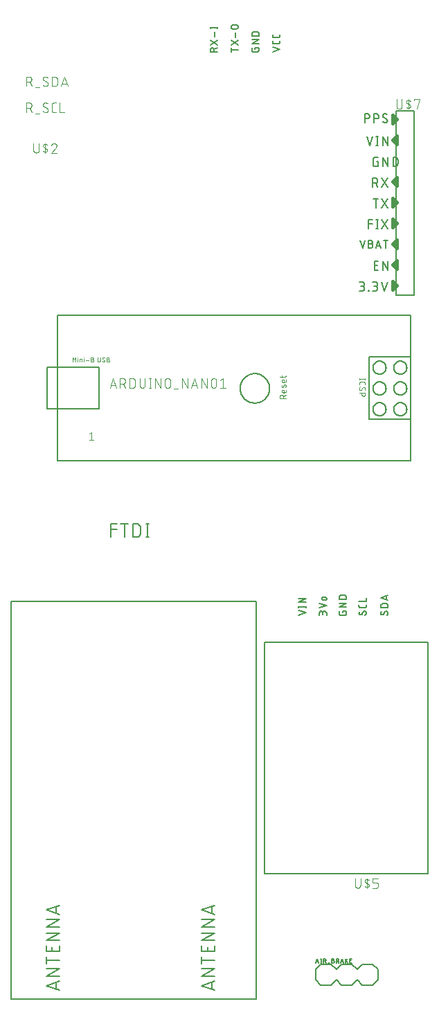
<source format=gbr>
G04 EAGLE Gerber RS-274X export*
G75*
%MOMM*%
%FSLAX34Y34*%
%LPD*%
%INSilkscreen Top*%
%IPPOS*%
%AMOC8*
5,1,8,0,0,1.08239X$1,22.5*%
G01*
%ADD10C,0.127000*%
%ADD11C,0.076200*%
%ADD12C,0.050800*%
%ADD13C,0.101600*%
%ADD14C,0.203200*%
%ADD15C,0.152400*%
%ADD16C,0.406400*%


D10*
X96800Y975500D02*
X528600Y975500D01*
X528600Y924700D01*
X528600Y848500D01*
X528600Y797700D01*
X96800Y797700D01*
X96800Y912000D01*
X96800Y975500D01*
X96800Y912000D02*
X84100Y912000D01*
X84100Y861200D01*
X147600Y861200D02*
X147600Y912000D01*
X96800Y912000D01*
X84100Y861200D02*
X147600Y861200D01*
X320139Y886600D02*
X320144Y887041D01*
X320161Y887481D01*
X320188Y887921D01*
X320225Y888360D01*
X320274Y888799D01*
X320333Y889235D01*
X320403Y889671D01*
X320484Y890104D01*
X320575Y890535D01*
X320677Y890964D01*
X320790Y891390D01*
X320912Y891814D01*
X321046Y892234D01*
X321189Y892651D01*
X321343Y893064D01*
X321506Y893473D01*
X321680Y893879D01*
X321863Y894279D01*
X322057Y894675D01*
X322260Y895067D01*
X322472Y895453D01*
X322694Y895834D01*
X322926Y896209D01*
X323166Y896579D01*
X323415Y896942D01*
X323674Y897299D01*
X323941Y897650D01*
X324216Y897994D01*
X324500Y898332D01*
X324792Y898662D01*
X325092Y898985D01*
X325400Y899300D01*
X325715Y899608D01*
X326038Y899908D01*
X326368Y900200D01*
X326706Y900484D01*
X327050Y900759D01*
X327401Y901026D01*
X327758Y901285D01*
X328121Y901534D01*
X328491Y901774D01*
X328866Y902006D01*
X329247Y902228D01*
X329633Y902440D01*
X330025Y902643D01*
X330421Y902837D01*
X330821Y903020D01*
X331227Y903194D01*
X331636Y903357D01*
X332049Y903511D01*
X332466Y903654D01*
X332886Y903788D01*
X333310Y903910D01*
X333736Y904023D01*
X334165Y904125D01*
X334596Y904216D01*
X335029Y904297D01*
X335465Y904367D01*
X335901Y904426D01*
X336340Y904475D01*
X336779Y904512D01*
X337219Y904539D01*
X337659Y904556D01*
X338100Y904561D01*
X338541Y904556D01*
X338981Y904539D01*
X339421Y904512D01*
X339860Y904475D01*
X340299Y904426D01*
X340735Y904367D01*
X341171Y904297D01*
X341604Y904216D01*
X342035Y904125D01*
X342464Y904023D01*
X342890Y903910D01*
X343314Y903788D01*
X343734Y903654D01*
X344151Y903511D01*
X344564Y903357D01*
X344973Y903194D01*
X345379Y903020D01*
X345779Y902837D01*
X346175Y902643D01*
X346567Y902440D01*
X346953Y902228D01*
X347334Y902006D01*
X347709Y901774D01*
X348079Y901534D01*
X348442Y901285D01*
X348799Y901026D01*
X349150Y900759D01*
X349494Y900484D01*
X349832Y900200D01*
X350162Y899908D01*
X350485Y899608D01*
X350800Y899300D01*
X351108Y898985D01*
X351408Y898662D01*
X351700Y898332D01*
X351984Y897994D01*
X352259Y897650D01*
X352526Y897299D01*
X352785Y896942D01*
X353034Y896579D01*
X353274Y896209D01*
X353506Y895834D01*
X353728Y895453D01*
X353940Y895067D01*
X354143Y894675D01*
X354337Y894279D01*
X354520Y893879D01*
X354694Y893473D01*
X354857Y893064D01*
X355011Y892651D01*
X355154Y892234D01*
X355288Y891814D01*
X355410Y891390D01*
X355523Y890964D01*
X355625Y890535D01*
X355716Y890104D01*
X355797Y889671D01*
X355867Y889235D01*
X355926Y888799D01*
X355975Y888360D01*
X356012Y887921D01*
X356039Y887481D01*
X356056Y887041D01*
X356061Y886600D01*
X356056Y886159D01*
X356039Y885719D01*
X356012Y885279D01*
X355975Y884840D01*
X355926Y884401D01*
X355867Y883965D01*
X355797Y883529D01*
X355716Y883096D01*
X355625Y882665D01*
X355523Y882236D01*
X355410Y881810D01*
X355288Y881386D01*
X355154Y880966D01*
X355011Y880549D01*
X354857Y880136D01*
X354694Y879727D01*
X354520Y879321D01*
X354337Y878921D01*
X354143Y878525D01*
X353940Y878133D01*
X353728Y877747D01*
X353506Y877366D01*
X353274Y876991D01*
X353034Y876621D01*
X352785Y876258D01*
X352526Y875901D01*
X352259Y875550D01*
X351984Y875206D01*
X351700Y874868D01*
X351408Y874538D01*
X351108Y874215D01*
X350800Y873900D01*
X350485Y873592D01*
X350162Y873292D01*
X349832Y873000D01*
X349494Y872716D01*
X349150Y872441D01*
X348799Y872174D01*
X348442Y871915D01*
X348079Y871666D01*
X347709Y871426D01*
X347334Y871194D01*
X346953Y870972D01*
X346567Y870760D01*
X346175Y870557D01*
X345779Y870363D01*
X345379Y870180D01*
X344973Y870006D01*
X344564Y869843D01*
X344151Y869689D01*
X343734Y869546D01*
X343314Y869412D01*
X342890Y869290D01*
X342464Y869177D01*
X342035Y869075D01*
X341604Y868984D01*
X341171Y868903D01*
X340735Y868833D01*
X340299Y868774D01*
X339860Y868725D01*
X339421Y868688D01*
X338981Y868661D01*
X338541Y868644D01*
X338100Y868639D01*
X337659Y868644D01*
X337219Y868661D01*
X336779Y868688D01*
X336340Y868725D01*
X335901Y868774D01*
X335465Y868833D01*
X335029Y868903D01*
X334596Y868984D01*
X334165Y869075D01*
X333736Y869177D01*
X333310Y869290D01*
X332886Y869412D01*
X332466Y869546D01*
X332049Y869689D01*
X331636Y869843D01*
X331227Y870006D01*
X330821Y870180D01*
X330421Y870363D01*
X330025Y870557D01*
X329633Y870760D01*
X329247Y870972D01*
X328866Y871194D01*
X328491Y871426D01*
X328121Y871666D01*
X327758Y871915D01*
X327401Y872174D01*
X327050Y872441D01*
X326706Y872716D01*
X326368Y873000D01*
X326038Y873292D01*
X325715Y873592D01*
X325400Y873900D01*
X325092Y874215D01*
X324792Y874538D01*
X324500Y874868D01*
X324216Y875206D01*
X323941Y875550D01*
X323674Y875901D01*
X323415Y876258D01*
X323166Y876621D01*
X322926Y876991D01*
X322694Y877366D01*
X322472Y877747D01*
X322260Y878133D01*
X322057Y878525D01*
X321863Y878921D01*
X321680Y879321D01*
X321506Y879727D01*
X321343Y880136D01*
X321189Y880549D01*
X321046Y880966D01*
X320912Y881386D01*
X320790Y881810D01*
X320677Y882236D01*
X320575Y882665D01*
X320484Y883096D01*
X320403Y883529D01*
X320333Y883965D01*
X320274Y884401D01*
X320225Y884840D01*
X320188Y885279D01*
X320161Y885719D01*
X320144Y886159D01*
X320139Y886600D01*
D11*
X368453Y874281D02*
X375819Y874281D01*
X368453Y874281D02*
X368453Y876327D01*
X368455Y876416D01*
X368461Y876505D01*
X368471Y876594D01*
X368484Y876682D01*
X368501Y876770D01*
X368523Y876857D01*
X368548Y876942D01*
X368576Y877027D01*
X368609Y877110D01*
X368645Y877192D01*
X368684Y877272D01*
X368727Y877350D01*
X368773Y877426D01*
X368823Y877501D01*
X368876Y877573D01*
X368932Y877642D01*
X368991Y877709D01*
X369052Y877774D01*
X369117Y877835D01*
X369184Y877894D01*
X369253Y877950D01*
X369325Y878003D01*
X369400Y878053D01*
X369476Y878099D01*
X369554Y878142D01*
X369634Y878181D01*
X369716Y878217D01*
X369799Y878250D01*
X369884Y878278D01*
X369969Y878303D01*
X370056Y878325D01*
X370144Y878342D01*
X370232Y878355D01*
X370321Y878365D01*
X370410Y878371D01*
X370499Y878373D01*
X370588Y878371D01*
X370677Y878365D01*
X370766Y878355D01*
X370854Y878342D01*
X370942Y878325D01*
X371029Y878303D01*
X371114Y878278D01*
X371199Y878250D01*
X371282Y878217D01*
X371364Y878181D01*
X371444Y878142D01*
X371522Y878099D01*
X371598Y878053D01*
X371673Y878003D01*
X371745Y877950D01*
X371814Y877894D01*
X371881Y877835D01*
X371946Y877774D01*
X372007Y877709D01*
X372066Y877642D01*
X372122Y877573D01*
X372175Y877501D01*
X372225Y877426D01*
X372271Y877350D01*
X372314Y877272D01*
X372353Y877192D01*
X372389Y877110D01*
X372422Y877027D01*
X372450Y876942D01*
X372475Y876857D01*
X372497Y876770D01*
X372514Y876682D01*
X372527Y876594D01*
X372537Y876505D01*
X372543Y876416D01*
X372545Y876327D01*
X372545Y874281D01*
X372545Y876736D02*
X375819Y878373D01*
X375819Y882694D02*
X375819Y884740D01*
X375819Y882694D02*
X375817Y882625D01*
X375811Y882557D01*
X375802Y882488D01*
X375788Y882421D01*
X375771Y882354D01*
X375750Y882288D01*
X375726Y882224D01*
X375697Y882161D01*
X375666Y882100D01*
X375631Y882041D01*
X375593Y881983D01*
X375551Y881928D01*
X375507Y881876D01*
X375459Y881826D01*
X375409Y881778D01*
X375357Y881734D01*
X375302Y881693D01*
X375244Y881654D01*
X375185Y881619D01*
X375124Y881588D01*
X375061Y881559D01*
X374997Y881535D01*
X374931Y881514D01*
X374864Y881497D01*
X374797Y881483D01*
X374729Y881474D01*
X374660Y881468D01*
X374591Y881466D01*
X374591Y881467D02*
X372545Y881467D01*
X372545Y881466D02*
X372466Y881468D01*
X372387Y881474D01*
X372308Y881483D01*
X372230Y881496D01*
X372153Y881514D01*
X372077Y881534D01*
X372002Y881559D01*
X371928Y881587D01*
X371855Y881618D01*
X371784Y881654D01*
X371715Y881692D01*
X371648Y881734D01*
X371583Y881779D01*
X371520Y881827D01*
X371459Y881878D01*
X371402Y881932D01*
X371346Y881988D01*
X371294Y882047D01*
X371244Y882109D01*
X371198Y882173D01*
X371154Y882239D01*
X371114Y882307D01*
X371078Y882377D01*
X371044Y882449D01*
X371014Y882523D01*
X370988Y882597D01*
X370965Y882673D01*
X370947Y882750D01*
X370931Y882827D01*
X370920Y882906D01*
X370912Y882984D01*
X370908Y883063D01*
X370908Y883143D01*
X370912Y883222D01*
X370920Y883300D01*
X370931Y883379D01*
X370947Y883456D01*
X370965Y883533D01*
X370988Y883609D01*
X371014Y883683D01*
X371044Y883757D01*
X371078Y883829D01*
X371114Y883899D01*
X371154Y883967D01*
X371198Y884033D01*
X371244Y884097D01*
X371294Y884159D01*
X371346Y884218D01*
X371402Y884274D01*
X371459Y884328D01*
X371520Y884379D01*
X371583Y884427D01*
X371648Y884472D01*
X371715Y884514D01*
X371784Y884552D01*
X371855Y884588D01*
X371928Y884619D01*
X372002Y884647D01*
X372077Y884672D01*
X372153Y884692D01*
X372230Y884710D01*
X372308Y884723D01*
X372387Y884732D01*
X372466Y884738D01*
X372545Y884740D01*
X373364Y884740D01*
X373364Y881467D01*
X372954Y888420D02*
X373773Y890466D01*
X372954Y888420D02*
X372929Y888361D01*
X372900Y888304D01*
X372867Y888249D01*
X372831Y888196D01*
X372793Y888145D01*
X372751Y888097D01*
X372706Y888051D01*
X372659Y888008D01*
X372609Y887968D01*
X372557Y887931D01*
X372502Y887897D01*
X372446Y887866D01*
X372388Y887839D01*
X372328Y887816D01*
X372268Y887796D01*
X372206Y887780D01*
X372143Y887767D01*
X372079Y887759D01*
X372016Y887754D01*
X371952Y887753D01*
X371888Y887756D01*
X371824Y887763D01*
X371761Y887774D01*
X371699Y887788D01*
X371637Y887806D01*
X371577Y887828D01*
X371518Y887853D01*
X371461Y887882D01*
X371406Y887915D01*
X371353Y887950D01*
X371302Y887989D01*
X371253Y888031D01*
X371207Y888075D01*
X371164Y888123D01*
X371124Y888172D01*
X371087Y888225D01*
X371053Y888279D01*
X371022Y888335D01*
X370995Y888393D01*
X370971Y888452D01*
X370952Y888513D01*
X370935Y888575D01*
X370923Y888638D01*
X370914Y888701D01*
X370909Y888765D01*
X370908Y888829D01*
X370912Y888965D01*
X370920Y889100D01*
X370932Y889236D01*
X370948Y889370D01*
X370968Y889505D01*
X370991Y889638D01*
X371019Y889771D01*
X371050Y889903D01*
X371085Y890034D01*
X371124Y890164D01*
X371167Y890293D01*
X371214Y890420D01*
X371264Y890546D01*
X371318Y890671D01*
X373773Y890466D02*
X373798Y890525D01*
X373827Y890582D01*
X373860Y890637D01*
X373896Y890690D01*
X373934Y890741D01*
X373976Y890789D01*
X374021Y890835D01*
X374068Y890878D01*
X374118Y890918D01*
X374170Y890955D01*
X374225Y890989D01*
X374281Y891020D01*
X374339Y891047D01*
X374399Y891070D01*
X374459Y891090D01*
X374521Y891106D01*
X374584Y891119D01*
X374648Y891127D01*
X374711Y891132D01*
X374775Y891133D01*
X374839Y891130D01*
X374903Y891123D01*
X374966Y891112D01*
X375028Y891098D01*
X375090Y891080D01*
X375150Y891058D01*
X375209Y891033D01*
X375266Y891004D01*
X375321Y890971D01*
X375374Y890936D01*
X375425Y890897D01*
X375474Y890855D01*
X375520Y890811D01*
X375563Y890763D01*
X375603Y890714D01*
X375640Y890661D01*
X375674Y890607D01*
X375705Y890551D01*
X375732Y890493D01*
X375756Y890434D01*
X375775Y890373D01*
X375792Y890311D01*
X375804Y890248D01*
X375813Y890185D01*
X375818Y890121D01*
X375819Y890057D01*
X375815Y889893D01*
X375807Y889729D01*
X375795Y889565D01*
X375779Y889402D01*
X375759Y889239D01*
X375736Y889076D01*
X375708Y888915D01*
X375677Y888753D01*
X375642Y888593D01*
X375603Y888434D01*
X375560Y888275D01*
X375514Y888118D01*
X375464Y887961D01*
X375410Y887806D01*
X375819Y895374D02*
X375819Y897420D01*
X375819Y895374D02*
X375817Y895305D01*
X375811Y895237D01*
X375802Y895168D01*
X375788Y895101D01*
X375771Y895034D01*
X375750Y894968D01*
X375726Y894904D01*
X375697Y894841D01*
X375666Y894780D01*
X375631Y894721D01*
X375593Y894663D01*
X375551Y894608D01*
X375507Y894556D01*
X375459Y894506D01*
X375409Y894458D01*
X375357Y894414D01*
X375302Y894373D01*
X375244Y894334D01*
X375185Y894299D01*
X375124Y894268D01*
X375061Y894239D01*
X374997Y894215D01*
X374931Y894194D01*
X374864Y894177D01*
X374797Y894163D01*
X374729Y894154D01*
X374660Y894148D01*
X374591Y894146D01*
X372545Y894146D01*
X372466Y894148D01*
X372387Y894154D01*
X372308Y894163D01*
X372230Y894176D01*
X372153Y894194D01*
X372077Y894214D01*
X372002Y894239D01*
X371928Y894267D01*
X371855Y894298D01*
X371784Y894334D01*
X371715Y894372D01*
X371648Y894414D01*
X371583Y894459D01*
X371520Y894507D01*
X371459Y894558D01*
X371402Y894612D01*
X371346Y894668D01*
X371294Y894727D01*
X371244Y894789D01*
X371198Y894853D01*
X371154Y894919D01*
X371114Y894987D01*
X371078Y895057D01*
X371044Y895129D01*
X371014Y895203D01*
X370988Y895277D01*
X370965Y895353D01*
X370947Y895430D01*
X370931Y895507D01*
X370920Y895586D01*
X370912Y895664D01*
X370908Y895743D01*
X370908Y895823D01*
X370912Y895902D01*
X370920Y895980D01*
X370931Y896059D01*
X370947Y896136D01*
X370965Y896213D01*
X370988Y896289D01*
X371014Y896363D01*
X371044Y896437D01*
X371078Y896509D01*
X371114Y896579D01*
X371154Y896647D01*
X371198Y896713D01*
X371244Y896777D01*
X371294Y896839D01*
X371346Y896898D01*
X371402Y896954D01*
X371459Y897008D01*
X371520Y897059D01*
X371583Y897107D01*
X371648Y897152D01*
X371715Y897194D01*
X371784Y897232D01*
X371855Y897268D01*
X371928Y897299D01*
X372002Y897327D01*
X372077Y897352D01*
X372153Y897372D01*
X372230Y897390D01*
X372308Y897403D01*
X372387Y897412D01*
X372466Y897418D01*
X372545Y897420D01*
X373364Y897420D01*
X373364Y894146D01*
X370908Y899856D02*
X370908Y902311D01*
X368453Y900674D02*
X374591Y900674D01*
X374660Y900676D01*
X374728Y900682D01*
X374797Y900691D01*
X374864Y900705D01*
X374931Y900722D01*
X374997Y900743D01*
X375061Y900767D01*
X375124Y900796D01*
X375185Y900827D01*
X375244Y900862D01*
X375302Y900900D01*
X375357Y900942D01*
X375409Y900986D01*
X375459Y901034D01*
X375507Y901084D01*
X375551Y901136D01*
X375593Y901191D01*
X375631Y901249D01*
X375666Y901308D01*
X375697Y901369D01*
X375726Y901432D01*
X375750Y901496D01*
X375771Y901562D01*
X375788Y901629D01*
X375802Y901696D01*
X375811Y901765D01*
X375817Y901833D01*
X375819Y901902D01*
X375819Y902311D01*
X137892Y832879D02*
X135281Y830791D01*
X137892Y832879D02*
X137892Y823481D01*
X140502Y823481D02*
X135281Y823481D01*
D12*
X115218Y918858D02*
X115218Y924446D01*
X117080Y921342D01*
X118943Y924446D01*
X118943Y918858D01*
X121469Y918858D02*
X121469Y922583D01*
X121314Y924136D02*
X121314Y924446D01*
X121625Y924446D01*
X121625Y924136D01*
X121314Y924136D01*
X123885Y922583D02*
X123885Y918858D01*
X123885Y922583D02*
X125437Y922583D01*
X125495Y922581D01*
X125554Y922576D01*
X125611Y922567D01*
X125669Y922554D01*
X125725Y922537D01*
X125780Y922518D01*
X125833Y922494D01*
X125886Y922468D01*
X125936Y922438D01*
X125984Y922405D01*
X126030Y922369D01*
X126074Y922331D01*
X126116Y922289D01*
X126154Y922245D01*
X126190Y922199D01*
X126223Y922151D01*
X126253Y922101D01*
X126279Y922048D01*
X126303Y921995D01*
X126322Y921940D01*
X126339Y921884D01*
X126352Y921826D01*
X126361Y921769D01*
X126366Y921710D01*
X126368Y921652D01*
X126369Y921652D02*
X126369Y918858D01*
X128785Y918858D02*
X128785Y922583D01*
X128629Y924136D02*
X128629Y924446D01*
X128940Y924446D01*
X128940Y924136D01*
X128629Y924136D01*
X131128Y921031D02*
X134853Y921031D01*
X137556Y921962D02*
X139109Y921962D01*
X139186Y921960D01*
X139264Y921954D01*
X139340Y921945D01*
X139417Y921931D01*
X139492Y921914D01*
X139566Y921893D01*
X139640Y921868D01*
X139712Y921840D01*
X139782Y921808D01*
X139851Y921773D01*
X139918Y921734D01*
X139983Y921692D01*
X140046Y921647D01*
X140107Y921599D01*
X140165Y921548D01*
X140220Y921494D01*
X140273Y921437D01*
X140322Y921378D01*
X140369Y921316D01*
X140413Y921252D01*
X140453Y921186D01*
X140490Y921118D01*
X140524Y921048D01*
X140554Y920977D01*
X140580Y920904D01*
X140603Y920830D01*
X140622Y920755D01*
X140637Y920680D01*
X140649Y920603D01*
X140657Y920526D01*
X140661Y920449D01*
X140661Y920371D01*
X140657Y920294D01*
X140649Y920217D01*
X140637Y920140D01*
X140622Y920065D01*
X140603Y919990D01*
X140580Y919916D01*
X140554Y919843D01*
X140524Y919772D01*
X140490Y919702D01*
X140453Y919634D01*
X140413Y919568D01*
X140369Y919504D01*
X140322Y919442D01*
X140273Y919383D01*
X140220Y919326D01*
X140165Y919272D01*
X140107Y919221D01*
X140046Y919173D01*
X139983Y919128D01*
X139918Y919086D01*
X139851Y919047D01*
X139782Y919012D01*
X139712Y918980D01*
X139640Y918952D01*
X139566Y918927D01*
X139492Y918906D01*
X139417Y918889D01*
X139340Y918875D01*
X139264Y918866D01*
X139186Y918860D01*
X139109Y918858D01*
X137556Y918858D01*
X137556Y924446D01*
X139109Y924446D01*
X139179Y924444D01*
X139248Y924438D01*
X139317Y924428D01*
X139385Y924415D01*
X139453Y924397D01*
X139519Y924376D01*
X139584Y924351D01*
X139648Y924323D01*
X139710Y924291D01*
X139770Y924256D01*
X139828Y924217D01*
X139883Y924175D01*
X139937Y924130D01*
X139987Y924082D01*
X140035Y924032D01*
X140080Y923978D01*
X140122Y923923D01*
X140161Y923865D01*
X140196Y923805D01*
X140228Y923743D01*
X140256Y923679D01*
X140281Y923614D01*
X140302Y923548D01*
X140320Y923480D01*
X140333Y923412D01*
X140343Y923343D01*
X140349Y923274D01*
X140351Y923204D01*
X140349Y923134D01*
X140343Y923065D01*
X140333Y922996D01*
X140320Y922928D01*
X140302Y922860D01*
X140281Y922794D01*
X140256Y922729D01*
X140228Y922665D01*
X140196Y922603D01*
X140161Y922543D01*
X140122Y922485D01*
X140080Y922430D01*
X140035Y922376D01*
X139987Y922326D01*
X139937Y922278D01*
X139883Y922233D01*
X139828Y922191D01*
X139770Y922152D01*
X139710Y922117D01*
X139648Y922085D01*
X139584Y922057D01*
X139519Y922032D01*
X139453Y922011D01*
X139385Y921993D01*
X139317Y921980D01*
X139248Y921970D01*
X139179Y921964D01*
X139109Y921962D01*
X145886Y920410D02*
X145886Y924446D01*
X145886Y920410D02*
X145888Y920333D01*
X145894Y920255D01*
X145903Y920179D01*
X145917Y920102D01*
X145934Y920027D01*
X145955Y919953D01*
X145980Y919879D01*
X146008Y919807D01*
X146040Y919737D01*
X146075Y919668D01*
X146114Y919601D01*
X146156Y919536D01*
X146201Y919473D01*
X146249Y919412D01*
X146300Y919354D01*
X146354Y919299D01*
X146411Y919246D01*
X146470Y919197D01*
X146532Y919150D01*
X146596Y919106D01*
X146662Y919066D01*
X146730Y919029D01*
X146800Y918995D01*
X146871Y918965D01*
X146944Y918939D01*
X147018Y918916D01*
X147093Y918897D01*
X147168Y918882D01*
X147245Y918870D01*
X147322Y918862D01*
X147399Y918858D01*
X147477Y918858D01*
X147554Y918862D01*
X147631Y918870D01*
X147708Y918882D01*
X147783Y918897D01*
X147858Y918916D01*
X147932Y918939D01*
X148005Y918965D01*
X148076Y918995D01*
X148146Y919029D01*
X148214Y919066D01*
X148280Y919106D01*
X148344Y919150D01*
X148406Y919197D01*
X148465Y919246D01*
X148522Y919299D01*
X148576Y919354D01*
X148627Y919412D01*
X148675Y919473D01*
X148720Y919536D01*
X148762Y919601D01*
X148801Y919668D01*
X148836Y919737D01*
X148868Y919807D01*
X148896Y919879D01*
X148921Y919953D01*
X148942Y920027D01*
X148959Y920102D01*
X148973Y920179D01*
X148982Y920255D01*
X148988Y920333D01*
X148990Y920410D01*
X148990Y924446D01*
X154477Y920100D02*
X154475Y920030D01*
X154469Y919961D01*
X154459Y919892D01*
X154446Y919824D01*
X154428Y919756D01*
X154407Y919690D01*
X154382Y919625D01*
X154354Y919561D01*
X154322Y919499D01*
X154287Y919439D01*
X154248Y919381D01*
X154206Y919326D01*
X154161Y919272D01*
X154113Y919222D01*
X154063Y919174D01*
X154009Y919129D01*
X153954Y919087D01*
X153896Y919048D01*
X153836Y919013D01*
X153774Y918981D01*
X153710Y918953D01*
X153645Y918928D01*
X153579Y918907D01*
X153511Y918889D01*
X153443Y918876D01*
X153374Y918866D01*
X153305Y918860D01*
X153235Y918858D01*
X153136Y918860D01*
X153038Y918865D01*
X152940Y918875D01*
X152842Y918888D01*
X152745Y918904D01*
X152648Y918924D01*
X152553Y918948D01*
X152458Y918976D01*
X152364Y919007D01*
X152272Y919041D01*
X152181Y919079D01*
X152091Y919120D01*
X152003Y919165D01*
X151917Y919213D01*
X151833Y919264D01*
X151751Y919318D01*
X151670Y919376D01*
X151592Y919436D01*
X151517Y919499D01*
X151443Y919565D01*
X151373Y919634D01*
X151527Y923204D02*
X151529Y923274D01*
X151535Y923343D01*
X151545Y923412D01*
X151558Y923480D01*
X151576Y923548D01*
X151597Y923614D01*
X151622Y923679D01*
X151650Y923743D01*
X151682Y923805D01*
X151717Y923865D01*
X151756Y923923D01*
X151798Y923978D01*
X151843Y924032D01*
X151891Y924082D01*
X151941Y924130D01*
X151995Y924175D01*
X152050Y924217D01*
X152108Y924256D01*
X152168Y924291D01*
X152230Y924323D01*
X152294Y924351D01*
X152359Y924376D01*
X152425Y924397D01*
X152493Y924415D01*
X152561Y924428D01*
X152630Y924438D01*
X152699Y924444D01*
X152769Y924446D01*
X152863Y924444D01*
X152956Y924438D01*
X153049Y924429D01*
X153142Y924416D01*
X153234Y924399D01*
X153325Y924379D01*
X153416Y924354D01*
X153505Y924327D01*
X153593Y924295D01*
X153680Y924260D01*
X153766Y924222D01*
X153849Y924180D01*
X153931Y924135D01*
X154012Y924087D01*
X154090Y924035D01*
X154166Y923980D01*
X152149Y922118D02*
X152090Y922154D01*
X152034Y922194D01*
X151980Y922237D01*
X151928Y922282D01*
X151879Y922331D01*
X151833Y922382D01*
X151790Y922435D01*
X151749Y922491D01*
X151712Y922549D01*
X151677Y922609D01*
X151647Y922670D01*
X151619Y922733D01*
X151595Y922798D01*
X151575Y922864D01*
X151558Y922931D01*
X151545Y922998D01*
X151536Y923066D01*
X151530Y923135D01*
X151528Y923204D01*
X153855Y921186D02*
X153914Y921150D01*
X153970Y921110D01*
X154024Y921067D01*
X154076Y921022D01*
X154125Y920973D01*
X154171Y920922D01*
X154214Y920869D01*
X154255Y920813D01*
X154292Y920755D01*
X154327Y920695D01*
X154357Y920634D01*
X154385Y920571D01*
X154409Y920506D01*
X154429Y920440D01*
X154446Y920373D01*
X154459Y920306D01*
X154468Y920238D01*
X154474Y920169D01*
X154476Y920100D01*
X153856Y921186D02*
X152148Y922118D01*
X156942Y921962D02*
X158494Y921962D01*
X158571Y921960D01*
X158649Y921954D01*
X158725Y921945D01*
X158802Y921931D01*
X158877Y921914D01*
X158951Y921893D01*
X159025Y921868D01*
X159097Y921840D01*
X159167Y921808D01*
X159236Y921773D01*
X159303Y921734D01*
X159368Y921692D01*
X159431Y921647D01*
X159492Y921599D01*
X159550Y921548D01*
X159605Y921494D01*
X159658Y921437D01*
X159707Y921378D01*
X159754Y921316D01*
X159798Y921252D01*
X159838Y921186D01*
X159875Y921118D01*
X159909Y921048D01*
X159939Y920977D01*
X159965Y920904D01*
X159988Y920830D01*
X160007Y920755D01*
X160022Y920680D01*
X160034Y920603D01*
X160042Y920526D01*
X160046Y920449D01*
X160046Y920371D01*
X160042Y920294D01*
X160034Y920217D01*
X160022Y920140D01*
X160007Y920065D01*
X159988Y919990D01*
X159965Y919916D01*
X159939Y919843D01*
X159909Y919772D01*
X159875Y919702D01*
X159838Y919634D01*
X159798Y919568D01*
X159754Y919504D01*
X159707Y919442D01*
X159658Y919383D01*
X159605Y919326D01*
X159550Y919272D01*
X159492Y919221D01*
X159431Y919173D01*
X159368Y919128D01*
X159303Y919086D01*
X159236Y919047D01*
X159167Y919012D01*
X159097Y918980D01*
X159025Y918952D01*
X158951Y918927D01*
X158877Y918906D01*
X158802Y918889D01*
X158725Y918875D01*
X158649Y918866D01*
X158571Y918860D01*
X158494Y918858D01*
X156942Y918858D01*
X156942Y924446D01*
X158494Y924446D01*
X158564Y924444D01*
X158633Y924438D01*
X158702Y924428D01*
X158770Y924415D01*
X158838Y924397D01*
X158904Y924376D01*
X158969Y924351D01*
X159033Y924323D01*
X159095Y924291D01*
X159155Y924256D01*
X159213Y924217D01*
X159268Y924175D01*
X159322Y924130D01*
X159372Y924082D01*
X159420Y924032D01*
X159465Y923978D01*
X159507Y923923D01*
X159546Y923865D01*
X159581Y923805D01*
X159613Y923743D01*
X159641Y923679D01*
X159666Y923614D01*
X159687Y923548D01*
X159705Y923480D01*
X159718Y923412D01*
X159728Y923343D01*
X159734Y923274D01*
X159736Y923204D01*
X159734Y923134D01*
X159728Y923065D01*
X159718Y922996D01*
X159705Y922928D01*
X159687Y922860D01*
X159666Y922794D01*
X159641Y922729D01*
X159613Y922665D01*
X159581Y922603D01*
X159546Y922543D01*
X159507Y922485D01*
X159465Y922430D01*
X159420Y922376D01*
X159372Y922326D01*
X159322Y922278D01*
X159268Y922233D01*
X159213Y922191D01*
X159155Y922152D01*
X159095Y922117D01*
X159033Y922085D01*
X158969Y922057D01*
X158904Y922032D01*
X158838Y922011D01*
X158770Y921993D01*
X158702Y921980D01*
X158633Y921970D01*
X158564Y921964D01*
X158494Y921962D01*
D10*
X477800Y924700D02*
X528600Y924700D01*
X477800Y924700D02*
X477800Y848500D01*
X528600Y848500D01*
X507900Y861200D02*
X507902Y861396D01*
X507910Y861593D01*
X507922Y861789D01*
X507939Y861984D01*
X507960Y862179D01*
X507987Y862374D01*
X508018Y862568D01*
X508054Y862761D01*
X508094Y862953D01*
X508140Y863144D01*
X508190Y863334D01*
X508244Y863522D01*
X508304Y863709D01*
X508368Y863895D01*
X508436Y864079D01*
X508509Y864261D01*
X508586Y864442D01*
X508668Y864620D01*
X508754Y864797D01*
X508845Y864971D01*
X508939Y865143D01*
X509038Y865313D01*
X509141Y865480D01*
X509248Y865645D01*
X509359Y865806D01*
X509474Y865966D01*
X509593Y866122D01*
X509716Y866275D01*
X509842Y866425D01*
X509972Y866572D01*
X510106Y866716D01*
X510243Y866857D01*
X510384Y866994D01*
X510528Y867128D01*
X510675Y867258D01*
X510825Y867384D01*
X510978Y867507D01*
X511134Y867626D01*
X511294Y867741D01*
X511455Y867852D01*
X511620Y867959D01*
X511787Y868062D01*
X511957Y868161D01*
X512129Y868255D01*
X512303Y868346D01*
X512480Y868432D01*
X512658Y868514D01*
X512839Y868591D01*
X513021Y868664D01*
X513205Y868732D01*
X513391Y868796D01*
X513578Y868856D01*
X513766Y868910D01*
X513956Y868960D01*
X514147Y869006D01*
X514339Y869046D01*
X514532Y869082D01*
X514726Y869113D01*
X514921Y869140D01*
X515116Y869161D01*
X515311Y869178D01*
X515507Y869190D01*
X515704Y869198D01*
X515900Y869200D01*
X516096Y869198D01*
X516293Y869190D01*
X516489Y869178D01*
X516684Y869161D01*
X516879Y869140D01*
X517074Y869113D01*
X517268Y869082D01*
X517461Y869046D01*
X517653Y869006D01*
X517844Y868960D01*
X518034Y868910D01*
X518222Y868856D01*
X518409Y868796D01*
X518595Y868732D01*
X518779Y868664D01*
X518961Y868591D01*
X519142Y868514D01*
X519320Y868432D01*
X519497Y868346D01*
X519671Y868255D01*
X519843Y868161D01*
X520013Y868062D01*
X520180Y867959D01*
X520345Y867852D01*
X520506Y867741D01*
X520666Y867626D01*
X520822Y867507D01*
X520975Y867384D01*
X521125Y867258D01*
X521272Y867128D01*
X521416Y866994D01*
X521557Y866857D01*
X521694Y866716D01*
X521828Y866572D01*
X521958Y866425D01*
X522084Y866275D01*
X522207Y866122D01*
X522326Y865966D01*
X522441Y865806D01*
X522552Y865645D01*
X522659Y865480D01*
X522762Y865313D01*
X522861Y865143D01*
X522955Y864971D01*
X523046Y864797D01*
X523132Y864620D01*
X523214Y864442D01*
X523291Y864261D01*
X523364Y864079D01*
X523432Y863895D01*
X523496Y863709D01*
X523556Y863522D01*
X523610Y863334D01*
X523660Y863144D01*
X523706Y862953D01*
X523746Y862761D01*
X523782Y862568D01*
X523813Y862374D01*
X523840Y862179D01*
X523861Y861984D01*
X523878Y861789D01*
X523890Y861593D01*
X523898Y861396D01*
X523900Y861200D01*
X523898Y861004D01*
X523890Y860807D01*
X523878Y860611D01*
X523861Y860416D01*
X523840Y860221D01*
X523813Y860026D01*
X523782Y859832D01*
X523746Y859639D01*
X523706Y859447D01*
X523660Y859256D01*
X523610Y859066D01*
X523556Y858878D01*
X523496Y858691D01*
X523432Y858505D01*
X523364Y858321D01*
X523291Y858139D01*
X523214Y857958D01*
X523132Y857780D01*
X523046Y857603D01*
X522955Y857429D01*
X522861Y857257D01*
X522762Y857087D01*
X522659Y856920D01*
X522552Y856755D01*
X522441Y856594D01*
X522326Y856434D01*
X522207Y856278D01*
X522084Y856125D01*
X521958Y855975D01*
X521828Y855828D01*
X521694Y855684D01*
X521557Y855543D01*
X521416Y855406D01*
X521272Y855272D01*
X521125Y855142D01*
X520975Y855016D01*
X520822Y854893D01*
X520666Y854774D01*
X520506Y854659D01*
X520345Y854548D01*
X520180Y854441D01*
X520013Y854338D01*
X519843Y854239D01*
X519671Y854145D01*
X519497Y854054D01*
X519320Y853968D01*
X519142Y853886D01*
X518961Y853809D01*
X518779Y853736D01*
X518595Y853668D01*
X518409Y853604D01*
X518222Y853544D01*
X518034Y853490D01*
X517844Y853440D01*
X517653Y853394D01*
X517461Y853354D01*
X517268Y853318D01*
X517074Y853287D01*
X516879Y853260D01*
X516684Y853239D01*
X516489Y853222D01*
X516293Y853210D01*
X516096Y853202D01*
X515900Y853200D01*
X515704Y853202D01*
X515507Y853210D01*
X515311Y853222D01*
X515116Y853239D01*
X514921Y853260D01*
X514726Y853287D01*
X514532Y853318D01*
X514339Y853354D01*
X514147Y853394D01*
X513956Y853440D01*
X513766Y853490D01*
X513578Y853544D01*
X513391Y853604D01*
X513205Y853668D01*
X513021Y853736D01*
X512839Y853809D01*
X512658Y853886D01*
X512480Y853968D01*
X512303Y854054D01*
X512129Y854145D01*
X511957Y854239D01*
X511787Y854338D01*
X511620Y854441D01*
X511455Y854548D01*
X511294Y854659D01*
X511134Y854774D01*
X510978Y854893D01*
X510825Y855016D01*
X510675Y855142D01*
X510528Y855272D01*
X510384Y855406D01*
X510243Y855543D01*
X510106Y855684D01*
X509972Y855828D01*
X509842Y855975D01*
X509716Y856125D01*
X509593Y856278D01*
X509474Y856434D01*
X509359Y856594D01*
X509248Y856755D01*
X509141Y856920D01*
X509038Y857087D01*
X508939Y857257D01*
X508845Y857429D01*
X508754Y857603D01*
X508668Y857780D01*
X508586Y857958D01*
X508509Y858139D01*
X508436Y858321D01*
X508368Y858505D01*
X508304Y858691D01*
X508244Y858878D01*
X508190Y859066D01*
X508140Y859256D01*
X508094Y859447D01*
X508054Y859639D01*
X508018Y859832D01*
X507987Y860026D01*
X507960Y860221D01*
X507939Y860416D01*
X507922Y860611D01*
X507910Y860807D01*
X507902Y861004D01*
X507900Y861200D01*
X507900Y886600D02*
X507902Y886796D01*
X507910Y886993D01*
X507922Y887189D01*
X507939Y887384D01*
X507960Y887579D01*
X507987Y887774D01*
X508018Y887968D01*
X508054Y888161D01*
X508094Y888353D01*
X508140Y888544D01*
X508190Y888734D01*
X508244Y888922D01*
X508304Y889109D01*
X508368Y889295D01*
X508436Y889479D01*
X508509Y889661D01*
X508586Y889842D01*
X508668Y890020D01*
X508754Y890197D01*
X508845Y890371D01*
X508939Y890543D01*
X509038Y890713D01*
X509141Y890880D01*
X509248Y891045D01*
X509359Y891206D01*
X509474Y891366D01*
X509593Y891522D01*
X509716Y891675D01*
X509842Y891825D01*
X509972Y891972D01*
X510106Y892116D01*
X510243Y892257D01*
X510384Y892394D01*
X510528Y892528D01*
X510675Y892658D01*
X510825Y892784D01*
X510978Y892907D01*
X511134Y893026D01*
X511294Y893141D01*
X511455Y893252D01*
X511620Y893359D01*
X511787Y893462D01*
X511957Y893561D01*
X512129Y893655D01*
X512303Y893746D01*
X512480Y893832D01*
X512658Y893914D01*
X512839Y893991D01*
X513021Y894064D01*
X513205Y894132D01*
X513391Y894196D01*
X513578Y894256D01*
X513766Y894310D01*
X513956Y894360D01*
X514147Y894406D01*
X514339Y894446D01*
X514532Y894482D01*
X514726Y894513D01*
X514921Y894540D01*
X515116Y894561D01*
X515311Y894578D01*
X515507Y894590D01*
X515704Y894598D01*
X515900Y894600D01*
X516096Y894598D01*
X516293Y894590D01*
X516489Y894578D01*
X516684Y894561D01*
X516879Y894540D01*
X517074Y894513D01*
X517268Y894482D01*
X517461Y894446D01*
X517653Y894406D01*
X517844Y894360D01*
X518034Y894310D01*
X518222Y894256D01*
X518409Y894196D01*
X518595Y894132D01*
X518779Y894064D01*
X518961Y893991D01*
X519142Y893914D01*
X519320Y893832D01*
X519497Y893746D01*
X519671Y893655D01*
X519843Y893561D01*
X520013Y893462D01*
X520180Y893359D01*
X520345Y893252D01*
X520506Y893141D01*
X520666Y893026D01*
X520822Y892907D01*
X520975Y892784D01*
X521125Y892658D01*
X521272Y892528D01*
X521416Y892394D01*
X521557Y892257D01*
X521694Y892116D01*
X521828Y891972D01*
X521958Y891825D01*
X522084Y891675D01*
X522207Y891522D01*
X522326Y891366D01*
X522441Y891206D01*
X522552Y891045D01*
X522659Y890880D01*
X522762Y890713D01*
X522861Y890543D01*
X522955Y890371D01*
X523046Y890197D01*
X523132Y890020D01*
X523214Y889842D01*
X523291Y889661D01*
X523364Y889479D01*
X523432Y889295D01*
X523496Y889109D01*
X523556Y888922D01*
X523610Y888734D01*
X523660Y888544D01*
X523706Y888353D01*
X523746Y888161D01*
X523782Y887968D01*
X523813Y887774D01*
X523840Y887579D01*
X523861Y887384D01*
X523878Y887189D01*
X523890Y886993D01*
X523898Y886796D01*
X523900Y886600D01*
X523898Y886404D01*
X523890Y886207D01*
X523878Y886011D01*
X523861Y885816D01*
X523840Y885621D01*
X523813Y885426D01*
X523782Y885232D01*
X523746Y885039D01*
X523706Y884847D01*
X523660Y884656D01*
X523610Y884466D01*
X523556Y884278D01*
X523496Y884091D01*
X523432Y883905D01*
X523364Y883721D01*
X523291Y883539D01*
X523214Y883358D01*
X523132Y883180D01*
X523046Y883003D01*
X522955Y882829D01*
X522861Y882657D01*
X522762Y882487D01*
X522659Y882320D01*
X522552Y882155D01*
X522441Y881994D01*
X522326Y881834D01*
X522207Y881678D01*
X522084Y881525D01*
X521958Y881375D01*
X521828Y881228D01*
X521694Y881084D01*
X521557Y880943D01*
X521416Y880806D01*
X521272Y880672D01*
X521125Y880542D01*
X520975Y880416D01*
X520822Y880293D01*
X520666Y880174D01*
X520506Y880059D01*
X520345Y879948D01*
X520180Y879841D01*
X520013Y879738D01*
X519843Y879639D01*
X519671Y879545D01*
X519497Y879454D01*
X519320Y879368D01*
X519142Y879286D01*
X518961Y879209D01*
X518779Y879136D01*
X518595Y879068D01*
X518409Y879004D01*
X518222Y878944D01*
X518034Y878890D01*
X517844Y878840D01*
X517653Y878794D01*
X517461Y878754D01*
X517268Y878718D01*
X517074Y878687D01*
X516879Y878660D01*
X516684Y878639D01*
X516489Y878622D01*
X516293Y878610D01*
X516096Y878602D01*
X515900Y878600D01*
X515704Y878602D01*
X515507Y878610D01*
X515311Y878622D01*
X515116Y878639D01*
X514921Y878660D01*
X514726Y878687D01*
X514532Y878718D01*
X514339Y878754D01*
X514147Y878794D01*
X513956Y878840D01*
X513766Y878890D01*
X513578Y878944D01*
X513391Y879004D01*
X513205Y879068D01*
X513021Y879136D01*
X512839Y879209D01*
X512658Y879286D01*
X512480Y879368D01*
X512303Y879454D01*
X512129Y879545D01*
X511957Y879639D01*
X511787Y879738D01*
X511620Y879841D01*
X511455Y879948D01*
X511294Y880059D01*
X511134Y880174D01*
X510978Y880293D01*
X510825Y880416D01*
X510675Y880542D01*
X510528Y880672D01*
X510384Y880806D01*
X510243Y880943D01*
X510106Y881084D01*
X509972Y881228D01*
X509842Y881375D01*
X509716Y881525D01*
X509593Y881678D01*
X509474Y881834D01*
X509359Y881994D01*
X509248Y882155D01*
X509141Y882320D01*
X509038Y882487D01*
X508939Y882657D01*
X508845Y882829D01*
X508754Y883003D01*
X508668Y883180D01*
X508586Y883358D01*
X508509Y883539D01*
X508436Y883721D01*
X508368Y883905D01*
X508304Y884091D01*
X508244Y884278D01*
X508190Y884466D01*
X508140Y884656D01*
X508094Y884847D01*
X508054Y885039D01*
X508018Y885232D01*
X507987Y885426D01*
X507960Y885621D01*
X507939Y885816D01*
X507922Y886011D01*
X507910Y886207D01*
X507902Y886404D01*
X507900Y886600D01*
X507900Y912000D02*
X507902Y912196D01*
X507910Y912393D01*
X507922Y912589D01*
X507939Y912784D01*
X507960Y912979D01*
X507987Y913174D01*
X508018Y913368D01*
X508054Y913561D01*
X508094Y913753D01*
X508140Y913944D01*
X508190Y914134D01*
X508244Y914322D01*
X508304Y914509D01*
X508368Y914695D01*
X508436Y914879D01*
X508509Y915061D01*
X508586Y915242D01*
X508668Y915420D01*
X508754Y915597D01*
X508845Y915771D01*
X508939Y915943D01*
X509038Y916113D01*
X509141Y916280D01*
X509248Y916445D01*
X509359Y916606D01*
X509474Y916766D01*
X509593Y916922D01*
X509716Y917075D01*
X509842Y917225D01*
X509972Y917372D01*
X510106Y917516D01*
X510243Y917657D01*
X510384Y917794D01*
X510528Y917928D01*
X510675Y918058D01*
X510825Y918184D01*
X510978Y918307D01*
X511134Y918426D01*
X511294Y918541D01*
X511455Y918652D01*
X511620Y918759D01*
X511787Y918862D01*
X511957Y918961D01*
X512129Y919055D01*
X512303Y919146D01*
X512480Y919232D01*
X512658Y919314D01*
X512839Y919391D01*
X513021Y919464D01*
X513205Y919532D01*
X513391Y919596D01*
X513578Y919656D01*
X513766Y919710D01*
X513956Y919760D01*
X514147Y919806D01*
X514339Y919846D01*
X514532Y919882D01*
X514726Y919913D01*
X514921Y919940D01*
X515116Y919961D01*
X515311Y919978D01*
X515507Y919990D01*
X515704Y919998D01*
X515900Y920000D01*
X516096Y919998D01*
X516293Y919990D01*
X516489Y919978D01*
X516684Y919961D01*
X516879Y919940D01*
X517074Y919913D01*
X517268Y919882D01*
X517461Y919846D01*
X517653Y919806D01*
X517844Y919760D01*
X518034Y919710D01*
X518222Y919656D01*
X518409Y919596D01*
X518595Y919532D01*
X518779Y919464D01*
X518961Y919391D01*
X519142Y919314D01*
X519320Y919232D01*
X519497Y919146D01*
X519671Y919055D01*
X519843Y918961D01*
X520013Y918862D01*
X520180Y918759D01*
X520345Y918652D01*
X520506Y918541D01*
X520666Y918426D01*
X520822Y918307D01*
X520975Y918184D01*
X521125Y918058D01*
X521272Y917928D01*
X521416Y917794D01*
X521557Y917657D01*
X521694Y917516D01*
X521828Y917372D01*
X521958Y917225D01*
X522084Y917075D01*
X522207Y916922D01*
X522326Y916766D01*
X522441Y916606D01*
X522552Y916445D01*
X522659Y916280D01*
X522762Y916113D01*
X522861Y915943D01*
X522955Y915771D01*
X523046Y915597D01*
X523132Y915420D01*
X523214Y915242D01*
X523291Y915061D01*
X523364Y914879D01*
X523432Y914695D01*
X523496Y914509D01*
X523556Y914322D01*
X523610Y914134D01*
X523660Y913944D01*
X523706Y913753D01*
X523746Y913561D01*
X523782Y913368D01*
X523813Y913174D01*
X523840Y912979D01*
X523861Y912784D01*
X523878Y912589D01*
X523890Y912393D01*
X523898Y912196D01*
X523900Y912000D01*
X523898Y911804D01*
X523890Y911607D01*
X523878Y911411D01*
X523861Y911216D01*
X523840Y911021D01*
X523813Y910826D01*
X523782Y910632D01*
X523746Y910439D01*
X523706Y910247D01*
X523660Y910056D01*
X523610Y909866D01*
X523556Y909678D01*
X523496Y909491D01*
X523432Y909305D01*
X523364Y909121D01*
X523291Y908939D01*
X523214Y908758D01*
X523132Y908580D01*
X523046Y908403D01*
X522955Y908229D01*
X522861Y908057D01*
X522762Y907887D01*
X522659Y907720D01*
X522552Y907555D01*
X522441Y907394D01*
X522326Y907234D01*
X522207Y907078D01*
X522084Y906925D01*
X521958Y906775D01*
X521828Y906628D01*
X521694Y906484D01*
X521557Y906343D01*
X521416Y906206D01*
X521272Y906072D01*
X521125Y905942D01*
X520975Y905816D01*
X520822Y905693D01*
X520666Y905574D01*
X520506Y905459D01*
X520345Y905348D01*
X520180Y905241D01*
X520013Y905138D01*
X519843Y905039D01*
X519671Y904945D01*
X519497Y904854D01*
X519320Y904768D01*
X519142Y904686D01*
X518961Y904609D01*
X518779Y904536D01*
X518595Y904468D01*
X518409Y904404D01*
X518222Y904344D01*
X518034Y904290D01*
X517844Y904240D01*
X517653Y904194D01*
X517461Y904154D01*
X517268Y904118D01*
X517074Y904087D01*
X516879Y904060D01*
X516684Y904039D01*
X516489Y904022D01*
X516293Y904010D01*
X516096Y904002D01*
X515900Y904000D01*
X515704Y904002D01*
X515507Y904010D01*
X515311Y904022D01*
X515116Y904039D01*
X514921Y904060D01*
X514726Y904087D01*
X514532Y904118D01*
X514339Y904154D01*
X514147Y904194D01*
X513956Y904240D01*
X513766Y904290D01*
X513578Y904344D01*
X513391Y904404D01*
X513205Y904468D01*
X513021Y904536D01*
X512839Y904609D01*
X512658Y904686D01*
X512480Y904768D01*
X512303Y904854D01*
X512129Y904945D01*
X511957Y905039D01*
X511787Y905138D01*
X511620Y905241D01*
X511455Y905348D01*
X511294Y905459D01*
X511134Y905574D01*
X510978Y905693D01*
X510825Y905816D01*
X510675Y905942D01*
X510528Y906072D01*
X510384Y906206D01*
X510243Y906343D01*
X510106Y906484D01*
X509972Y906628D01*
X509842Y906775D01*
X509716Y906925D01*
X509593Y907078D01*
X509474Y907234D01*
X509359Y907394D01*
X509248Y907555D01*
X509141Y907720D01*
X509038Y907887D01*
X508939Y908057D01*
X508845Y908229D01*
X508754Y908403D01*
X508668Y908580D01*
X508586Y908758D01*
X508509Y908939D01*
X508436Y909121D01*
X508368Y909305D01*
X508304Y909491D01*
X508244Y909678D01*
X508190Y909866D01*
X508140Y910056D01*
X508094Y910247D01*
X508054Y910439D01*
X508018Y910632D01*
X507987Y910826D01*
X507960Y911021D01*
X507939Y911216D01*
X507922Y911411D01*
X507910Y911607D01*
X507902Y911804D01*
X507900Y912000D01*
X482500Y912000D02*
X482502Y912196D01*
X482510Y912393D01*
X482522Y912589D01*
X482539Y912784D01*
X482560Y912979D01*
X482587Y913174D01*
X482618Y913368D01*
X482654Y913561D01*
X482694Y913753D01*
X482740Y913944D01*
X482790Y914134D01*
X482844Y914322D01*
X482904Y914509D01*
X482968Y914695D01*
X483036Y914879D01*
X483109Y915061D01*
X483186Y915242D01*
X483268Y915420D01*
X483354Y915597D01*
X483445Y915771D01*
X483539Y915943D01*
X483638Y916113D01*
X483741Y916280D01*
X483848Y916445D01*
X483959Y916606D01*
X484074Y916766D01*
X484193Y916922D01*
X484316Y917075D01*
X484442Y917225D01*
X484572Y917372D01*
X484706Y917516D01*
X484843Y917657D01*
X484984Y917794D01*
X485128Y917928D01*
X485275Y918058D01*
X485425Y918184D01*
X485578Y918307D01*
X485734Y918426D01*
X485894Y918541D01*
X486055Y918652D01*
X486220Y918759D01*
X486387Y918862D01*
X486557Y918961D01*
X486729Y919055D01*
X486903Y919146D01*
X487080Y919232D01*
X487258Y919314D01*
X487439Y919391D01*
X487621Y919464D01*
X487805Y919532D01*
X487991Y919596D01*
X488178Y919656D01*
X488366Y919710D01*
X488556Y919760D01*
X488747Y919806D01*
X488939Y919846D01*
X489132Y919882D01*
X489326Y919913D01*
X489521Y919940D01*
X489716Y919961D01*
X489911Y919978D01*
X490107Y919990D01*
X490304Y919998D01*
X490500Y920000D01*
X490696Y919998D01*
X490893Y919990D01*
X491089Y919978D01*
X491284Y919961D01*
X491479Y919940D01*
X491674Y919913D01*
X491868Y919882D01*
X492061Y919846D01*
X492253Y919806D01*
X492444Y919760D01*
X492634Y919710D01*
X492822Y919656D01*
X493009Y919596D01*
X493195Y919532D01*
X493379Y919464D01*
X493561Y919391D01*
X493742Y919314D01*
X493920Y919232D01*
X494097Y919146D01*
X494271Y919055D01*
X494443Y918961D01*
X494613Y918862D01*
X494780Y918759D01*
X494945Y918652D01*
X495106Y918541D01*
X495266Y918426D01*
X495422Y918307D01*
X495575Y918184D01*
X495725Y918058D01*
X495872Y917928D01*
X496016Y917794D01*
X496157Y917657D01*
X496294Y917516D01*
X496428Y917372D01*
X496558Y917225D01*
X496684Y917075D01*
X496807Y916922D01*
X496926Y916766D01*
X497041Y916606D01*
X497152Y916445D01*
X497259Y916280D01*
X497362Y916113D01*
X497461Y915943D01*
X497555Y915771D01*
X497646Y915597D01*
X497732Y915420D01*
X497814Y915242D01*
X497891Y915061D01*
X497964Y914879D01*
X498032Y914695D01*
X498096Y914509D01*
X498156Y914322D01*
X498210Y914134D01*
X498260Y913944D01*
X498306Y913753D01*
X498346Y913561D01*
X498382Y913368D01*
X498413Y913174D01*
X498440Y912979D01*
X498461Y912784D01*
X498478Y912589D01*
X498490Y912393D01*
X498498Y912196D01*
X498500Y912000D01*
X498498Y911804D01*
X498490Y911607D01*
X498478Y911411D01*
X498461Y911216D01*
X498440Y911021D01*
X498413Y910826D01*
X498382Y910632D01*
X498346Y910439D01*
X498306Y910247D01*
X498260Y910056D01*
X498210Y909866D01*
X498156Y909678D01*
X498096Y909491D01*
X498032Y909305D01*
X497964Y909121D01*
X497891Y908939D01*
X497814Y908758D01*
X497732Y908580D01*
X497646Y908403D01*
X497555Y908229D01*
X497461Y908057D01*
X497362Y907887D01*
X497259Y907720D01*
X497152Y907555D01*
X497041Y907394D01*
X496926Y907234D01*
X496807Y907078D01*
X496684Y906925D01*
X496558Y906775D01*
X496428Y906628D01*
X496294Y906484D01*
X496157Y906343D01*
X496016Y906206D01*
X495872Y906072D01*
X495725Y905942D01*
X495575Y905816D01*
X495422Y905693D01*
X495266Y905574D01*
X495106Y905459D01*
X494945Y905348D01*
X494780Y905241D01*
X494613Y905138D01*
X494443Y905039D01*
X494271Y904945D01*
X494097Y904854D01*
X493920Y904768D01*
X493742Y904686D01*
X493561Y904609D01*
X493379Y904536D01*
X493195Y904468D01*
X493009Y904404D01*
X492822Y904344D01*
X492634Y904290D01*
X492444Y904240D01*
X492253Y904194D01*
X492061Y904154D01*
X491868Y904118D01*
X491674Y904087D01*
X491479Y904060D01*
X491284Y904039D01*
X491089Y904022D01*
X490893Y904010D01*
X490696Y904002D01*
X490500Y904000D01*
X490304Y904002D01*
X490107Y904010D01*
X489911Y904022D01*
X489716Y904039D01*
X489521Y904060D01*
X489326Y904087D01*
X489132Y904118D01*
X488939Y904154D01*
X488747Y904194D01*
X488556Y904240D01*
X488366Y904290D01*
X488178Y904344D01*
X487991Y904404D01*
X487805Y904468D01*
X487621Y904536D01*
X487439Y904609D01*
X487258Y904686D01*
X487080Y904768D01*
X486903Y904854D01*
X486729Y904945D01*
X486557Y905039D01*
X486387Y905138D01*
X486220Y905241D01*
X486055Y905348D01*
X485894Y905459D01*
X485734Y905574D01*
X485578Y905693D01*
X485425Y905816D01*
X485275Y905942D01*
X485128Y906072D01*
X484984Y906206D01*
X484843Y906343D01*
X484706Y906484D01*
X484572Y906628D01*
X484442Y906775D01*
X484316Y906925D01*
X484193Y907078D01*
X484074Y907234D01*
X483959Y907394D01*
X483848Y907555D01*
X483741Y907720D01*
X483638Y907887D01*
X483539Y908057D01*
X483445Y908229D01*
X483354Y908403D01*
X483268Y908580D01*
X483186Y908758D01*
X483109Y908939D01*
X483036Y909121D01*
X482968Y909305D01*
X482904Y909491D01*
X482844Y909678D01*
X482790Y909866D01*
X482740Y910056D01*
X482694Y910247D01*
X482654Y910439D01*
X482618Y910632D01*
X482587Y910826D01*
X482560Y911021D01*
X482539Y911216D01*
X482522Y911411D01*
X482510Y911607D01*
X482502Y911804D01*
X482500Y912000D01*
X507900Y886600D02*
X507902Y886796D01*
X507910Y886993D01*
X507922Y887189D01*
X507939Y887384D01*
X507960Y887579D01*
X507987Y887774D01*
X508018Y887968D01*
X508054Y888161D01*
X508094Y888353D01*
X508140Y888544D01*
X508190Y888734D01*
X508244Y888922D01*
X508304Y889109D01*
X508368Y889295D01*
X508436Y889479D01*
X508509Y889661D01*
X508586Y889842D01*
X508668Y890020D01*
X508754Y890197D01*
X508845Y890371D01*
X508939Y890543D01*
X509038Y890713D01*
X509141Y890880D01*
X509248Y891045D01*
X509359Y891206D01*
X509474Y891366D01*
X509593Y891522D01*
X509716Y891675D01*
X509842Y891825D01*
X509972Y891972D01*
X510106Y892116D01*
X510243Y892257D01*
X510384Y892394D01*
X510528Y892528D01*
X510675Y892658D01*
X510825Y892784D01*
X510978Y892907D01*
X511134Y893026D01*
X511294Y893141D01*
X511455Y893252D01*
X511620Y893359D01*
X511787Y893462D01*
X511957Y893561D01*
X512129Y893655D01*
X512303Y893746D01*
X512480Y893832D01*
X512658Y893914D01*
X512839Y893991D01*
X513021Y894064D01*
X513205Y894132D01*
X513391Y894196D01*
X513578Y894256D01*
X513766Y894310D01*
X513956Y894360D01*
X514147Y894406D01*
X514339Y894446D01*
X514532Y894482D01*
X514726Y894513D01*
X514921Y894540D01*
X515116Y894561D01*
X515311Y894578D01*
X515507Y894590D01*
X515704Y894598D01*
X515900Y894600D01*
X516096Y894598D01*
X516293Y894590D01*
X516489Y894578D01*
X516684Y894561D01*
X516879Y894540D01*
X517074Y894513D01*
X517268Y894482D01*
X517461Y894446D01*
X517653Y894406D01*
X517844Y894360D01*
X518034Y894310D01*
X518222Y894256D01*
X518409Y894196D01*
X518595Y894132D01*
X518779Y894064D01*
X518961Y893991D01*
X519142Y893914D01*
X519320Y893832D01*
X519497Y893746D01*
X519671Y893655D01*
X519843Y893561D01*
X520013Y893462D01*
X520180Y893359D01*
X520345Y893252D01*
X520506Y893141D01*
X520666Y893026D01*
X520822Y892907D01*
X520975Y892784D01*
X521125Y892658D01*
X521272Y892528D01*
X521416Y892394D01*
X521557Y892257D01*
X521694Y892116D01*
X521828Y891972D01*
X521958Y891825D01*
X522084Y891675D01*
X522207Y891522D01*
X522326Y891366D01*
X522441Y891206D01*
X522552Y891045D01*
X522659Y890880D01*
X522762Y890713D01*
X522861Y890543D01*
X522955Y890371D01*
X523046Y890197D01*
X523132Y890020D01*
X523214Y889842D01*
X523291Y889661D01*
X523364Y889479D01*
X523432Y889295D01*
X523496Y889109D01*
X523556Y888922D01*
X523610Y888734D01*
X523660Y888544D01*
X523706Y888353D01*
X523746Y888161D01*
X523782Y887968D01*
X523813Y887774D01*
X523840Y887579D01*
X523861Y887384D01*
X523878Y887189D01*
X523890Y886993D01*
X523898Y886796D01*
X523900Y886600D01*
X523898Y886404D01*
X523890Y886207D01*
X523878Y886011D01*
X523861Y885816D01*
X523840Y885621D01*
X523813Y885426D01*
X523782Y885232D01*
X523746Y885039D01*
X523706Y884847D01*
X523660Y884656D01*
X523610Y884466D01*
X523556Y884278D01*
X523496Y884091D01*
X523432Y883905D01*
X523364Y883721D01*
X523291Y883539D01*
X523214Y883358D01*
X523132Y883180D01*
X523046Y883003D01*
X522955Y882829D01*
X522861Y882657D01*
X522762Y882487D01*
X522659Y882320D01*
X522552Y882155D01*
X522441Y881994D01*
X522326Y881834D01*
X522207Y881678D01*
X522084Y881525D01*
X521958Y881375D01*
X521828Y881228D01*
X521694Y881084D01*
X521557Y880943D01*
X521416Y880806D01*
X521272Y880672D01*
X521125Y880542D01*
X520975Y880416D01*
X520822Y880293D01*
X520666Y880174D01*
X520506Y880059D01*
X520345Y879948D01*
X520180Y879841D01*
X520013Y879738D01*
X519843Y879639D01*
X519671Y879545D01*
X519497Y879454D01*
X519320Y879368D01*
X519142Y879286D01*
X518961Y879209D01*
X518779Y879136D01*
X518595Y879068D01*
X518409Y879004D01*
X518222Y878944D01*
X518034Y878890D01*
X517844Y878840D01*
X517653Y878794D01*
X517461Y878754D01*
X517268Y878718D01*
X517074Y878687D01*
X516879Y878660D01*
X516684Y878639D01*
X516489Y878622D01*
X516293Y878610D01*
X516096Y878602D01*
X515900Y878600D01*
X515704Y878602D01*
X515507Y878610D01*
X515311Y878622D01*
X515116Y878639D01*
X514921Y878660D01*
X514726Y878687D01*
X514532Y878718D01*
X514339Y878754D01*
X514147Y878794D01*
X513956Y878840D01*
X513766Y878890D01*
X513578Y878944D01*
X513391Y879004D01*
X513205Y879068D01*
X513021Y879136D01*
X512839Y879209D01*
X512658Y879286D01*
X512480Y879368D01*
X512303Y879454D01*
X512129Y879545D01*
X511957Y879639D01*
X511787Y879738D01*
X511620Y879841D01*
X511455Y879948D01*
X511294Y880059D01*
X511134Y880174D01*
X510978Y880293D01*
X510825Y880416D01*
X510675Y880542D01*
X510528Y880672D01*
X510384Y880806D01*
X510243Y880943D01*
X510106Y881084D01*
X509972Y881228D01*
X509842Y881375D01*
X509716Y881525D01*
X509593Y881678D01*
X509474Y881834D01*
X509359Y881994D01*
X509248Y882155D01*
X509141Y882320D01*
X509038Y882487D01*
X508939Y882657D01*
X508845Y882829D01*
X508754Y883003D01*
X508668Y883180D01*
X508586Y883358D01*
X508509Y883539D01*
X508436Y883721D01*
X508368Y883905D01*
X508304Y884091D01*
X508244Y884278D01*
X508190Y884466D01*
X508140Y884656D01*
X508094Y884847D01*
X508054Y885039D01*
X508018Y885232D01*
X507987Y885426D01*
X507960Y885621D01*
X507939Y885816D01*
X507922Y886011D01*
X507910Y886207D01*
X507902Y886404D01*
X507900Y886600D01*
X482500Y886600D02*
X482502Y886796D01*
X482510Y886993D01*
X482522Y887189D01*
X482539Y887384D01*
X482560Y887579D01*
X482587Y887774D01*
X482618Y887968D01*
X482654Y888161D01*
X482694Y888353D01*
X482740Y888544D01*
X482790Y888734D01*
X482844Y888922D01*
X482904Y889109D01*
X482968Y889295D01*
X483036Y889479D01*
X483109Y889661D01*
X483186Y889842D01*
X483268Y890020D01*
X483354Y890197D01*
X483445Y890371D01*
X483539Y890543D01*
X483638Y890713D01*
X483741Y890880D01*
X483848Y891045D01*
X483959Y891206D01*
X484074Y891366D01*
X484193Y891522D01*
X484316Y891675D01*
X484442Y891825D01*
X484572Y891972D01*
X484706Y892116D01*
X484843Y892257D01*
X484984Y892394D01*
X485128Y892528D01*
X485275Y892658D01*
X485425Y892784D01*
X485578Y892907D01*
X485734Y893026D01*
X485894Y893141D01*
X486055Y893252D01*
X486220Y893359D01*
X486387Y893462D01*
X486557Y893561D01*
X486729Y893655D01*
X486903Y893746D01*
X487080Y893832D01*
X487258Y893914D01*
X487439Y893991D01*
X487621Y894064D01*
X487805Y894132D01*
X487991Y894196D01*
X488178Y894256D01*
X488366Y894310D01*
X488556Y894360D01*
X488747Y894406D01*
X488939Y894446D01*
X489132Y894482D01*
X489326Y894513D01*
X489521Y894540D01*
X489716Y894561D01*
X489911Y894578D01*
X490107Y894590D01*
X490304Y894598D01*
X490500Y894600D01*
X490696Y894598D01*
X490893Y894590D01*
X491089Y894578D01*
X491284Y894561D01*
X491479Y894540D01*
X491674Y894513D01*
X491868Y894482D01*
X492061Y894446D01*
X492253Y894406D01*
X492444Y894360D01*
X492634Y894310D01*
X492822Y894256D01*
X493009Y894196D01*
X493195Y894132D01*
X493379Y894064D01*
X493561Y893991D01*
X493742Y893914D01*
X493920Y893832D01*
X494097Y893746D01*
X494271Y893655D01*
X494443Y893561D01*
X494613Y893462D01*
X494780Y893359D01*
X494945Y893252D01*
X495106Y893141D01*
X495266Y893026D01*
X495422Y892907D01*
X495575Y892784D01*
X495725Y892658D01*
X495872Y892528D01*
X496016Y892394D01*
X496157Y892257D01*
X496294Y892116D01*
X496428Y891972D01*
X496558Y891825D01*
X496684Y891675D01*
X496807Y891522D01*
X496926Y891366D01*
X497041Y891206D01*
X497152Y891045D01*
X497259Y890880D01*
X497362Y890713D01*
X497461Y890543D01*
X497555Y890371D01*
X497646Y890197D01*
X497732Y890020D01*
X497814Y889842D01*
X497891Y889661D01*
X497964Y889479D01*
X498032Y889295D01*
X498096Y889109D01*
X498156Y888922D01*
X498210Y888734D01*
X498260Y888544D01*
X498306Y888353D01*
X498346Y888161D01*
X498382Y887968D01*
X498413Y887774D01*
X498440Y887579D01*
X498461Y887384D01*
X498478Y887189D01*
X498490Y886993D01*
X498498Y886796D01*
X498500Y886600D01*
X498498Y886404D01*
X498490Y886207D01*
X498478Y886011D01*
X498461Y885816D01*
X498440Y885621D01*
X498413Y885426D01*
X498382Y885232D01*
X498346Y885039D01*
X498306Y884847D01*
X498260Y884656D01*
X498210Y884466D01*
X498156Y884278D01*
X498096Y884091D01*
X498032Y883905D01*
X497964Y883721D01*
X497891Y883539D01*
X497814Y883358D01*
X497732Y883180D01*
X497646Y883003D01*
X497555Y882829D01*
X497461Y882657D01*
X497362Y882487D01*
X497259Y882320D01*
X497152Y882155D01*
X497041Y881994D01*
X496926Y881834D01*
X496807Y881678D01*
X496684Y881525D01*
X496558Y881375D01*
X496428Y881228D01*
X496294Y881084D01*
X496157Y880943D01*
X496016Y880806D01*
X495872Y880672D01*
X495725Y880542D01*
X495575Y880416D01*
X495422Y880293D01*
X495266Y880174D01*
X495106Y880059D01*
X494945Y879948D01*
X494780Y879841D01*
X494613Y879738D01*
X494443Y879639D01*
X494271Y879545D01*
X494097Y879454D01*
X493920Y879368D01*
X493742Y879286D01*
X493561Y879209D01*
X493379Y879136D01*
X493195Y879068D01*
X493009Y879004D01*
X492822Y878944D01*
X492634Y878890D01*
X492444Y878840D01*
X492253Y878794D01*
X492061Y878754D01*
X491868Y878718D01*
X491674Y878687D01*
X491479Y878660D01*
X491284Y878639D01*
X491089Y878622D01*
X490893Y878610D01*
X490696Y878602D01*
X490500Y878600D01*
X490304Y878602D01*
X490107Y878610D01*
X489911Y878622D01*
X489716Y878639D01*
X489521Y878660D01*
X489326Y878687D01*
X489132Y878718D01*
X488939Y878754D01*
X488747Y878794D01*
X488556Y878840D01*
X488366Y878890D01*
X488178Y878944D01*
X487991Y879004D01*
X487805Y879068D01*
X487621Y879136D01*
X487439Y879209D01*
X487258Y879286D01*
X487080Y879368D01*
X486903Y879454D01*
X486729Y879545D01*
X486557Y879639D01*
X486387Y879738D01*
X486220Y879841D01*
X486055Y879948D01*
X485894Y880059D01*
X485734Y880174D01*
X485578Y880293D01*
X485425Y880416D01*
X485275Y880542D01*
X485128Y880672D01*
X484984Y880806D01*
X484843Y880943D01*
X484706Y881084D01*
X484572Y881228D01*
X484442Y881375D01*
X484316Y881525D01*
X484193Y881678D01*
X484074Y881834D01*
X483959Y881994D01*
X483848Y882155D01*
X483741Y882320D01*
X483638Y882487D01*
X483539Y882657D01*
X483445Y882829D01*
X483354Y883003D01*
X483268Y883180D01*
X483186Y883358D01*
X483109Y883539D01*
X483036Y883721D01*
X482968Y883905D01*
X482904Y884091D01*
X482844Y884278D01*
X482790Y884466D01*
X482740Y884656D01*
X482694Y884847D01*
X482654Y885039D01*
X482618Y885232D01*
X482587Y885426D01*
X482560Y885621D01*
X482539Y885816D01*
X482522Y886011D01*
X482510Y886207D01*
X482502Y886404D01*
X482500Y886600D01*
X482500Y861200D02*
X482502Y861396D01*
X482510Y861593D01*
X482522Y861789D01*
X482539Y861984D01*
X482560Y862179D01*
X482587Y862374D01*
X482618Y862568D01*
X482654Y862761D01*
X482694Y862953D01*
X482740Y863144D01*
X482790Y863334D01*
X482844Y863522D01*
X482904Y863709D01*
X482968Y863895D01*
X483036Y864079D01*
X483109Y864261D01*
X483186Y864442D01*
X483268Y864620D01*
X483354Y864797D01*
X483445Y864971D01*
X483539Y865143D01*
X483638Y865313D01*
X483741Y865480D01*
X483848Y865645D01*
X483959Y865806D01*
X484074Y865966D01*
X484193Y866122D01*
X484316Y866275D01*
X484442Y866425D01*
X484572Y866572D01*
X484706Y866716D01*
X484843Y866857D01*
X484984Y866994D01*
X485128Y867128D01*
X485275Y867258D01*
X485425Y867384D01*
X485578Y867507D01*
X485734Y867626D01*
X485894Y867741D01*
X486055Y867852D01*
X486220Y867959D01*
X486387Y868062D01*
X486557Y868161D01*
X486729Y868255D01*
X486903Y868346D01*
X487080Y868432D01*
X487258Y868514D01*
X487439Y868591D01*
X487621Y868664D01*
X487805Y868732D01*
X487991Y868796D01*
X488178Y868856D01*
X488366Y868910D01*
X488556Y868960D01*
X488747Y869006D01*
X488939Y869046D01*
X489132Y869082D01*
X489326Y869113D01*
X489521Y869140D01*
X489716Y869161D01*
X489911Y869178D01*
X490107Y869190D01*
X490304Y869198D01*
X490500Y869200D01*
X490696Y869198D01*
X490893Y869190D01*
X491089Y869178D01*
X491284Y869161D01*
X491479Y869140D01*
X491674Y869113D01*
X491868Y869082D01*
X492061Y869046D01*
X492253Y869006D01*
X492444Y868960D01*
X492634Y868910D01*
X492822Y868856D01*
X493009Y868796D01*
X493195Y868732D01*
X493379Y868664D01*
X493561Y868591D01*
X493742Y868514D01*
X493920Y868432D01*
X494097Y868346D01*
X494271Y868255D01*
X494443Y868161D01*
X494613Y868062D01*
X494780Y867959D01*
X494945Y867852D01*
X495106Y867741D01*
X495266Y867626D01*
X495422Y867507D01*
X495575Y867384D01*
X495725Y867258D01*
X495872Y867128D01*
X496016Y866994D01*
X496157Y866857D01*
X496294Y866716D01*
X496428Y866572D01*
X496558Y866425D01*
X496684Y866275D01*
X496807Y866122D01*
X496926Y865966D01*
X497041Y865806D01*
X497152Y865645D01*
X497259Y865480D01*
X497362Y865313D01*
X497461Y865143D01*
X497555Y864971D01*
X497646Y864797D01*
X497732Y864620D01*
X497814Y864442D01*
X497891Y864261D01*
X497964Y864079D01*
X498032Y863895D01*
X498096Y863709D01*
X498156Y863522D01*
X498210Y863334D01*
X498260Y863144D01*
X498306Y862953D01*
X498346Y862761D01*
X498382Y862568D01*
X498413Y862374D01*
X498440Y862179D01*
X498461Y861984D01*
X498478Y861789D01*
X498490Y861593D01*
X498498Y861396D01*
X498500Y861200D01*
X498498Y861004D01*
X498490Y860807D01*
X498478Y860611D01*
X498461Y860416D01*
X498440Y860221D01*
X498413Y860026D01*
X498382Y859832D01*
X498346Y859639D01*
X498306Y859447D01*
X498260Y859256D01*
X498210Y859066D01*
X498156Y858878D01*
X498096Y858691D01*
X498032Y858505D01*
X497964Y858321D01*
X497891Y858139D01*
X497814Y857958D01*
X497732Y857780D01*
X497646Y857603D01*
X497555Y857429D01*
X497461Y857257D01*
X497362Y857087D01*
X497259Y856920D01*
X497152Y856755D01*
X497041Y856594D01*
X496926Y856434D01*
X496807Y856278D01*
X496684Y856125D01*
X496558Y855975D01*
X496428Y855828D01*
X496294Y855684D01*
X496157Y855543D01*
X496016Y855406D01*
X495872Y855272D01*
X495725Y855142D01*
X495575Y855016D01*
X495422Y854893D01*
X495266Y854774D01*
X495106Y854659D01*
X494945Y854548D01*
X494780Y854441D01*
X494613Y854338D01*
X494443Y854239D01*
X494271Y854145D01*
X494097Y854054D01*
X493920Y853968D01*
X493742Y853886D01*
X493561Y853809D01*
X493379Y853736D01*
X493195Y853668D01*
X493009Y853604D01*
X492822Y853544D01*
X492634Y853490D01*
X492444Y853440D01*
X492253Y853394D01*
X492061Y853354D01*
X491868Y853318D01*
X491674Y853287D01*
X491479Y853260D01*
X491284Y853239D01*
X491089Y853222D01*
X490893Y853210D01*
X490696Y853202D01*
X490500Y853200D01*
X490304Y853202D01*
X490107Y853210D01*
X489911Y853222D01*
X489716Y853239D01*
X489521Y853260D01*
X489326Y853287D01*
X489132Y853318D01*
X488939Y853354D01*
X488747Y853394D01*
X488556Y853440D01*
X488366Y853490D01*
X488178Y853544D01*
X487991Y853604D01*
X487805Y853668D01*
X487621Y853736D01*
X487439Y853809D01*
X487258Y853886D01*
X487080Y853968D01*
X486903Y854054D01*
X486729Y854145D01*
X486557Y854239D01*
X486387Y854338D01*
X486220Y854441D01*
X486055Y854548D01*
X485894Y854659D01*
X485734Y854774D01*
X485578Y854893D01*
X485425Y855016D01*
X485275Y855142D01*
X485128Y855272D01*
X484984Y855406D01*
X484843Y855543D01*
X484706Y855684D01*
X484572Y855828D01*
X484442Y855975D01*
X484316Y856125D01*
X484193Y856278D01*
X484074Y856434D01*
X483959Y856594D01*
X483848Y856755D01*
X483741Y856920D01*
X483638Y857087D01*
X483539Y857257D01*
X483445Y857429D01*
X483354Y857603D01*
X483268Y857780D01*
X483186Y857958D01*
X483109Y858139D01*
X483036Y858321D01*
X482968Y858505D01*
X482904Y858691D01*
X482844Y858878D01*
X482790Y859066D01*
X482740Y859256D01*
X482694Y859447D01*
X482654Y859639D01*
X482618Y859832D01*
X482587Y860026D01*
X482560Y860221D01*
X482539Y860416D01*
X482522Y860611D01*
X482510Y860807D01*
X482502Y861004D01*
X482500Y861200D01*
D11*
X472847Y898101D02*
X465481Y898101D01*
X465481Y898919D02*
X465481Y897282D01*
X472847Y897282D02*
X472847Y898919D01*
X465481Y892681D02*
X465481Y891044D01*
X465481Y892681D02*
X465483Y892759D01*
X465488Y892837D01*
X465498Y892914D01*
X465511Y892991D01*
X465527Y893067D01*
X465547Y893142D01*
X465571Y893216D01*
X465598Y893289D01*
X465629Y893361D01*
X465663Y893431D01*
X465700Y893500D01*
X465741Y893566D01*
X465785Y893631D01*
X465831Y893693D01*
X465881Y893753D01*
X465933Y893811D01*
X465988Y893866D01*
X466046Y893918D01*
X466106Y893968D01*
X466168Y894014D01*
X466233Y894058D01*
X466300Y894099D01*
X466368Y894136D01*
X466438Y894170D01*
X466510Y894201D01*
X466583Y894228D01*
X466657Y894252D01*
X466732Y894272D01*
X466808Y894288D01*
X466885Y894301D01*
X466962Y894311D01*
X467040Y894316D01*
X467118Y894318D01*
X471210Y894318D01*
X471288Y894316D01*
X471366Y894311D01*
X471443Y894301D01*
X471520Y894288D01*
X471596Y894272D01*
X471671Y894252D01*
X471745Y894228D01*
X471818Y894201D01*
X471890Y894170D01*
X471960Y894136D01*
X472029Y894099D01*
X472095Y894058D01*
X472160Y894014D01*
X472222Y893968D01*
X472282Y893918D01*
X472340Y893866D01*
X472395Y893811D01*
X472447Y893753D01*
X472497Y893693D01*
X472543Y893631D01*
X472587Y893566D01*
X472628Y893500D01*
X472665Y893431D01*
X472699Y893361D01*
X472730Y893289D01*
X472757Y893216D01*
X472781Y893142D01*
X472801Y893067D01*
X472817Y892991D01*
X472830Y892914D01*
X472840Y892837D01*
X472845Y892759D01*
X472847Y892681D01*
X472847Y891044D01*
X467118Y884350D02*
X467040Y884352D01*
X466962Y884357D01*
X466885Y884367D01*
X466808Y884380D01*
X466732Y884396D01*
X466657Y884416D01*
X466583Y884440D01*
X466510Y884467D01*
X466438Y884498D01*
X466368Y884532D01*
X466299Y884569D01*
X466233Y884610D01*
X466168Y884654D01*
X466106Y884700D01*
X466046Y884750D01*
X465988Y884802D01*
X465933Y884857D01*
X465881Y884915D01*
X465831Y884975D01*
X465785Y885037D01*
X465741Y885102D01*
X465700Y885169D01*
X465663Y885237D01*
X465629Y885307D01*
X465598Y885379D01*
X465571Y885452D01*
X465547Y885526D01*
X465527Y885601D01*
X465511Y885677D01*
X465498Y885754D01*
X465488Y885831D01*
X465483Y885909D01*
X465481Y885987D01*
X465483Y886101D01*
X465488Y886214D01*
X465498Y886328D01*
X465511Y886441D01*
X465528Y886553D01*
X465548Y886665D01*
X465572Y886776D01*
X465600Y886887D01*
X465631Y886996D01*
X465666Y887104D01*
X465705Y887211D01*
X465747Y887317D01*
X465792Y887421D01*
X465841Y887524D01*
X465894Y887625D01*
X465949Y887724D01*
X466008Y887822D01*
X466070Y887917D01*
X466135Y888010D01*
X466203Y888102D01*
X466274Y888190D01*
X466348Y888277D01*
X466425Y888361D01*
X466504Y888442D01*
X471210Y888238D02*
X471288Y888236D01*
X471366Y888231D01*
X471443Y888221D01*
X471520Y888208D01*
X471596Y888192D01*
X471671Y888172D01*
X471745Y888148D01*
X471818Y888121D01*
X471890Y888090D01*
X471960Y888056D01*
X472029Y888019D01*
X472095Y887978D01*
X472160Y887934D01*
X472222Y887888D01*
X472282Y887838D01*
X472340Y887786D01*
X472395Y887731D01*
X472447Y887673D01*
X472497Y887613D01*
X472543Y887551D01*
X472587Y887486D01*
X472628Y887420D01*
X472665Y887351D01*
X472699Y887281D01*
X472730Y887209D01*
X472757Y887136D01*
X472781Y887062D01*
X472801Y886987D01*
X472817Y886911D01*
X472830Y886834D01*
X472840Y886757D01*
X472845Y886679D01*
X472847Y886601D01*
X472845Y886491D01*
X472839Y886382D01*
X472829Y886272D01*
X472816Y886164D01*
X472798Y886055D01*
X472777Y885948D01*
X472751Y885841D01*
X472722Y885735D01*
X472690Y885630D01*
X472653Y885527D01*
X472613Y885425D01*
X472569Y885324D01*
X472521Y885225D01*
X472471Y885128D01*
X472416Y885033D01*
X472358Y884940D01*
X472297Y884849D01*
X472233Y884760D01*
X469777Y887419D02*
X469819Y887486D01*
X469863Y887551D01*
X469911Y887613D01*
X469961Y887673D01*
X470014Y887731D01*
X470070Y887786D01*
X470129Y887838D01*
X470189Y887888D01*
X470253Y887935D01*
X470318Y887978D01*
X470385Y888019D01*
X470454Y888056D01*
X470525Y888090D01*
X470597Y888121D01*
X470671Y888148D01*
X470745Y888172D01*
X470821Y888192D01*
X470898Y888208D01*
X470975Y888221D01*
X471053Y888231D01*
X471132Y888236D01*
X471210Y888238D01*
X468550Y885169D02*
X468509Y885103D01*
X468464Y885038D01*
X468417Y884976D01*
X468366Y884916D01*
X468313Y884858D01*
X468257Y884803D01*
X468199Y884750D01*
X468138Y884701D01*
X468075Y884654D01*
X468010Y884611D01*
X467943Y884570D01*
X467874Y884533D01*
X467803Y884499D01*
X467731Y884468D01*
X467657Y884441D01*
X467582Y884417D01*
X467507Y884397D01*
X467430Y884381D01*
X467353Y884368D01*
X467275Y884358D01*
X467196Y884353D01*
X467118Y884351D01*
X468550Y885169D02*
X469778Y887419D01*
X472847Y881010D02*
X465481Y881010D01*
X472847Y881010D02*
X472847Y878963D01*
X472845Y878874D01*
X472839Y878785D01*
X472829Y878696D01*
X472816Y878608D01*
X472799Y878520D01*
X472777Y878433D01*
X472752Y878348D01*
X472724Y878263D01*
X472691Y878180D01*
X472655Y878098D01*
X472616Y878018D01*
X472573Y877940D01*
X472527Y877864D01*
X472477Y877789D01*
X472424Y877717D01*
X472368Y877648D01*
X472309Y877581D01*
X472248Y877516D01*
X472183Y877455D01*
X472116Y877396D01*
X472047Y877340D01*
X471975Y877287D01*
X471900Y877237D01*
X471824Y877191D01*
X471746Y877148D01*
X471666Y877109D01*
X471584Y877073D01*
X471501Y877040D01*
X471416Y877012D01*
X471331Y876987D01*
X471244Y876965D01*
X471156Y876948D01*
X471068Y876935D01*
X470979Y876925D01*
X470890Y876919D01*
X470801Y876917D01*
X470712Y876919D01*
X470623Y876925D01*
X470534Y876935D01*
X470446Y876948D01*
X470358Y876965D01*
X470271Y876987D01*
X470186Y877012D01*
X470101Y877040D01*
X470018Y877073D01*
X469936Y877109D01*
X469856Y877148D01*
X469778Y877191D01*
X469702Y877237D01*
X469627Y877287D01*
X469555Y877340D01*
X469486Y877396D01*
X469419Y877455D01*
X469354Y877516D01*
X469293Y877581D01*
X469234Y877648D01*
X469178Y877717D01*
X469125Y877789D01*
X469075Y877864D01*
X469029Y877940D01*
X468986Y878018D01*
X468947Y878098D01*
X468911Y878180D01*
X468878Y878263D01*
X468850Y878348D01*
X468825Y878433D01*
X468803Y878520D01*
X468786Y878608D01*
X468773Y878696D01*
X468763Y878785D01*
X468757Y878874D01*
X468755Y878963D01*
X468755Y881010D01*
D13*
X164703Y898792D02*
X160808Y887108D01*
X168597Y887108D02*
X164703Y898792D01*
X167624Y890029D02*
X161782Y890029D01*
X173342Y887108D02*
X173342Y898792D01*
X176587Y898792D01*
X176700Y898790D01*
X176813Y898784D01*
X176926Y898774D01*
X177039Y898760D01*
X177151Y898743D01*
X177262Y898721D01*
X177372Y898696D01*
X177482Y898666D01*
X177590Y898633D01*
X177697Y898596D01*
X177803Y898556D01*
X177907Y898511D01*
X178010Y898463D01*
X178111Y898412D01*
X178210Y898357D01*
X178307Y898299D01*
X178402Y898237D01*
X178495Y898172D01*
X178585Y898104D01*
X178673Y898033D01*
X178759Y897958D01*
X178842Y897881D01*
X178922Y897801D01*
X178999Y897718D01*
X179074Y897632D01*
X179145Y897544D01*
X179213Y897454D01*
X179278Y897361D01*
X179340Y897266D01*
X179398Y897169D01*
X179453Y897070D01*
X179504Y896969D01*
X179552Y896866D01*
X179597Y896762D01*
X179637Y896656D01*
X179674Y896549D01*
X179707Y896441D01*
X179737Y896331D01*
X179762Y896221D01*
X179784Y896110D01*
X179801Y895998D01*
X179815Y895885D01*
X179825Y895772D01*
X179831Y895659D01*
X179833Y895546D01*
X179831Y895433D01*
X179825Y895320D01*
X179815Y895207D01*
X179801Y895094D01*
X179784Y894982D01*
X179762Y894871D01*
X179737Y894761D01*
X179707Y894651D01*
X179674Y894543D01*
X179637Y894436D01*
X179597Y894330D01*
X179552Y894226D01*
X179504Y894123D01*
X179453Y894022D01*
X179398Y893923D01*
X179340Y893826D01*
X179278Y893731D01*
X179213Y893638D01*
X179145Y893548D01*
X179074Y893460D01*
X178999Y893374D01*
X178922Y893291D01*
X178842Y893211D01*
X178759Y893134D01*
X178673Y893059D01*
X178585Y892988D01*
X178495Y892920D01*
X178402Y892855D01*
X178307Y892793D01*
X178210Y892735D01*
X178111Y892680D01*
X178010Y892629D01*
X177907Y892581D01*
X177803Y892536D01*
X177697Y892496D01*
X177590Y892459D01*
X177482Y892426D01*
X177372Y892396D01*
X177262Y892371D01*
X177151Y892349D01*
X177039Y892332D01*
X176926Y892318D01*
X176813Y892308D01*
X176700Y892302D01*
X176587Y892300D01*
X176587Y892301D02*
X173342Y892301D01*
X177236Y892301D02*
X179833Y887108D01*
X185079Y887108D02*
X185079Y898792D01*
X188325Y898792D01*
X188438Y898790D01*
X188551Y898784D01*
X188664Y898774D01*
X188777Y898760D01*
X188889Y898743D01*
X189000Y898721D01*
X189110Y898696D01*
X189220Y898666D01*
X189328Y898633D01*
X189435Y898596D01*
X189541Y898556D01*
X189645Y898511D01*
X189748Y898463D01*
X189849Y898412D01*
X189948Y898357D01*
X190045Y898299D01*
X190140Y898237D01*
X190233Y898172D01*
X190323Y898104D01*
X190411Y898033D01*
X190497Y897958D01*
X190580Y897881D01*
X190660Y897801D01*
X190737Y897718D01*
X190812Y897632D01*
X190883Y897544D01*
X190951Y897454D01*
X191016Y897361D01*
X191078Y897266D01*
X191136Y897169D01*
X191191Y897070D01*
X191242Y896969D01*
X191290Y896866D01*
X191335Y896762D01*
X191375Y896656D01*
X191412Y896549D01*
X191445Y896441D01*
X191475Y896331D01*
X191500Y896221D01*
X191522Y896110D01*
X191539Y895998D01*
X191553Y895885D01*
X191563Y895772D01*
X191569Y895659D01*
X191571Y895546D01*
X191570Y895546D02*
X191570Y890354D01*
X191571Y890354D02*
X191569Y890241D01*
X191563Y890128D01*
X191553Y890015D01*
X191539Y889902D01*
X191522Y889790D01*
X191500Y889679D01*
X191475Y889569D01*
X191445Y889459D01*
X191412Y889351D01*
X191375Y889244D01*
X191335Y889138D01*
X191290Y889034D01*
X191242Y888931D01*
X191191Y888830D01*
X191136Y888731D01*
X191078Y888634D01*
X191016Y888539D01*
X190951Y888446D01*
X190883Y888356D01*
X190812Y888268D01*
X190737Y888182D01*
X190660Y888099D01*
X190580Y888019D01*
X190497Y887942D01*
X190411Y887867D01*
X190323Y887796D01*
X190233Y887728D01*
X190140Y887663D01*
X190045Y887601D01*
X189948Y887543D01*
X189849Y887488D01*
X189748Y887437D01*
X189645Y887389D01*
X189541Y887344D01*
X189435Y887304D01*
X189328Y887267D01*
X189220Y887234D01*
X189110Y887204D01*
X189000Y887179D01*
X188889Y887157D01*
X188777Y887140D01*
X188664Y887126D01*
X188551Y887116D01*
X188438Y887110D01*
X188325Y887108D01*
X185079Y887108D01*
X197271Y890354D02*
X197271Y898792D01*
X197271Y890354D02*
X197273Y890241D01*
X197279Y890128D01*
X197289Y890015D01*
X197303Y889902D01*
X197320Y889790D01*
X197342Y889679D01*
X197367Y889569D01*
X197397Y889459D01*
X197430Y889351D01*
X197467Y889244D01*
X197507Y889138D01*
X197552Y889034D01*
X197600Y888931D01*
X197651Y888830D01*
X197706Y888731D01*
X197764Y888634D01*
X197826Y888539D01*
X197891Y888446D01*
X197959Y888356D01*
X198030Y888268D01*
X198105Y888182D01*
X198182Y888099D01*
X198262Y888019D01*
X198345Y887942D01*
X198431Y887867D01*
X198519Y887796D01*
X198609Y887728D01*
X198702Y887663D01*
X198797Y887601D01*
X198894Y887543D01*
X198993Y887488D01*
X199094Y887437D01*
X199197Y887389D01*
X199301Y887344D01*
X199407Y887304D01*
X199514Y887267D01*
X199622Y887234D01*
X199732Y887204D01*
X199842Y887179D01*
X199953Y887157D01*
X200065Y887140D01*
X200178Y887126D01*
X200291Y887116D01*
X200404Y887110D01*
X200517Y887108D01*
X200630Y887110D01*
X200743Y887116D01*
X200856Y887126D01*
X200969Y887140D01*
X201081Y887157D01*
X201192Y887179D01*
X201302Y887204D01*
X201412Y887234D01*
X201520Y887267D01*
X201627Y887304D01*
X201733Y887344D01*
X201837Y887389D01*
X201940Y887437D01*
X202041Y887488D01*
X202140Y887543D01*
X202237Y887601D01*
X202332Y887663D01*
X202425Y887728D01*
X202515Y887796D01*
X202603Y887867D01*
X202689Y887942D01*
X202772Y888019D01*
X202852Y888099D01*
X202929Y888182D01*
X203004Y888268D01*
X203075Y888356D01*
X203143Y888446D01*
X203208Y888539D01*
X203270Y888634D01*
X203328Y888731D01*
X203383Y888830D01*
X203434Y888931D01*
X203482Y889034D01*
X203527Y889138D01*
X203567Y889244D01*
X203604Y889351D01*
X203637Y889459D01*
X203667Y889569D01*
X203692Y889679D01*
X203714Y889790D01*
X203731Y889902D01*
X203745Y890015D01*
X203755Y890128D01*
X203761Y890241D01*
X203763Y890354D01*
X203762Y890354D02*
X203762Y898792D01*
X210042Y898792D02*
X210042Y887108D01*
X211340Y887108D02*
X208743Y887108D01*
X208743Y898792D02*
X211340Y898792D01*
X216321Y898792D02*
X216321Y887108D01*
X222812Y887108D02*
X216321Y898792D01*
X222812Y898792D02*
X222812Y887108D01*
X228132Y890354D02*
X228132Y895546D01*
X228134Y895659D01*
X228140Y895772D01*
X228150Y895885D01*
X228164Y895998D01*
X228181Y896110D01*
X228203Y896221D01*
X228228Y896331D01*
X228258Y896441D01*
X228291Y896549D01*
X228328Y896656D01*
X228368Y896762D01*
X228413Y896866D01*
X228461Y896969D01*
X228512Y897070D01*
X228567Y897169D01*
X228625Y897266D01*
X228687Y897361D01*
X228752Y897454D01*
X228820Y897544D01*
X228891Y897632D01*
X228966Y897718D01*
X229043Y897801D01*
X229123Y897881D01*
X229206Y897958D01*
X229292Y898033D01*
X229380Y898104D01*
X229470Y898172D01*
X229563Y898237D01*
X229658Y898299D01*
X229755Y898357D01*
X229854Y898412D01*
X229955Y898463D01*
X230058Y898511D01*
X230162Y898556D01*
X230268Y898596D01*
X230375Y898633D01*
X230483Y898666D01*
X230593Y898696D01*
X230703Y898721D01*
X230814Y898743D01*
X230926Y898760D01*
X231039Y898774D01*
X231152Y898784D01*
X231265Y898790D01*
X231378Y898792D01*
X231491Y898790D01*
X231604Y898784D01*
X231717Y898774D01*
X231830Y898760D01*
X231942Y898743D01*
X232053Y898721D01*
X232163Y898696D01*
X232273Y898666D01*
X232381Y898633D01*
X232488Y898596D01*
X232594Y898556D01*
X232698Y898511D01*
X232801Y898463D01*
X232902Y898412D01*
X233001Y898357D01*
X233098Y898299D01*
X233193Y898237D01*
X233286Y898172D01*
X233376Y898104D01*
X233464Y898033D01*
X233550Y897958D01*
X233633Y897881D01*
X233713Y897801D01*
X233790Y897718D01*
X233865Y897632D01*
X233936Y897544D01*
X234004Y897454D01*
X234069Y897361D01*
X234131Y897266D01*
X234189Y897169D01*
X234244Y897070D01*
X234295Y896969D01*
X234343Y896866D01*
X234388Y896762D01*
X234428Y896656D01*
X234465Y896549D01*
X234498Y896441D01*
X234528Y896331D01*
X234553Y896221D01*
X234575Y896110D01*
X234592Y895998D01*
X234606Y895885D01*
X234616Y895772D01*
X234622Y895659D01*
X234624Y895546D01*
X234623Y895546D02*
X234623Y890354D01*
X234624Y890354D02*
X234622Y890241D01*
X234616Y890128D01*
X234606Y890015D01*
X234592Y889902D01*
X234575Y889790D01*
X234553Y889679D01*
X234528Y889569D01*
X234498Y889459D01*
X234465Y889351D01*
X234428Y889244D01*
X234388Y889138D01*
X234343Y889034D01*
X234295Y888931D01*
X234244Y888830D01*
X234189Y888731D01*
X234131Y888634D01*
X234069Y888539D01*
X234004Y888446D01*
X233936Y888356D01*
X233865Y888268D01*
X233790Y888182D01*
X233713Y888099D01*
X233633Y888019D01*
X233550Y887942D01*
X233464Y887867D01*
X233376Y887796D01*
X233286Y887728D01*
X233193Y887663D01*
X233098Y887601D01*
X233001Y887543D01*
X232902Y887488D01*
X232801Y887437D01*
X232698Y887389D01*
X232594Y887344D01*
X232488Y887304D01*
X232381Y887267D01*
X232273Y887234D01*
X232163Y887204D01*
X232053Y887179D01*
X231942Y887157D01*
X231830Y887140D01*
X231717Y887126D01*
X231604Y887116D01*
X231491Y887110D01*
X231378Y887108D01*
X231265Y887110D01*
X231152Y887116D01*
X231039Y887126D01*
X230926Y887140D01*
X230814Y887157D01*
X230703Y887179D01*
X230593Y887204D01*
X230483Y887234D01*
X230375Y887267D01*
X230268Y887304D01*
X230162Y887344D01*
X230058Y887389D01*
X229955Y887437D01*
X229854Y887488D01*
X229755Y887543D01*
X229658Y887601D01*
X229563Y887663D01*
X229470Y887728D01*
X229380Y887796D01*
X229292Y887867D01*
X229206Y887942D01*
X229123Y888019D01*
X229043Y888099D01*
X228966Y888182D01*
X228891Y888268D01*
X228820Y888356D01*
X228752Y888446D01*
X228687Y888539D01*
X228625Y888634D01*
X228567Y888731D01*
X228512Y888830D01*
X228461Y888931D01*
X228413Y889034D01*
X228368Y889138D01*
X228328Y889244D01*
X228291Y889351D01*
X228258Y889459D01*
X228228Y889569D01*
X228203Y889679D01*
X228181Y889790D01*
X228164Y889902D01*
X228150Y890015D01*
X228140Y890128D01*
X228134Y890241D01*
X228132Y890354D01*
X239068Y885810D02*
X244261Y885810D01*
X249087Y887108D02*
X249087Y898792D01*
X255578Y887108D01*
X255578Y898792D01*
X264143Y898792D02*
X260249Y887108D01*
X268038Y887108D02*
X264143Y898792D01*
X267064Y890029D02*
X261222Y890029D01*
X272709Y887108D02*
X272709Y898792D01*
X279200Y887108D01*
X279200Y898792D01*
X284520Y895546D02*
X284520Y890354D01*
X284519Y895546D02*
X284521Y895659D01*
X284527Y895772D01*
X284537Y895885D01*
X284551Y895998D01*
X284568Y896110D01*
X284590Y896221D01*
X284615Y896331D01*
X284645Y896441D01*
X284678Y896549D01*
X284715Y896656D01*
X284755Y896762D01*
X284800Y896866D01*
X284848Y896969D01*
X284899Y897070D01*
X284954Y897169D01*
X285012Y897266D01*
X285074Y897361D01*
X285139Y897454D01*
X285207Y897544D01*
X285278Y897632D01*
X285353Y897718D01*
X285430Y897801D01*
X285510Y897881D01*
X285593Y897958D01*
X285679Y898033D01*
X285767Y898104D01*
X285857Y898172D01*
X285950Y898237D01*
X286045Y898299D01*
X286142Y898357D01*
X286241Y898412D01*
X286342Y898463D01*
X286445Y898511D01*
X286549Y898556D01*
X286655Y898596D01*
X286762Y898633D01*
X286870Y898666D01*
X286980Y898696D01*
X287090Y898721D01*
X287201Y898743D01*
X287313Y898760D01*
X287426Y898774D01*
X287539Y898784D01*
X287652Y898790D01*
X287765Y898792D01*
X287878Y898790D01*
X287991Y898784D01*
X288104Y898774D01*
X288217Y898760D01*
X288329Y898743D01*
X288440Y898721D01*
X288550Y898696D01*
X288660Y898666D01*
X288768Y898633D01*
X288875Y898596D01*
X288981Y898556D01*
X289085Y898511D01*
X289188Y898463D01*
X289289Y898412D01*
X289388Y898357D01*
X289485Y898299D01*
X289580Y898237D01*
X289673Y898172D01*
X289763Y898104D01*
X289851Y898033D01*
X289937Y897958D01*
X290020Y897881D01*
X290100Y897801D01*
X290177Y897718D01*
X290252Y897632D01*
X290323Y897544D01*
X290391Y897454D01*
X290456Y897361D01*
X290518Y897266D01*
X290576Y897169D01*
X290631Y897070D01*
X290682Y896969D01*
X290730Y896866D01*
X290775Y896762D01*
X290815Y896656D01*
X290852Y896549D01*
X290885Y896441D01*
X290915Y896331D01*
X290940Y896221D01*
X290962Y896110D01*
X290979Y895998D01*
X290993Y895885D01*
X291003Y895772D01*
X291009Y895659D01*
X291011Y895546D01*
X291011Y890354D01*
X291009Y890241D01*
X291003Y890128D01*
X290993Y890015D01*
X290979Y889902D01*
X290962Y889790D01*
X290940Y889679D01*
X290915Y889569D01*
X290885Y889459D01*
X290852Y889351D01*
X290815Y889244D01*
X290775Y889138D01*
X290730Y889034D01*
X290682Y888931D01*
X290631Y888830D01*
X290576Y888731D01*
X290518Y888634D01*
X290456Y888539D01*
X290391Y888446D01*
X290323Y888356D01*
X290252Y888268D01*
X290177Y888182D01*
X290100Y888099D01*
X290020Y888019D01*
X289937Y887942D01*
X289851Y887867D01*
X289763Y887796D01*
X289673Y887728D01*
X289580Y887663D01*
X289485Y887601D01*
X289388Y887543D01*
X289289Y887488D01*
X289188Y887437D01*
X289085Y887389D01*
X288981Y887344D01*
X288875Y887304D01*
X288768Y887267D01*
X288660Y887234D01*
X288550Y887204D01*
X288440Y887179D01*
X288329Y887157D01*
X288217Y887140D01*
X288104Y887126D01*
X287991Y887116D01*
X287878Y887110D01*
X287765Y887108D01*
X287652Y887110D01*
X287539Y887116D01*
X287426Y887126D01*
X287313Y887140D01*
X287201Y887157D01*
X287090Y887179D01*
X286980Y887204D01*
X286870Y887234D01*
X286762Y887267D01*
X286655Y887304D01*
X286549Y887344D01*
X286445Y887389D01*
X286342Y887437D01*
X286241Y887488D01*
X286142Y887543D01*
X286045Y887601D01*
X285950Y887663D01*
X285857Y887728D01*
X285767Y887796D01*
X285679Y887867D01*
X285593Y887942D01*
X285510Y888019D01*
X285430Y888099D01*
X285353Y888182D01*
X285278Y888268D01*
X285207Y888356D01*
X285139Y888446D01*
X285074Y888539D01*
X285012Y888634D01*
X284954Y888731D01*
X284899Y888830D01*
X284848Y888931D01*
X284800Y889034D01*
X284755Y889138D01*
X284715Y889244D01*
X284678Y889351D01*
X284645Y889459D01*
X284615Y889569D01*
X284590Y889679D01*
X284568Y889790D01*
X284551Y889902D01*
X284537Y890015D01*
X284527Y890128D01*
X284521Y890241D01*
X284519Y890354D01*
X295950Y896196D02*
X299195Y898792D01*
X299195Y887108D01*
X295950Y887108D02*
X302441Y887108D01*
X58558Y1223858D02*
X58558Y1235542D01*
X61804Y1235542D01*
X61917Y1235540D01*
X62030Y1235534D01*
X62143Y1235524D01*
X62256Y1235510D01*
X62368Y1235493D01*
X62479Y1235471D01*
X62589Y1235446D01*
X62699Y1235416D01*
X62807Y1235383D01*
X62914Y1235346D01*
X63020Y1235306D01*
X63124Y1235261D01*
X63227Y1235213D01*
X63328Y1235162D01*
X63427Y1235107D01*
X63524Y1235049D01*
X63619Y1234987D01*
X63712Y1234922D01*
X63802Y1234854D01*
X63890Y1234783D01*
X63976Y1234708D01*
X64059Y1234631D01*
X64139Y1234551D01*
X64216Y1234468D01*
X64291Y1234382D01*
X64362Y1234294D01*
X64430Y1234204D01*
X64495Y1234111D01*
X64557Y1234016D01*
X64615Y1233919D01*
X64670Y1233820D01*
X64721Y1233719D01*
X64769Y1233616D01*
X64814Y1233512D01*
X64854Y1233406D01*
X64891Y1233299D01*
X64924Y1233191D01*
X64954Y1233081D01*
X64979Y1232971D01*
X65001Y1232860D01*
X65018Y1232748D01*
X65032Y1232635D01*
X65042Y1232522D01*
X65048Y1232409D01*
X65050Y1232296D01*
X65048Y1232183D01*
X65042Y1232070D01*
X65032Y1231957D01*
X65018Y1231844D01*
X65001Y1231732D01*
X64979Y1231621D01*
X64954Y1231511D01*
X64924Y1231401D01*
X64891Y1231293D01*
X64854Y1231186D01*
X64814Y1231080D01*
X64769Y1230976D01*
X64721Y1230873D01*
X64670Y1230772D01*
X64615Y1230673D01*
X64557Y1230576D01*
X64495Y1230481D01*
X64430Y1230388D01*
X64362Y1230298D01*
X64291Y1230210D01*
X64216Y1230124D01*
X64139Y1230041D01*
X64059Y1229961D01*
X63976Y1229884D01*
X63890Y1229809D01*
X63802Y1229738D01*
X63712Y1229670D01*
X63619Y1229605D01*
X63524Y1229543D01*
X63427Y1229485D01*
X63328Y1229430D01*
X63227Y1229379D01*
X63124Y1229331D01*
X63020Y1229286D01*
X62914Y1229246D01*
X62807Y1229209D01*
X62699Y1229176D01*
X62589Y1229146D01*
X62479Y1229121D01*
X62368Y1229099D01*
X62256Y1229082D01*
X62143Y1229068D01*
X62030Y1229058D01*
X61917Y1229052D01*
X61804Y1229050D01*
X61804Y1229051D02*
X58558Y1229051D01*
X62453Y1229051D02*
X65049Y1223858D01*
X69420Y1222560D02*
X74613Y1222560D01*
X82572Y1223858D02*
X82671Y1223860D01*
X82771Y1223866D01*
X82870Y1223875D01*
X82968Y1223888D01*
X83066Y1223905D01*
X83164Y1223926D01*
X83260Y1223951D01*
X83355Y1223979D01*
X83449Y1224011D01*
X83542Y1224046D01*
X83634Y1224085D01*
X83724Y1224128D01*
X83812Y1224173D01*
X83899Y1224223D01*
X83983Y1224275D01*
X84066Y1224331D01*
X84146Y1224389D01*
X84224Y1224451D01*
X84299Y1224516D01*
X84372Y1224584D01*
X84442Y1224654D01*
X84510Y1224727D01*
X84575Y1224802D01*
X84637Y1224880D01*
X84695Y1224960D01*
X84751Y1225043D01*
X84803Y1225127D01*
X84853Y1225214D01*
X84898Y1225302D01*
X84941Y1225392D01*
X84980Y1225484D01*
X85015Y1225577D01*
X85047Y1225671D01*
X85075Y1225766D01*
X85100Y1225862D01*
X85121Y1225960D01*
X85138Y1226058D01*
X85151Y1226156D01*
X85160Y1226255D01*
X85166Y1226355D01*
X85168Y1226454D01*
X82572Y1223858D02*
X82428Y1223860D01*
X82283Y1223866D01*
X82139Y1223875D01*
X81996Y1223888D01*
X81852Y1223905D01*
X81709Y1223926D01*
X81567Y1223951D01*
X81426Y1223979D01*
X81285Y1224011D01*
X81145Y1224047D01*
X81006Y1224086D01*
X80868Y1224129D01*
X80732Y1224176D01*
X80596Y1224226D01*
X80462Y1224280D01*
X80330Y1224337D01*
X80199Y1224398D01*
X80070Y1224462D01*
X79942Y1224530D01*
X79816Y1224600D01*
X79692Y1224675D01*
X79571Y1224752D01*
X79451Y1224833D01*
X79333Y1224916D01*
X79218Y1225003D01*
X79105Y1225093D01*
X78994Y1225186D01*
X78886Y1225281D01*
X78780Y1225380D01*
X78677Y1225481D01*
X79002Y1232946D02*
X79004Y1233045D01*
X79010Y1233145D01*
X79019Y1233244D01*
X79032Y1233342D01*
X79049Y1233440D01*
X79070Y1233538D01*
X79095Y1233634D01*
X79123Y1233729D01*
X79155Y1233823D01*
X79190Y1233916D01*
X79229Y1234008D01*
X79272Y1234098D01*
X79317Y1234186D01*
X79367Y1234273D01*
X79419Y1234357D01*
X79475Y1234440D01*
X79533Y1234520D01*
X79595Y1234598D01*
X79660Y1234673D01*
X79728Y1234746D01*
X79798Y1234816D01*
X79871Y1234884D01*
X79946Y1234949D01*
X80024Y1235011D01*
X80104Y1235069D01*
X80187Y1235125D01*
X80271Y1235177D01*
X80358Y1235227D01*
X80446Y1235272D01*
X80536Y1235315D01*
X80628Y1235354D01*
X80721Y1235389D01*
X80815Y1235421D01*
X80910Y1235449D01*
X81007Y1235474D01*
X81104Y1235495D01*
X81202Y1235512D01*
X81300Y1235525D01*
X81399Y1235534D01*
X81499Y1235540D01*
X81598Y1235542D01*
X81734Y1235540D01*
X81870Y1235534D01*
X82006Y1235525D01*
X82142Y1235512D01*
X82277Y1235494D01*
X82411Y1235474D01*
X82545Y1235449D01*
X82679Y1235421D01*
X82811Y1235388D01*
X82942Y1235353D01*
X83073Y1235313D01*
X83202Y1235270D01*
X83330Y1235224D01*
X83456Y1235173D01*
X83582Y1235120D01*
X83705Y1235062D01*
X83827Y1235002D01*
X83947Y1234938D01*
X84066Y1234870D01*
X84182Y1234800D01*
X84296Y1234726D01*
X84409Y1234649D01*
X84519Y1234568D01*
X80300Y1230674D02*
X80214Y1230727D01*
X80130Y1230784D01*
X80048Y1230843D01*
X79968Y1230906D01*
X79891Y1230972D01*
X79816Y1231040D01*
X79744Y1231112D01*
X79675Y1231186D01*
X79609Y1231263D01*
X79546Y1231342D01*
X79486Y1231424D01*
X79429Y1231508D01*
X79375Y1231594D01*
X79325Y1231682D01*
X79278Y1231772D01*
X79234Y1231863D01*
X79195Y1231957D01*
X79158Y1232051D01*
X79126Y1232147D01*
X79097Y1232245D01*
X79072Y1232343D01*
X79051Y1232442D01*
X79033Y1232542D01*
X79020Y1232642D01*
X79010Y1232743D01*
X79004Y1232845D01*
X79002Y1232946D01*
X83870Y1228726D02*
X83956Y1228673D01*
X84040Y1228616D01*
X84122Y1228557D01*
X84202Y1228494D01*
X84279Y1228428D01*
X84354Y1228360D01*
X84426Y1228288D01*
X84495Y1228214D01*
X84561Y1228137D01*
X84624Y1228058D01*
X84684Y1227976D01*
X84741Y1227892D01*
X84795Y1227806D01*
X84845Y1227718D01*
X84892Y1227628D01*
X84936Y1227537D01*
X84975Y1227443D01*
X85012Y1227349D01*
X85044Y1227253D01*
X85073Y1227155D01*
X85098Y1227057D01*
X85119Y1226958D01*
X85137Y1226858D01*
X85150Y1226758D01*
X85160Y1226657D01*
X85166Y1226555D01*
X85168Y1226454D01*
X83870Y1228726D02*
X80300Y1230674D01*
X92290Y1223858D02*
X94886Y1223858D01*
X92290Y1223858D02*
X92191Y1223860D01*
X92091Y1223866D01*
X91992Y1223875D01*
X91894Y1223888D01*
X91796Y1223905D01*
X91698Y1223926D01*
X91602Y1223951D01*
X91507Y1223979D01*
X91413Y1224011D01*
X91320Y1224046D01*
X91228Y1224085D01*
X91138Y1224128D01*
X91050Y1224173D01*
X90963Y1224223D01*
X90879Y1224275D01*
X90796Y1224331D01*
X90716Y1224389D01*
X90638Y1224451D01*
X90563Y1224516D01*
X90490Y1224584D01*
X90420Y1224654D01*
X90352Y1224727D01*
X90287Y1224802D01*
X90225Y1224880D01*
X90167Y1224960D01*
X90111Y1225043D01*
X90059Y1225127D01*
X90009Y1225214D01*
X89964Y1225302D01*
X89921Y1225392D01*
X89882Y1225484D01*
X89847Y1225577D01*
X89815Y1225671D01*
X89787Y1225766D01*
X89762Y1225862D01*
X89741Y1225960D01*
X89724Y1226058D01*
X89711Y1226156D01*
X89702Y1226255D01*
X89696Y1226355D01*
X89694Y1226454D01*
X89693Y1226454D02*
X89693Y1232946D01*
X89694Y1232946D02*
X89696Y1233045D01*
X89702Y1233145D01*
X89711Y1233244D01*
X89724Y1233342D01*
X89741Y1233440D01*
X89762Y1233538D01*
X89787Y1233634D01*
X89815Y1233729D01*
X89847Y1233823D01*
X89882Y1233916D01*
X89921Y1234008D01*
X89964Y1234098D01*
X90009Y1234186D01*
X90059Y1234273D01*
X90111Y1234357D01*
X90167Y1234440D01*
X90225Y1234520D01*
X90287Y1234598D01*
X90352Y1234673D01*
X90420Y1234746D01*
X90490Y1234816D01*
X90563Y1234884D01*
X90638Y1234949D01*
X90716Y1235011D01*
X90796Y1235069D01*
X90879Y1235125D01*
X90963Y1235177D01*
X91050Y1235227D01*
X91138Y1235272D01*
X91228Y1235315D01*
X91320Y1235354D01*
X91412Y1235389D01*
X91507Y1235421D01*
X91602Y1235449D01*
X91698Y1235474D01*
X91796Y1235495D01*
X91894Y1235512D01*
X91992Y1235525D01*
X92091Y1235534D01*
X92191Y1235540D01*
X92290Y1235542D01*
X94886Y1235542D01*
X99655Y1235542D02*
X99655Y1223858D01*
X104848Y1223858D01*
X58558Y1255758D02*
X58558Y1267442D01*
X61804Y1267442D01*
X61917Y1267440D01*
X62030Y1267434D01*
X62143Y1267424D01*
X62256Y1267410D01*
X62368Y1267393D01*
X62479Y1267371D01*
X62589Y1267346D01*
X62699Y1267316D01*
X62807Y1267283D01*
X62914Y1267246D01*
X63020Y1267206D01*
X63124Y1267161D01*
X63227Y1267113D01*
X63328Y1267062D01*
X63427Y1267007D01*
X63524Y1266949D01*
X63619Y1266887D01*
X63712Y1266822D01*
X63802Y1266754D01*
X63890Y1266683D01*
X63976Y1266608D01*
X64059Y1266531D01*
X64139Y1266451D01*
X64216Y1266368D01*
X64291Y1266282D01*
X64362Y1266194D01*
X64430Y1266104D01*
X64495Y1266011D01*
X64557Y1265916D01*
X64615Y1265819D01*
X64670Y1265720D01*
X64721Y1265619D01*
X64769Y1265516D01*
X64814Y1265412D01*
X64854Y1265306D01*
X64891Y1265199D01*
X64924Y1265091D01*
X64954Y1264981D01*
X64979Y1264871D01*
X65001Y1264760D01*
X65018Y1264648D01*
X65032Y1264535D01*
X65042Y1264422D01*
X65048Y1264309D01*
X65050Y1264196D01*
X65048Y1264083D01*
X65042Y1263970D01*
X65032Y1263857D01*
X65018Y1263744D01*
X65001Y1263632D01*
X64979Y1263521D01*
X64954Y1263411D01*
X64924Y1263301D01*
X64891Y1263193D01*
X64854Y1263086D01*
X64814Y1262980D01*
X64769Y1262876D01*
X64721Y1262773D01*
X64670Y1262672D01*
X64615Y1262573D01*
X64557Y1262476D01*
X64495Y1262381D01*
X64430Y1262288D01*
X64362Y1262198D01*
X64291Y1262110D01*
X64216Y1262024D01*
X64139Y1261941D01*
X64059Y1261861D01*
X63976Y1261784D01*
X63890Y1261709D01*
X63802Y1261638D01*
X63712Y1261570D01*
X63619Y1261505D01*
X63524Y1261443D01*
X63427Y1261385D01*
X63328Y1261330D01*
X63227Y1261279D01*
X63124Y1261231D01*
X63020Y1261186D01*
X62914Y1261146D01*
X62807Y1261109D01*
X62699Y1261076D01*
X62589Y1261046D01*
X62479Y1261021D01*
X62368Y1260999D01*
X62256Y1260982D01*
X62143Y1260968D01*
X62030Y1260958D01*
X61917Y1260952D01*
X61804Y1260950D01*
X61804Y1260951D02*
X58558Y1260951D01*
X62453Y1260951D02*
X65049Y1255758D01*
X69420Y1254460D02*
X74613Y1254460D01*
X82572Y1255758D02*
X82671Y1255760D01*
X82771Y1255766D01*
X82870Y1255775D01*
X82968Y1255788D01*
X83066Y1255805D01*
X83164Y1255826D01*
X83260Y1255851D01*
X83355Y1255879D01*
X83449Y1255911D01*
X83542Y1255946D01*
X83634Y1255985D01*
X83724Y1256028D01*
X83812Y1256073D01*
X83899Y1256123D01*
X83983Y1256175D01*
X84066Y1256231D01*
X84146Y1256289D01*
X84224Y1256351D01*
X84299Y1256416D01*
X84372Y1256484D01*
X84442Y1256554D01*
X84510Y1256627D01*
X84575Y1256702D01*
X84637Y1256780D01*
X84695Y1256860D01*
X84751Y1256943D01*
X84803Y1257027D01*
X84853Y1257114D01*
X84898Y1257202D01*
X84941Y1257292D01*
X84980Y1257384D01*
X85015Y1257477D01*
X85047Y1257571D01*
X85075Y1257666D01*
X85100Y1257762D01*
X85121Y1257860D01*
X85138Y1257958D01*
X85151Y1258056D01*
X85160Y1258155D01*
X85166Y1258255D01*
X85168Y1258354D01*
X82572Y1255758D02*
X82428Y1255760D01*
X82283Y1255766D01*
X82139Y1255775D01*
X81996Y1255788D01*
X81852Y1255805D01*
X81709Y1255826D01*
X81567Y1255851D01*
X81426Y1255879D01*
X81285Y1255911D01*
X81145Y1255947D01*
X81006Y1255986D01*
X80868Y1256029D01*
X80732Y1256076D01*
X80596Y1256126D01*
X80462Y1256180D01*
X80330Y1256237D01*
X80199Y1256298D01*
X80070Y1256362D01*
X79942Y1256430D01*
X79816Y1256500D01*
X79692Y1256575D01*
X79571Y1256652D01*
X79451Y1256733D01*
X79333Y1256816D01*
X79218Y1256903D01*
X79105Y1256993D01*
X78994Y1257086D01*
X78886Y1257181D01*
X78780Y1257280D01*
X78677Y1257381D01*
X79002Y1264846D02*
X79004Y1264945D01*
X79010Y1265045D01*
X79019Y1265144D01*
X79032Y1265242D01*
X79049Y1265340D01*
X79070Y1265438D01*
X79095Y1265534D01*
X79123Y1265629D01*
X79155Y1265723D01*
X79190Y1265816D01*
X79229Y1265908D01*
X79272Y1265998D01*
X79317Y1266086D01*
X79367Y1266173D01*
X79419Y1266257D01*
X79475Y1266340D01*
X79533Y1266420D01*
X79595Y1266498D01*
X79660Y1266573D01*
X79728Y1266646D01*
X79798Y1266716D01*
X79871Y1266784D01*
X79946Y1266849D01*
X80024Y1266911D01*
X80104Y1266969D01*
X80187Y1267025D01*
X80271Y1267077D01*
X80358Y1267127D01*
X80446Y1267172D01*
X80536Y1267215D01*
X80628Y1267254D01*
X80721Y1267289D01*
X80815Y1267321D01*
X80910Y1267349D01*
X81007Y1267374D01*
X81104Y1267395D01*
X81202Y1267412D01*
X81300Y1267425D01*
X81399Y1267434D01*
X81499Y1267440D01*
X81598Y1267442D01*
X81734Y1267440D01*
X81870Y1267434D01*
X82006Y1267425D01*
X82142Y1267412D01*
X82277Y1267394D01*
X82411Y1267374D01*
X82545Y1267349D01*
X82679Y1267321D01*
X82811Y1267288D01*
X82942Y1267253D01*
X83073Y1267213D01*
X83202Y1267170D01*
X83330Y1267124D01*
X83456Y1267073D01*
X83582Y1267020D01*
X83705Y1266962D01*
X83827Y1266902D01*
X83947Y1266838D01*
X84066Y1266770D01*
X84182Y1266700D01*
X84296Y1266626D01*
X84409Y1266549D01*
X84519Y1266468D01*
X80300Y1262574D02*
X80214Y1262627D01*
X80130Y1262684D01*
X80048Y1262743D01*
X79968Y1262806D01*
X79891Y1262872D01*
X79816Y1262940D01*
X79744Y1263012D01*
X79675Y1263086D01*
X79609Y1263163D01*
X79546Y1263242D01*
X79486Y1263324D01*
X79429Y1263408D01*
X79375Y1263494D01*
X79325Y1263582D01*
X79278Y1263672D01*
X79234Y1263763D01*
X79195Y1263857D01*
X79158Y1263951D01*
X79126Y1264047D01*
X79097Y1264145D01*
X79072Y1264243D01*
X79051Y1264342D01*
X79033Y1264442D01*
X79020Y1264542D01*
X79010Y1264643D01*
X79004Y1264745D01*
X79002Y1264846D01*
X83870Y1260626D02*
X83956Y1260573D01*
X84040Y1260516D01*
X84122Y1260457D01*
X84202Y1260394D01*
X84279Y1260328D01*
X84354Y1260260D01*
X84426Y1260188D01*
X84495Y1260114D01*
X84561Y1260037D01*
X84624Y1259958D01*
X84684Y1259876D01*
X84741Y1259792D01*
X84795Y1259706D01*
X84845Y1259618D01*
X84892Y1259528D01*
X84936Y1259437D01*
X84975Y1259343D01*
X85012Y1259249D01*
X85044Y1259153D01*
X85073Y1259055D01*
X85098Y1258957D01*
X85119Y1258858D01*
X85137Y1258758D01*
X85150Y1258658D01*
X85160Y1258557D01*
X85166Y1258455D01*
X85168Y1258354D01*
X83870Y1260626D02*
X80300Y1262574D01*
X90107Y1267442D02*
X90107Y1255758D01*
X90107Y1267442D02*
X93353Y1267442D01*
X93466Y1267440D01*
X93579Y1267434D01*
X93692Y1267424D01*
X93805Y1267410D01*
X93917Y1267393D01*
X94028Y1267371D01*
X94138Y1267346D01*
X94248Y1267316D01*
X94356Y1267283D01*
X94463Y1267246D01*
X94569Y1267206D01*
X94673Y1267161D01*
X94776Y1267113D01*
X94877Y1267062D01*
X94976Y1267007D01*
X95073Y1266949D01*
X95168Y1266887D01*
X95261Y1266822D01*
X95351Y1266754D01*
X95439Y1266683D01*
X95525Y1266608D01*
X95608Y1266531D01*
X95688Y1266451D01*
X95765Y1266368D01*
X95840Y1266282D01*
X95911Y1266194D01*
X95979Y1266104D01*
X96044Y1266011D01*
X96106Y1265916D01*
X96164Y1265819D01*
X96219Y1265720D01*
X96270Y1265619D01*
X96318Y1265516D01*
X96363Y1265412D01*
X96403Y1265306D01*
X96440Y1265199D01*
X96473Y1265091D01*
X96503Y1264981D01*
X96528Y1264871D01*
X96550Y1264760D01*
X96567Y1264648D01*
X96581Y1264535D01*
X96591Y1264422D01*
X96597Y1264309D01*
X96599Y1264196D01*
X96598Y1264196D02*
X96598Y1259004D01*
X96599Y1259004D02*
X96597Y1258891D01*
X96591Y1258778D01*
X96581Y1258665D01*
X96567Y1258552D01*
X96550Y1258440D01*
X96528Y1258329D01*
X96503Y1258219D01*
X96473Y1258109D01*
X96440Y1258001D01*
X96403Y1257894D01*
X96363Y1257788D01*
X96318Y1257684D01*
X96270Y1257581D01*
X96219Y1257480D01*
X96164Y1257381D01*
X96106Y1257284D01*
X96044Y1257189D01*
X95979Y1257096D01*
X95911Y1257006D01*
X95840Y1256918D01*
X95765Y1256832D01*
X95688Y1256749D01*
X95608Y1256669D01*
X95525Y1256592D01*
X95439Y1256517D01*
X95351Y1256446D01*
X95261Y1256378D01*
X95168Y1256313D01*
X95073Y1256251D01*
X94976Y1256193D01*
X94877Y1256138D01*
X94776Y1256087D01*
X94673Y1256039D01*
X94569Y1255994D01*
X94463Y1255954D01*
X94356Y1255917D01*
X94248Y1255884D01*
X94138Y1255854D01*
X94028Y1255829D01*
X93917Y1255807D01*
X93805Y1255790D01*
X93692Y1255776D01*
X93579Y1255766D01*
X93466Y1255760D01*
X93353Y1255758D01*
X90107Y1255758D01*
X101269Y1255758D02*
X105164Y1267442D01*
X109059Y1255758D01*
X108085Y1258679D02*
X102243Y1258679D01*
D14*
X469450Y182700D02*
X463100Y176350D01*
X469450Y182700D02*
X482150Y182700D01*
X488500Y176350D01*
X488500Y163650D02*
X482150Y157300D01*
X469450Y157300D01*
X463100Y163650D01*
X431350Y182700D02*
X418650Y182700D01*
X431350Y182700D02*
X437700Y176350D01*
X437700Y163650D02*
X431350Y157300D01*
X437700Y176350D02*
X444050Y182700D01*
X456750Y182700D01*
X463100Y176350D01*
X463100Y163650D02*
X456750Y157300D01*
X444050Y157300D01*
X437700Y163650D01*
X412300Y163650D02*
X412300Y176350D01*
X418650Y182700D01*
X412300Y163650D02*
X418650Y157300D01*
X431350Y157300D01*
X488500Y163650D02*
X488500Y176350D01*
D10*
X414544Y189431D02*
X412935Y184605D01*
X416152Y184605D02*
X414544Y189431D01*
X415750Y185812D02*
X413337Y185812D01*
X418933Y184605D02*
X418933Y189431D01*
X418397Y184605D02*
X419469Y184605D01*
X419469Y189431D02*
X418397Y189431D01*
X422228Y189431D02*
X422228Y184605D01*
X422228Y189431D02*
X423568Y189431D01*
X423639Y189429D01*
X423711Y189423D01*
X423781Y189414D01*
X423851Y189401D01*
X423921Y189384D01*
X423989Y189363D01*
X424056Y189339D01*
X424122Y189311D01*
X424186Y189280D01*
X424249Y189245D01*
X424309Y189207D01*
X424368Y189166D01*
X424424Y189122D01*
X424478Y189075D01*
X424529Y189026D01*
X424577Y188973D01*
X424623Y188918D01*
X424665Y188861D01*
X424705Y188801D01*
X424741Y188740D01*
X424774Y188676D01*
X424803Y188611D01*
X424829Y188545D01*
X424852Y188477D01*
X424871Y188408D01*
X424886Y188338D01*
X424897Y188268D01*
X424905Y188197D01*
X424909Y188126D01*
X424909Y188054D01*
X424905Y187983D01*
X424897Y187912D01*
X424886Y187842D01*
X424871Y187772D01*
X424852Y187703D01*
X424829Y187635D01*
X424803Y187569D01*
X424774Y187504D01*
X424741Y187440D01*
X424705Y187379D01*
X424665Y187319D01*
X424623Y187262D01*
X424577Y187207D01*
X424529Y187154D01*
X424478Y187105D01*
X424424Y187058D01*
X424368Y187014D01*
X424309Y186973D01*
X424249Y186935D01*
X424186Y186900D01*
X424122Y186869D01*
X424056Y186841D01*
X423989Y186817D01*
X423921Y186796D01*
X423851Y186779D01*
X423781Y186766D01*
X423711Y186757D01*
X423639Y186751D01*
X423568Y186749D01*
X423568Y186750D02*
X422228Y186750D01*
X423837Y186750D02*
X424909Y184605D01*
X427370Y184069D02*
X429515Y184069D01*
X432369Y187286D02*
X433710Y187286D01*
X433710Y187287D02*
X433781Y187285D01*
X433853Y187279D01*
X433923Y187270D01*
X433993Y187257D01*
X434063Y187240D01*
X434131Y187219D01*
X434198Y187195D01*
X434264Y187167D01*
X434328Y187136D01*
X434391Y187101D01*
X434451Y187063D01*
X434510Y187022D01*
X434566Y186978D01*
X434620Y186931D01*
X434671Y186882D01*
X434719Y186829D01*
X434765Y186774D01*
X434807Y186717D01*
X434847Y186657D01*
X434883Y186596D01*
X434916Y186532D01*
X434945Y186467D01*
X434971Y186401D01*
X434994Y186333D01*
X435013Y186264D01*
X435028Y186194D01*
X435039Y186124D01*
X435047Y186053D01*
X435051Y185982D01*
X435051Y185910D01*
X435047Y185839D01*
X435039Y185768D01*
X435028Y185698D01*
X435013Y185628D01*
X434994Y185559D01*
X434971Y185491D01*
X434945Y185425D01*
X434916Y185360D01*
X434883Y185296D01*
X434847Y185235D01*
X434807Y185175D01*
X434765Y185118D01*
X434719Y185063D01*
X434671Y185010D01*
X434620Y184961D01*
X434566Y184914D01*
X434510Y184870D01*
X434451Y184829D01*
X434391Y184791D01*
X434328Y184756D01*
X434264Y184725D01*
X434198Y184697D01*
X434131Y184673D01*
X434063Y184652D01*
X433993Y184635D01*
X433923Y184622D01*
X433853Y184613D01*
X433781Y184607D01*
X433710Y184605D01*
X432369Y184605D01*
X432369Y189431D01*
X433710Y189431D01*
X433775Y189429D01*
X433839Y189423D01*
X433903Y189413D01*
X433967Y189400D01*
X434029Y189382D01*
X434090Y189361D01*
X434150Y189337D01*
X434208Y189308D01*
X434265Y189276D01*
X434319Y189241D01*
X434371Y189203D01*
X434421Y189161D01*
X434468Y189117D01*
X434512Y189070D01*
X434554Y189020D01*
X434592Y188968D01*
X434627Y188914D01*
X434659Y188857D01*
X434688Y188799D01*
X434712Y188739D01*
X434733Y188678D01*
X434751Y188616D01*
X434764Y188552D01*
X434774Y188488D01*
X434780Y188424D01*
X434782Y188359D01*
X434780Y188294D01*
X434774Y188230D01*
X434764Y188166D01*
X434751Y188102D01*
X434733Y188040D01*
X434712Y187979D01*
X434688Y187919D01*
X434659Y187861D01*
X434627Y187804D01*
X434592Y187750D01*
X434554Y187698D01*
X434512Y187648D01*
X434468Y187601D01*
X434421Y187557D01*
X434371Y187515D01*
X434319Y187477D01*
X434265Y187442D01*
X434208Y187410D01*
X434150Y187381D01*
X434090Y187357D01*
X434029Y187336D01*
X433967Y187318D01*
X433903Y187305D01*
X433839Y187295D01*
X433775Y187289D01*
X433710Y187287D01*
X437773Y189431D02*
X437773Y184605D01*
X437773Y189431D02*
X439113Y189431D01*
X439184Y189429D01*
X439256Y189423D01*
X439326Y189414D01*
X439396Y189401D01*
X439466Y189384D01*
X439534Y189363D01*
X439601Y189339D01*
X439667Y189311D01*
X439731Y189280D01*
X439794Y189245D01*
X439854Y189207D01*
X439913Y189166D01*
X439969Y189122D01*
X440023Y189075D01*
X440074Y189026D01*
X440122Y188973D01*
X440168Y188918D01*
X440210Y188861D01*
X440250Y188801D01*
X440286Y188740D01*
X440319Y188676D01*
X440348Y188611D01*
X440374Y188545D01*
X440397Y188477D01*
X440416Y188408D01*
X440431Y188338D01*
X440442Y188268D01*
X440450Y188197D01*
X440454Y188126D01*
X440454Y188054D01*
X440450Y187983D01*
X440442Y187912D01*
X440431Y187842D01*
X440416Y187772D01*
X440397Y187703D01*
X440374Y187635D01*
X440348Y187569D01*
X440319Y187504D01*
X440286Y187440D01*
X440250Y187379D01*
X440210Y187319D01*
X440168Y187262D01*
X440122Y187207D01*
X440074Y187154D01*
X440023Y187105D01*
X439969Y187058D01*
X439913Y187014D01*
X439854Y186973D01*
X439794Y186935D01*
X439731Y186900D01*
X439667Y186869D01*
X439601Y186841D01*
X439534Y186817D01*
X439466Y186796D01*
X439396Y186779D01*
X439326Y186766D01*
X439256Y186757D01*
X439184Y186751D01*
X439113Y186749D01*
X439113Y186750D02*
X437773Y186750D01*
X439381Y186750D02*
X440454Y184605D01*
X442927Y184605D02*
X444536Y189431D01*
X446144Y184605D01*
X445742Y185812D02*
X443329Y185812D01*
X449011Y184605D02*
X449011Y189431D01*
X451692Y189431D02*
X449011Y186482D01*
X450083Y187554D02*
X451692Y184605D01*
X454370Y184605D02*
X456515Y184605D01*
X454370Y184605D02*
X454370Y189431D01*
X456515Y189431D01*
X455979Y187286D02*
X454370Y187286D01*
D13*
X67408Y1177654D02*
X67408Y1186092D01*
X67408Y1177654D02*
X67410Y1177541D01*
X67416Y1177428D01*
X67426Y1177315D01*
X67440Y1177202D01*
X67457Y1177090D01*
X67479Y1176979D01*
X67504Y1176869D01*
X67534Y1176759D01*
X67567Y1176651D01*
X67604Y1176544D01*
X67644Y1176438D01*
X67689Y1176334D01*
X67737Y1176231D01*
X67788Y1176130D01*
X67843Y1176031D01*
X67901Y1175934D01*
X67963Y1175839D01*
X68028Y1175746D01*
X68096Y1175656D01*
X68167Y1175568D01*
X68242Y1175482D01*
X68319Y1175399D01*
X68399Y1175319D01*
X68482Y1175242D01*
X68568Y1175167D01*
X68656Y1175096D01*
X68746Y1175028D01*
X68839Y1174963D01*
X68934Y1174901D01*
X69031Y1174843D01*
X69130Y1174788D01*
X69231Y1174737D01*
X69334Y1174689D01*
X69438Y1174644D01*
X69544Y1174604D01*
X69651Y1174567D01*
X69759Y1174534D01*
X69869Y1174504D01*
X69979Y1174479D01*
X70090Y1174457D01*
X70202Y1174440D01*
X70315Y1174426D01*
X70428Y1174416D01*
X70541Y1174410D01*
X70654Y1174408D01*
X70767Y1174410D01*
X70880Y1174416D01*
X70993Y1174426D01*
X71106Y1174440D01*
X71218Y1174457D01*
X71329Y1174479D01*
X71439Y1174504D01*
X71549Y1174534D01*
X71657Y1174567D01*
X71764Y1174604D01*
X71870Y1174644D01*
X71974Y1174689D01*
X72077Y1174737D01*
X72178Y1174788D01*
X72277Y1174843D01*
X72374Y1174901D01*
X72469Y1174963D01*
X72562Y1175028D01*
X72652Y1175096D01*
X72740Y1175167D01*
X72826Y1175242D01*
X72909Y1175319D01*
X72989Y1175399D01*
X73066Y1175482D01*
X73141Y1175568D01*
X73212Y1175656D01*
X73280Y1175746D01*
X73345Y1175839D01*
X73407Y1175934D01*
X73465Y1176031D01*
X73520Y1176130D01*
X73571Y1176231D01*
X73619Y1176334D01*
X73664Y1176438D01*
X73704Y1176544D01*
X73741Y1176651D01*
X73774Y1176759D01*
X73804Y1176869D01*
X73829Y1176979D01*
X73851Y1177090D01*
X73868Y1177202D01*
X73882Y1177315D01*
X73892Y1177428D01*
X73898Y1177541D01*
X73900Y1177654D01*
X73899Y1177654D02*
X73899Y1186092D01*
X81703Y1186092D02*
X81703Y1174408D01*
X81703Y1180250D02*
X80080Y1181224D01*
X80079Y1181223D02*
X80006Y1181270D01*
X79935Y1181319D01*
X79865Y1181372D01*
X79799Y1181428D01*
X79735Y1181487D01*
X79673Y1181548D01*
X79615Y1181612D01*
X79559Y1181679D01*
X79507Y1181748D01*
X79457Y1181820D01*
X79411Y1181894D01*
X79368Y1181969D01*
X79329Y1182047D01*
X79293Y1182126D01*
X79261Y1182207D01*
X79232Y1182289D01*
X79207Y1182372D01*
X79186Y1182456D01*
X79169Y1182541D01*
X79155Y1182627D01*
X79146Y1182713D01*
X79140Y1182800D01*
X79138Y1182887D01*
X79140Y1182974D01*
X79146Y1183061D01*
X79156Y1183147D01*
X79169Y1183233D01*
X79187Y1183318D01*
X79208Y1183402D01*
X79233Y1183485D01*
X79262Y1183568D01*
X79294Y1183648D01*
X79330Y1183727D01*
X79369Y1183805D01*
X79412Y1183880D01*
X79459Y1183954D01*
X79508Y1184025D01*
X79561Y1184095D01*
X79616Y1184161D01*
X79675Y1184225D01*
X79736Y1184287D01*
X79801Y1184346D01*
X79867Y1184401D01*
X79936Y1184454D01*
X80008Y1184504D01*
X80081Y1184550D01*
X80157Y1184593D01*
X80234Y1184632D01*
X80313Y1184668D01*
X80394Y1184701D01*
X80476Y1184729D01*
X80559Y1184755D01*
X80643Y1184776D01*
X80729Y1184793D01*
X80729Y1184794D02*
X80869Y1184818D01*
X81011Y1184838D01*
X81152Y1184854D01*
X81294Y1184865D01*
X81437Y1184873D01*
X81579Y1184877D01*
X81722Y1184878D01*
X81865Y1184874D01*
X82007Y1184866D01*
X82149Y1184854D01*
X82291Y1184838D01*
X82432Y1184819D01*
X82573Y1184795D01*
X82713Y1184768D01*
X82852Y1184736D01*
X82990Y1184701D01*
X83128Y1184662D01*
X83264Y1184619D01*
X83398Y1184573D01*
X83532Y1184522D01*
X83664Y1184469D01*
X83794Y1184411D01*
X83923Y1184350D01*
X84050Y1184285D01*
X84176Y1184217D01*
X84299Y1184145D01*
X81703Y1180250D02*
X83325Y1179276D01*
X83326Y1179277D02*
X83399Y1179230D01*
X83470Y1179181D01*
X83540Y1179128D01*
X83606Y1179072D01*
X83670Y1179013D01*
X83732Y1178952D01*
X83790Y1178888D01*
X83846Y1178821D01*
X83898Y1178752D01*
X83948Y1178680D01*
X83994Y1178606D01*
X84037Y1178531D01*
X84076Y1178453D01*
X84112Y1178374D01*
X84144Y1178293D01*
X84173Y1178211D01*
X84198Y1178128D01*
X84219Y1178044D01*
X84236Y1177959D01*
X84250Y1177873D01*
X84259Y1177787D01*
X84265Y1177700D01*
X84267Y1177613D01*
X84265Y1177526D01*
X84259Y1177439D01*
X84249Y1177353D01*
X84236Y1177267D01*
X84218Y1177182D01*
X84197Y1177098D01*
X84172Y1177015D01*
X84143Y1176932D01*
X84111Y1176852D01*
X84075Y1176773D01*
X84036Y1176695D01*
X83993Y1176620D01*
X83946Y1176546D01*
X83897Y1176475D01*
X83844Y1176405D01*
X83789Y1176339D01*
X83730Y1176275D01*
X83669Y1176213D01*
X83604Y1176154D01*
X83538Y1176099D01*
X83469Y1176046D01*
X83397Y1175996D01*
X83324Y1175950D01*
X83248Y1175907D01*
X83171Y1175868D01*
X83092Y1175832D01*
X83011Y1175799D01*
X82929Y1175771D01*
X82846Y1175745D01*
X82762Y1175724D01*
X82677Y1175707D01*
X82676Y1175706D02*
X82536Y1175682D01*
X82394Y1175662D01*
X82253Y1175646D01*
X82111Y1175635D01*
X81968Y1175627D01*
X81826Y1175623D01*
X81683Y1175622D01*
X81540Y1175626D01*
X81398Y1175634D01*
X81256Y1175646D01*
X81114Y1175662D01*
X80973Y1175681D01*
X80832Y1175705D01*
X80692Y1175732D01*
X80553Y1175764D01*
X80415Y1175799D01*
X80277Y1175838D01*
X80141Y1175881D01*
X80007Y1175927D01*
X79873Y1175978D01*
X79741Y1176031D01*
X79611Y1176089D01*
X79482Y1176150D01*
X79355Y1176215D01*
X79229Y1176283D01*
X79106Y1176355D01*
X92695Y1186092D02*
X92802Y1186090D01*
X92908Y1186084D01*
X93014Y1186074D01*
X93120Y1186061D01*
X93226Y1186043D01*
X93330Y1186022D01*
X93434Y1185997D01*
X93537Y1185968D01*
X93638Y1185936D01*
X93738Y1185899D01*
X93837Y1185859D01*
X93935Y1185816D01*
X94031Y1185769D01*
X94125Y1185718D01*
X94217Y1185664D01*
X94307Y1185607D01*
X94395Y1185547D01*
X94480Y1185483D01*
X94563Y1185416D01*
X94644Y1185346D01*
X94722Y1185274D01*
X94798Y1185198D01*
X94870Y1185120D01*
X94940Y1185039D01*
X95007Y1184956D01*
X95071Y1184871D01*
X95131Y1184783D01*
X95188Y1184693D01*
X95242Y1184601D01*
X95293Y1184507D01*
X95340Y1184411D01*
X95383Y1184313D01*
X95423Y1184214D01*
X95460Y1184114D01*
X95492Y1184013D01*
X95521Y1183910D01*
X95546Y1183806D01*
X95567Y1183702D01*
X95585Y1183596D01*
X95598Y1183490D01*
X95608Y1183384D01*
X95614Y1183278D01*
X95616Y1183171D01*
X92695Y1186092D02*
X92574Y1186090D01*
X92453Y1186084D01*
X92333Y1186074D01*
X92212Y1186061D01*
X92093Y1186043D01*
X91973Y1186022D01*
X91855Y1185997D01*
X91738Y1185968D01*
X91621Y1185935D01*
X91506Y1185899D01*
X91392Y1185858D01*
X91279Y1185815D01*
X91167Y1185767D01*
X91058Y1185716D01*
X90950Y1185661D01*
X90843Y1185603D01*
X90739Y1185542D01*
X90637Y1185477D01*
X90537Y1185409D01*
X90439Y1185338D01*
X90343Y1185264D01*
X90250Y1185187D01*
X90160Y1185106D01*
X90072Y1185023D01*
X89987Y1184937D01*
X89904Y1184848D01*
X89825Y1184757D01*
X89748Y1184663D01*
X89675Y1184567D01*
X89605Y1184469D01*
X89538Y1184368D01*
X89474Y1184265D01*
X89414Y1184160D01*
X89357Y1184053D01*
X89303Y1183945D01*
X89253Y1183835D01*
X89207Y1183723D01*
X89164Y1183610D01*
X89125Y1183495D01*
X94643Y1180899D02*
X94722Y1180976D01*
X94798Y1181057D01*
X94871Y1181140D01*
X94941Y1181225D01*
X95008Y1181313D01*
X95072Y1181403D01*
X95132Y1181495D01*
X95189Y1181590D01*
X95243Y1181686D01*
X95294Y1181784D01*
X95341Y1181884D01*
X95385Y1181986D01*
X95425Y1182089D01*
X95461Y1182193D01*
X95493Y1182299D01*
X95522Y1182405D01*
X95547Y1182513D01*
X95569Y1182621D01*
X95586Y1182731D01*
X95600Y1182840D01*
X95609Y1182950D01*
X95615Y1183061D01*
X95617Y1183171D01*
X94642Y1180899D02*
X89125Y1174408D01*
X95616Y1174408D01*
D10*
X350000Y293500D02*
X550000Y293500D01*
X350000Y293500D02*
X350000Y576500D01*
X550000Y576500D01*
X550000Y293500D01*
D13*
X460654Y287680D02*
X460654Y279242D01*
X460653Y279242D02*
X460655Y279129D01*
X460661Y279016D01*
X460671Y278903D01*
X460685Y278790D01*
X460702Y278678D01*
X460724Y278567D01*
X460749Y278457D01*
X460779Y278347D01*
X460812Y278239D01*
X460849Y278132D01*
X460889Y278026D01*
X460934Y277922D01*
X460982Y277819D01*
X461033Y277718D01*
X461088Y277619D01*
X461146Y277522D01*
X461208Y277427D01*
X461273Y277334D01*
X461341Y277244D01*
X461412Y277156D01*
X461487Y277070D01*
X461564Y276987D01*
X461644Y276907D01*
X461727Y276830D01*
X461813Y276755D01*
X461901Y276684D01*
X461991Y276616D01*
X462084Y276551D01*
X462179Y276489D01*
X462276Y276431D01*
X462375Y276376D01*
X462476Y276325D01*
X462579Y276277D01*
X462683Y276232D01*
X462789Y276192D01*
X462896Y276155D01*
X463004Y276122D01*
X463114Y276092D01*
X463224Y276067D01*
X463335Y276045D01*
X463447Y276028D01*
X463560Y276014D01*
X463673Y276004D01*
X463786Y275998D01*
X463899Y275996D01*
X464012Y275998D01*
X464125Y276004D01*
X464238Y276014D01*
X464351Y276028D01*
X464463Y276045D01*
X464574Y276067D01*
X464684Y276092D01*
X464794Y276122D01*
X464902Y276155D01*
X465009Y276192D01*
X465115Y276232D01*
X465219Y276277D01*
X465322Y276325D01*
X465423Y276376D01*
X465522Y276431D01*
X465619Y276489D01*
X465714Y276551D01*
X465807Y276616D01*
X465897Y276684D01*
X465985Y276755D01*
X466071Y276830D01*
X466154Y276907D01*
X466234Y276987D01*
X466311Y277070D01*
X466386Y277156D01*
X466457Y277244D01*
X466525Y277334D01*
X466590Y277427D01*
X466652Y277522D01*
X466710Y277619D01*
X466765Y277718D01*
X466816Y277819D01*
X466864Y277922D01*
X466909Y278026D01*
X466949Y278132D01*
X466986Y278239D01*
X467019Y278347D01*
X467049Y278457D01*
X467074Y278567D01*
X467096Y278678D01*
X467113Y278790D01*
X467127Y278903D01*
X467137Y279016D01*
X467143Y279129D01*
X467145Y279242D01*
X467145Y287680D01*
X474948Y287680D02*
X474948Y275996D01*
X474948Y281838D02*
X473326Y282812D01*
X473325Y282811D02*
X473252Y282858D01*
X473181Y282907D01*
X473111Y282960D01*
X473045Y283016D01*
X472981Y283075D01*
X472919Y283136D01*
X472861Y283200D01*
X472805Y283267D01*
X472753Y283336D01*
X472703Y283408D01*
X472657Y283482D01*
X472614Y283557D01*
X472575Y283635D01*
X472539Y283714D01*
X472507Y283795D01*
X472478Y283877D01*
X472453Y283960D01*
X472432Y284044D01*
X472415Y284129D01*
X472401Y284215D01*
X472392Y284301D01*
X472386Y284388D01*
X472384Y284475D01*
X472386Y284562D01*
X472392Y284649D01*
X472402Y284735D01*
X472415Y284821D01*
X472433Y284906D01*
X472454Y284990D01*
X472479Y285073D01*
X472508Y285156D01*
X472540Y285236D01*
X472576Y285315D01*
X472615Y285393D01*
X472658Y285468D01*
X472705Y285542D01*
X472754Y285613D01*
X472807Y285683D01*
X472862Y285749D01*
X472921Y285813D01*
X472982Y285875D01*
X473047Y285934D01*
X473113Y285989D01*
X473182Y286042D01*
X473254Y286092D01*
X473327Y286138D01*
X473403Y286181D01*
X473480Y286220D01*
X473559Y286256D01*
X473640Y286289D01*
X473722Y286317D01*
X473805Y286343D01*
X473889Y286364D01*
X473975Y286381D01*
X473975Y286382D02*
X474115Y286406D01*
X474257Y286426D01*
X474398Y286442D01*
X474540Y286453D01*
X474683Y286461D01*
X474825Y286465D01*
X474968Y286466D01*
X475111Y286462D01*
X475253Y286454D01*
X475395Y286442D01*
X475537Y286426D01*
X475678Y286407D01*
X475819Y286383D01*
X475959Y286356D01*
X476098Y286324D01*
X476236Y286289D01*
X476374Y286250D01*
X476510Y286207D01*
X476644Y286161D01*
X476778Y286110D01*
X476910Y286057D01*
X477040Y285999D01*
X477169Y285938D01*
X477296Y285873D01*
X477422Y285805D01*
X477545Y285733D01*
X474948Y281838D02*
X476571Y280864D01*
X476572Y280865D02*
X476645Y280818D01*
X476716Y280769D01*
X476786Y280716D01*
X476852Y280660D01*
X476916Y280601D01*
X476978Y280540D01*
X477036Y280476D01*
X477092Y280409D01*
X477144Y280340D01*
X477194Y280268D01*
X477240Y280194D01*
X477283Y280119D01*
X477322Y280041D01*
X477358Y279962D01*
X477390Y279881D01*
X477419Y279799D01*
X477444Y279716D01*
X477465Y279632D01*
X477482Y279547D01*
X477496Y279461D01*
X477505Y279375D01*
X477511Y279288D01*
X477513Y279201D01*
X477511Y279114D01*
X477505Y279027D01*
X477495Y278941D01*
X477482Y278855D01*
X477464Y278770D01*
X477443Y278686D01*
X477418Y278603D01*
X477389Y278520D01*
X477357Y278440D01*
X477321Y278361D01*
X477282Y278283D01*
X477239Y278208D01*
X477192Y278134D01*
X477143Y278063D01*
X477090Y277993D01*
X477035Y277927D01*
X476976Y277863D01*
X476915Y277801D01*
X476850Y277742D01*
X476784Y277687D01*
X476715Y277634D01*
X476643Y277584D01*
X476570Y277538D01*
X476494Y277495D01*
X476417Y277456D01*
X476338Y277420D01*
X476257Y277387D01*
X476175Y277359D01*
X476092Y277333D01*
X476008Y277312D01*
X475923Y277295D01*
X475922Y277294D02*
X475782Y277270D01*
X475640Y277250D01*
X475499Y277234D01*
X475357Y277223D01*
X475214Y277215D01*
X475072Y277211D01*
X474929Y277210D01*
X474786Y277214D01*
X474644Y277222D01*
X474502Y277234D01*
X474360Y277250D01*
X474219Y277269D01*
X474078Y277293D01*
X473938Y277320D01*
X473799Y277352D01*
X473661Y277387D01*
X473523Y277426D01*
X473387Y277469D01*
X473253Y277515D01*
X473119Y277566D01*
X472987Y277619D01*
X472857Y277677D01*
X472728Y277738D01*
X472601Y277803D01*
X472475Y277871D01*
X472352Y277943D01*
X482371Y275996D02*
X486266Y275996D01*
X486365Y275998D01*
X486465Y276004D01*
X486564Y276013D01*
X486662Y276026D01*
X486760Y276043D01*
X486858Y276064D01*
X486954Y276089D01*
X487049Y276117D01*
X487143Y276149D01*
X487236Y276184D01*
X487328Y276223D01*
X487418Y276266D01*
X487506Y276311D01*
X487593Y276361D01*
X487677Y276413D01*
X487760Y276469D01*
X487840Y276527D01*
X487918Y276589D01*
X487993Y276654D01*
X488066Y276722D01*
X488136Y276792D01*
X488204Y276865D01*
X488269Y276940D01*
X488331Y277018D01*
X488389Y277098D01*
X488445Y277181D01*
X488497Y277265D01*
X488547Y277352D01*
X488592Y277440D01*
X488635Y277530D01*
X488674Y277622D01*
X488709Y277715D01*
X488741Y277809D01*
X488769Y277904D01*
X488794Y278000D01*
X488815Y278098D01*
X488832Y278196D01*
X488845Y278294D01*
X488854Y278393D01*
X488860Y278493D01*
X488862Y278592D01*
X488862Y279891D01*
X488860Y279990D01*
X488854Y280090D01*
X488845Y280189D01*
X488832Y280287D01*
X488815Y280385D01*
X488794Y280483D01*
X488769Y280579D01*
X488741Y280674D01*
X488709Y280768D01*
X488674Y280861D01*
X488635Y280953D01*
X488592Y281043D01*
X488547Y281131D01*
X488497Y281218D01*
X488445Y281302D01*
X488389Y281385D01*
X488331Y281465D01*
X488269Y281543D01*
X488204Y281618D01*
X488136Y281691D01*
X488066Y281761D01*
X487993Y281829D01*
X487918Y281894D01*
X487840Y281956D01*
X487760Y282014D01*
X487677Y282070D01*
X487593Y282122D01*
X487506Y282172D01*
X487418Y282217D01*
X487328Y282260D01*
X487236Y282299D01*
X487143Y282334D01*
X487049Y282366D01*
X486954Y282394D01*
X486858Y282419D01*
X486760Y282440D01*
X486662Y282457D01*
X486564Y282470D01*
X486465Y282479D01*
X486365Y282485D01*
X486266Y282487D01*
X482371Y282487D01*
X482371Y287680D01*
X488862Y287680D01*
D15*
X340000Y140300D02*
X40000Y140300D01*
X40000Y626500D01*
X340000Y626500D01*
X340000Y140300D01*
X99238Y151062D02*
X82982Y156481D01*
X99238Y161899D01*
X95174Y160545D02*
X95174Y152417D01*
X99238Y168117D02*
X82982Y168117D01*
X99238Y177149D01*
X82982Y177149D01*
X82982Y187743D02*
X99238Y187743D01*
X82982Y183228D02*
X82982Y192259D01*
X99238Y198368D02*
X99238Y205593D01*
X99238Y198368D02*
X82982Y198368D01*
X82982Y205593D01*
X90207Y203786D02*
X90207Y198368D01*
X82982Y211885D02*
X99238Y211885D01*
X99238Y220916D02*
X82982Y211885D01*
X82982Y220916D02*
X99238Y220916D01*
X99238Y228558D02*
X82982Y228558D01*
X99238Y237589D01*
X82982Y237589D01*
X82982Y249226D02*
X99238Y243807D01*
X99238Y254645D02*
X82982Y249226D01*
X95174Y253290D02*
X95174Y245162D01*
X272982Y156481D02*
X289238Y151062D01*
X289238Y161899D02*
X272982Y156481D01*
X285174Y160545D02*
X285174Y152417D01*
X289238Y168117D02*
X272982Y168117D01*
X289238Y177149D01*
X272982Y177149D01*
X272982Y187743D02*
X289238Y187743D01*
X272982Y183228D02*
X272982Y192259D01*
X289238Y198368D02*
X289238Y205593D01*
X289238Y198368D02*
X272982Y198368D01*
X272982Y205593D01*
X280207Y203786D02*
X280207Y198368D01*
X272982Y211885D02*
X289238Y211885D01*
X289238Y220916D02*
X272982Y211885D01*
X272982Y220916D02*
X289238Y220916D01*
X289238Y228558D02*
X272982Y228558D01*
X289238Y237589D01*
X272982Y237589D01*
X272982Y249226D02*
X289238Y243807D01*
X289238Y254645D02*
X272982Y249226D01*
X285174Y253290D02*
X285174Y245162D01*
X162026Y704982D02*
X162026Y721238D01*
X169251Y721238D01*
X169251Y714013D02*
X162026Y714013D01*
X178496Y721238D02*
X178496Y704982D01*
X173980Y721238D02*
X183011Y721238D01*
X189090Y721238D02*
X189090Y704982D01*
X189090Y721238D02*
X193606Y721238D01*
X193737Y721236D01*
X193869Y721230D01*
X194000Y721221D01*
X194130Y721207D01*
X194261Y721190D01*
X194390Y721169D01*
X194519Y721145D01*
X194647Y721116D01*
X194775Y721084D01*
X194901Y721048D01*
X195026Y721009D01*
X195151Y720966D01*
X195273Y720919D01*
X195395Y720869D01*
X195515Y720815D01*
X195633Y720758D01*
X195749Y720697D01*
X195864Y720633D01*
X195977Y720566D01*
X196088Y720495D01*
X196196Y720421D01*
X196303Y720344D01*
X196407Y720264D01*
X196509Y720181D01*
X196608Y720096D01*
X196705Y720007D01*
X196799Y719915D01*
X196891Y719821D01*
X196980Y719724D01*
X197065Y719625D01*
X197148Y719523D01*
X197228Y719419D01*
X197305Y719312D01*
X197379Y719204D01*
X197450Y719093D01*
X197517Y718980D01*
X197581Y718865D01*
X197642Y718749D01*
X197699Y718631D01*
X197753Y718511D01*
X197803Y718389D01*
X197850Y718267D01*
X197893Y718142D01*
X197932Y718017D01*
X197968Y717891D01*
X198000Y717763D01*
X198029Y717635D01*
X198053Y717506D01*
X198074Y717377D01*
X198091Y717246D01*
X198105Y717116D01*
X198114Y716985D01*
X198120Y716853D01*
X198122Y716722D01*
X198121Y716722D02*
X198121Y709498D01*
X198122Y709498D02*
X198120Y709367D01*
X198114Y709235D01*
X198105Y709104D01*
X198091Y708974D01*
X198074Y708843D01*
X198053Y708714D01*
X198029Y708585D01*
X198000Y708457D01*
X197968Y708329D01*
X197932Y708203D01*
X197893Y708078D01*
X197850Y707953D01*
X197803Y707831D01*
X197753Y707709D01*
X197699Y707589D01*
X197642Y707471D01*
X197581Y707355D01*
X197517Y707240D01*
X197450Y707127D01*
X197379Y707016D01*
X197305Y706908D01*
X197228Y706801D01*
X197148Y706697D01*
X197065Y706595D01*
X196980Y706496D01*
X196891Y706399D01*
X196799Y706305D01*
X196705Y706213D01*
X196608Y706124D01*
X196509Y706039D01*
X196407Y705956D01*
X196303Y705876D01*
X196196Y705799D01*
X196088Y705725D01*
X195977Y705654D01*
X195864Y705587D01*
X195749Y705523D01*
X195633Y705462D01*
X195515Y705405D01*
X195395Y705351D01*
X195273Y705301D01*
X195151Y705254D01*
X195026Y705211D01*
X194901Y705172D01*
X194775Y705136D01*
X194647Y705104D01*
X194519Y705075D01*
X194390Y705051D01*
X194260Y705030D01*
X194130Y705013D01*
X194000Y704999D01*
X193869Y704990D01*
X193737Y704984D01*
X193606Y704982D01*
X189090Y704982D01*
X206632Y704982D02*
X206632Y721238D01*
X204826Y704982D02*
X208438Y704982D01*
X208438Y721238D02*
X204826Y721238D01*
X391782Y609532D02*
X400418Y612411D01*
X391782Y615289D01*
X391782Y619726D02*
X400418Y619726D01*
X400418Y620685D02*
X400418Y618766D01*
X391782Y618766D02*
X391782Y620685D01*
X391782Y624947D02*
X400418Y624947D01*
X400418Y629745D02*
X391782Y624947D01*
X391782Y629745D02*
X400418Y629745D01*
X425818Y611931D02*
X425818Y609532D01*
X425818Y611931D02*
X425816Y612028D01*
X425810Y612124D01*
X425801Y612220D01*
X425787Y612316D01*
X425770Y612411D01*
X425748Y612505D01*
X425723Y612598D01*
X425695Y612691D01*
X425662Y612782D01*
X425626Y612871D01*
X425586Y612959D01*
X425543Y613046D01*
X425497Y613131D01*
X425447Y613213D01*
X425393Y613294D01*
X425337Y613372D01*
X425277Y613448D01*
X425215Y613522D01*
X425149Y613593D01*
X425081Y613661D01*
X425010Y613727D01*
X424936Y613789D01*
X424860Y613849D01*
X424782Y613905D01*
X424701Y613959D01*
X424619Y614009D01*
X424534Y614055D01*
X424447Y614098D01*
X424359Y614138D01*
X424270Y614174D01*
X424179Y614207D01*
X424086Y614235D01*
X423993Y614260D01*
X423899Y614282D01*
X423804Y614299D01*
X423708Y614313D01*
X423612Y614322D01*
X423516Y614328D01*
X423419Y614330D01*
X423322Y614328D01*
X423226Y614322D01*
X423130Y614313D01*
X423034Y614299D01*
X422939Y614282D01*
X422845Y614260D01*
X422752Y614235D01*
X422659Y614207D01*
X422568Y614174D01*
X422479Y614138D01*
X422391Y614098D01*
X422304Y614055D01*
X422220Y614009D01*
X422137Y613959D01*
X422056Y613905D01*
X421978Y613849D01*
X421902Y613789D01*
X421828Y613727D01*
X421757Y613661D01*
X421689Y613593D01*
X421623Y613522D01*
X421561Y613448D01*
X421501Y613372D01*
X421445Y613294D01*
X421391Y613213D01*
X421341Y613131D01*
X421295Y613046D01*
X421252Y612959D01*
X421212Y612871D01*
X421176Y612782D01*
X421143Y612691D01*
X421115Y612598D01*
X421090Y612505D01*
X421068Y612411D01*
X421051Y612316D01*
X421037Y612220D01*
X421028Y612124D01*
X421022Y612028D01*
X421020Y611931D01*
X417182Y612411D02*
X417182Y609532D01*
X417182Y612411D02*
X417184Y612497D01*
X417190Y612583D01*
X417199Y612669D01*
X417213Y612754D01*
X417230Y612838D01*
X417251Y612922D01*
X417276Y613004D01*
X417304Y613085D01*
X417336Y613165D01*
X417372Y613244D01*
X417411Y613320D01*
X417454Y613395D01*
X417499Y613468D01*
X417548Y613539D01*
X417601Y613607D01*
X417656Y613674D01*
X417714Y613737D01*
X417775Y613798D01*
X417838Y613856D01*
X417905Y613911D01*
X417973Y613964D01*
X418044Y614013D01*
X418117Y614058D01*
X418192Y614101D01*
X418268Y614140D01*
X418347Y614176D01*
X418427Y614208D01*
X418508Y614236D01*
X418590Y614261D01*
X418674Y614282D01*
X418758Y614299D01*
X418843Y614313D01*
X418929Y614322D01*
X419015Y614328D01*
X419101Y614330D01*
X419187Y614328D01*
X419273Y614322D01*
X419359Y614313D01*
X419444Y614299D01*
X419528Y614282D01*
X419612Y614261D01*
X419694Y614236D01*
X419775Y614208D01*
X419855Y614176D01*
X419934Y614140D01*
X420010Y614101D01*
X420085Y614058D01*
X420158Y614013D01*
X420229Y613964D01*
X420297Y613911D01*
X420364Y613856D01*
X420427Y613798D01*
X420488Y613737D01*
X420546Y613674D01*
X420601Y613607D01*
X420654Y613539D01*
X420703Y613468D01*
X420748Y613395D01*
X420791Y613320D01*
X420830Y613244D01*
X420866Y613165D01*
X420898Y613085D01*
X420926Y613004D01*
X420951Y612922D01*
X420972Y612838D01*
X420989Y612754D01*
X421003Y612669D01*
X421012Y612583D01*
X421018Y612497D01*
X421020Y612411D01*
X421020Y610492D01*
X417182Y618196D02*
X425818Y621075D01*
X417182Y623954D01*
X421980Y627690D02*
X423899Y627690D01*
X421980Y627690D02*
X421894Y627692D01*
X421808Y627698D01*
X421722Y627707D01*
X421637Y627721D01*
X421553Y627738D01*
X421469Y627759D01*
X421387Y627784D01*
X421306Y627812D01*
X421226Y627844D01*
X421147Y627880D01*
X421071Y627919D01*
X420996Y627962D01*
X420923Y628007D01*
X420852Y628056D01*
X420784Y628109D01*
X420717Y628164D01*
X420654Y628222D01*
X420593Y628283D01*
X420535Y628346D01*
X420480Y628413D01*
X420427Y628481D01*
X420378Y628552D01*
X420333Y628625D01*
X420290Y628700D01*
X420251Y628776D01*
X420215Y628855D01*
X420183Y628935D01*
X420155Y629016D01*
X420130Y629098D01*
X420109Y629182D01*
X420092Y629266D01*
X420078Y629351D01*
X420069Y629437D01*
X420063Y629523D01*
X420061Y629609D01*
X420063Y629695D01*
X420069Y629781D01*
X420078Y629867D01*
X420092Y629952D01*
X420109Y630036D01*
X420130Y630120D01*
X420155Y630202D01*
X420183Y630283D01*
X420215Y630363D01*
X420251Y630442D01*
X420290Y630518D01*
X420333Y630593D01*
X420378Y630666D01*
X420427Y630737D01*
X420480Y630805D01*
X420535Y630872D01*
X420593Y630935D01*
X420654Y630996D01*
X420717Y631054D01*
X420784Y631109D01*
X420852Y631162D01*
X420923Y631211D01*
X420996Y631256D01*
X421071Y631299D01*
X421147Y631338D01*
X421226Y631374D01*
X421306Y631406D01*
X421387Y631434D01*
X421469Y631459D01*
X421553Y631480D01*
X421637Y631497D01*
X421722Y631511D01*
X421808Y631520D01*
X421894Y631526D01*
X421980Y631528D01*
X423899Y631528D01*
X423985Y631526D01*
X424071Y631520D01*
X424157Y631511D01*
X424242Y631497D01*
X424326Y631480D01*
X424410Y631459D01*
X424492Y631434D01*
X424573Y631406D01*
X424653Y631374D01*
X424732Y631338D01*
X424808Y631299D01*
X424883Y631256D01*
X424956Y631211D01*
X425027Y631162D01*
X425095Y631109D01*
X425162Y631054D01*
X425225Y630996D01*
X425286Y630935D01*
X425344Y630872D01*
X425399Y630805D01*
X425452Y630737D01*
X425501Y630666D01*
X425546Y630593D01*
X425589Y630518D01*
X425628Y630442D01*
X425664Y630363D01*
X425696Y630283D01*
X425724Y630202D01*
X425749Y630120D01*
X425770Y630036D01*
X425787Y629952D01*
X425801Y629867D01*
X425810Y629781D01*
X425816Y629695D01*
X425818Y629609D01*
X425816Y629523D01*
X425810Y629437D01*
X425801Y629351D01*
X425787Y629266D01*
X425770Y629182D01*
X425749Y629098D01*
X425724Y629016D01*
X425696Y628935D01*
X425664Y628855D01*
X425628Y628776D01*
X425589Y628700D01*
X425546Y628625D01*
X425501Y628552D01*
X425452Y628481D01*
X425399Y628413D01*
X425344Y628346D01*
X425286Y628283D01*
X425225Y628222D01*
X425162Y628164D01*
X425095Y628109D01*
X425027Y628056D01*
X424956Y628007D01*
X424883Y627962D01*
X424808Y627919D01*
X424732Y627880D01*
X424653Y627844D01*
X424573Y627812D01*
X424492Y627784D01*
X424410Y627759D01*
X424326Y627738D01*
X424242Y627721D01*
X424157Y627707D01*
X424071Y627698D01*
X423985Y627692D01*
X423899Y627690D01*
X445150Y614330D02*
X445150Y612890D01*
X445150Y614330D02*
X449948Y614330D01*
X449948Y611451D01*
X449946Y611365D01*
X449940Y611279D01*
X449931Y611193D01*
X449917Y611108D01*
X449900Y611024D01*
X449879Y610940D01*
X449854Y610858D01*
X449826Y610777D01*
X449794Y610697D01*
X449758Y610618D01*
X449719Y610542D01*
X449676Y610467D01*
X449631Y610394D01*
X449582Y610323D01*
X449529Y610255D01*
X449474Y610188D01*
X449416Y610125D01*
X449355Y610064D01*
X449292Y610006D01*
X449225Y609951D01*
X449157Y609899D01*
X449086Y609849D01*
X449013Y609804D01*
X448938Y609761D01*
X448862Y609722D01*
X448783Y609686D01*
X448703Y609654D01*
X448622Y609626D01*
X448540Y609601D01*
X448456Y609580D01*
X448372Y609563D01*
X448287Y609549D01*
X448201Y609540D01*
X448115Y609534D01*
X448029Y609532D01*
X443231Y609532D01*
X443145Y609534D01*
X443059Y609540D01*
X442973Y609549D01*
X442888Y609563D01*
X442804Y609580D01*
X442720Y609601D01*
X442638Y609626D01*
X442557Y609654D01*
X442477Y609686D01*
X442398Y609722D01*
X442322Y609761D01*
X442247Y609804D01*
X442174Y609849D01*
X442103Y609898D01*
X442035Y609951D01*
X441968Y610006D01*
X441905Y610064D01*
X441844Y610125D01*
X441786Y610188D01*
X441731Y610255D01*
X441679Y610323D01*
X441629Y610394D01*
X441584Y610467D01*
X441541Y610542D01*
X441502Y610618D01*
X441466Y610697D01*
X441434Y610777D01*
X441406Y610858D01*
X441381Y610940D01*
X441360Y611024D01*
X441343Y611108D01*
X441329Y611193D01*
X441320Y611279D01*
X441314Y611365D01*
X441312Y611451D01*
X441312Y614330D01*
X441312Y619286D02*
X449948Y619286D01*
X449948Y624083D02*
X441312Y619286D01*
X441312Y624083D02*
X449948Y624083D01*
X449948Y629039D02*
X441312Y629039D01*
X441312Y631438D01*
X441314Y631535D01*
X441320Y631631D01*
X441329Y631727D01*
X441343Y631823D01*
X441360Y631918D01*
X441382Y632012D01*
X441407Y632105D01*
X441435Y632198D01*
X441468Y632289D01*
X441504Y632378D01*
X441544Y632466D01*
X441587Y632553D01*
X441633Y632638D01*
X441683Y632720D01*
X441737Y632801D01*
X441793Y632879D01*
X441853Y632955D01*
X441915Y633029D01*
X441981Y633100D01*
X442049Y633168D01*
X442120Y633234D01*
X442194Y633296D01*
X442270Y633356D01*
X442348Y633412D01*
X442429Y633466D01*
X442512Y633516D01*
X442596Y633562D01*
X442683Y633605D01*
X442771Y633645D01*
X442860Y633681D01*
X442951Y633714D01*
X443044Y633742D01*
X443137Y633767D01*
X443231Y633789D01*
X443326Y633806D01*
X443422Y633820D01*
X443518Y633829D01*
X443614Y633835D01*
X443711Y633837D01*
X447549Y633837D01*
X447646Y633835D01*
X447742Y633829D01*
X447838Y633820D01*
X447934Y633806D01*
X448029Y633789D01*
X448123Y633767D01*
X448216Y633742D01*
X448309Y633714D01*
X448400Y633681D01*
X448489Y633645D01*
X448577Y633605D01*
X448664Y633562D01*
X448749Y633516D01*
X448831Y633466D01*
X448912Y633412D01*
X448990Y633356D01*
X449066Y633296D01*
X449140Y633234D01*
X449211Y633168D01*
X449279Y633100D01*
X449345Y633029D01*
X449407Y632955D01*
X449467Y632879D01*
X449523Y632801D01*
X449577Y632720D01*
X449627Y632638D01*
X449673Y632553D01*
X449716Y632466D01*
X449756Y632378D01*
X449792Y632289D01*
X449825Y632198D01*
X449853Y632105D01*
X449878Y632012D01*
X449900Y631918D01*
X449917Y631823D01*
X449931Y631727D01*
X449940Y631631D01*
X449946Y631535D01*
X449948Y631438D01*
X449948Y629039D01*
X472159Y614330D02*
X472245Y614328D01*
X472331Y614322D01*
X472417Y614313D01*
X472502Y614299D01*
X472586Y614282D01*
X472670Y614261D01*
X472752Y614236D01*
X472833Y614208D01*
X472913Y614176D01*
X472992Y614140D01*
X473068Y614101D01*
X473143Y614058D01*
X473216Y614013D01*
X473287Y613964D01*
X473355Y613911D01*
X473422Y613856D01*
X473485Y613798D01*
X473546Y613737D01*
X473604Y613674D01*
X473659Y613607D01*
X473712Y613539D01*
X473761Y613468D01*
X473806Y613395D01*
X473849Y613320D01*
X473888Y613244D01*
X473924Y613165D01*
X473956Y613085D01*
X473984Y613004D01*
X474009Y612922D01*
X474030Y612838D01*
X474047Y612754D01*
X474061Y612669D01*
X474070Y612583D01*
X474076Y612497D01*
X474078Y612411D01*
X474076Y612288D01*
X474071Y612165D01*
X474061Y612042D01*
X474048Y611920D01*
X474031Y611798D01*
X474011Y611676D01*
X473987Y611556D01*
X473959Y611436D01*
X473928Y611317D01*
X473892Y611199D01*
X473854Y611082D01*
X473812Y610966D01*
X473766Y610852D01*
X473717Y610739D01*
X473665Y610628D01*
X473609Y610518D01*
X473550Y610410D01*
X473487Y610304D01*
X473422Y610200D01*
X473353Y610097D01*
X473281Y609997D01*
X473206Y609900D01*
X473129Y609804D01*
X473048Y609711D01*
X472965Y609620D01*
X472879Y609532D01*
X467361Y609772D02*
X467275Y609774D01*
X467189Y609780D01*
X467103Y609789D01*
X467018Y609803D01*
X466934Y609820D01*
X466850Y609841D01*
X466768Y609866D01*
X466687Y609894D01*
X466607Y609926D01*
X466528Y609962D01*
X466452Y610001D01*
X466377Y610044D01*
X466304Y610089D01*
X466233Y610138D01*
X466165Y610191D01*
X466098Y610246D01*
X466035Y610304D01*
X465974Y610365D01*
X465916Y610428D01*
X465861Y610495D01*
X465808Y610563D01*
X465759Y610634D01*
X465714Y610707D01*
X465671Y610782D01*
X465632Y610858D01*
X465596Y610937D01*
X465564Y611017D01*
X465536Y611098D01*
X465511Y611180D01*
X465490Y611264D01*
X465473Y611348D01*
X465459Y611433D01*
X465450Y611519D01*
X465444Y611605D01*
X465442Y611691D01*
X465444Y611807D01*
X465449Y611922D01*
X465459Y612038D01*
X465472Y612153D01*
X465488Y612267D01*
X465509Y612381D01*
X465533Y612495D01*
X465561Y612607D01*
X465592Y612718D01*
X465627Y612829D01*
X465665Y612938D01*
X465707Y613046D01*
X465752Y613152D01*
X465801Y613258D01*
X465853Y613361D01*
X465908Y613463D01*
X465967Y613562D01*
X466029Y613660D01*
X466094Y613756D01*
X466162Y613850D01*
X469040Y610732D02*
X468994Y610657D01*
X468944Y610584D01*
X468891Y610514D01*
X468835Y610446D01*
X468776Y610381D01*
X468714Y610318D01*
X468650Y610259D01*
X468582Y610202D01*
X468512Y610148D01*
X468440Y610098D01*
X468366Y610051D01*
X468290Y610007D01*
X468211Y609967D01*
X468131Y609931D01*
X468050Y609898D01*
X467967Y609869D01*
X467882Y609843D01*
X467797Y609821D01*
X467711Y609804D01*
X467624Y609790D01*
X467537Y609780D01*
X467449Y609774D01*
X467361Y609772D01*
X470480Y613371D02*
X470526Y613445D01*
X470576Y613518D01*
X470629Y613588D01*
X470685Y613656D01*
X470744Y613721D01*
X470806Y613784D01*
X470871Y613843D01*
X470938Y613900D01*
X471008Y613954D01*
X471080Y614004D01*
X471154Y614051D01*
X471230Y614095D01*
X471309Y614135D01*
X471389Y614171D01*
X471470Y614204D01*
X471553Y614234D01*
X471638Y614259D01*
X471723Y614281D01*
X471809Y614298D01*
X471896Y614312D01*
X471983Y614322D01*
X472071Y614328D01*
X472159Y614330D01*
X470480Y613370D02*
X469040Y610731D01*
X474078Y620252D02*
X474078Y622171D01*
X474078Y620252D02*
X474076Y620166D01*
X474070Y620080D01*
X474061Y619994D01*
X474047Y619909D01*
X474030Y619825D01*
X474009Y619741D01*
X473984Y619659D01*
X473956Y619578D01*
X473924Y619498D01*
X473888Y619419D01*
X473849Y619343D01*
X473806Y619268D01*
X473761Y619195D01*
X473712Y619124D01*
X473659Y619056D01*
X473604Y618989D01*
X473546Y618926D01*
X473485Y618865D01*
X473422Y618807D01*
X473355Y618752D01*
X473287Y618700D01*
X473216Y618650D01*
X473143Y618605D01*
X473068Y618562D01*
X472992Y618523D01*
X472913Y618487D01*
X472833Y618455D01*
X472752Y618427D01*
X472670Y618402D01*
X472586Y618381D01*
X472502Y618364D01*
X472417Y618350D01*
X472331Y618341D01*
X472245Y618335D01*
X472159Y618333D01*
X467361Y618333D01*
X467275Y618335D01*
X467189Y618341D01*
X467103Y618350D01*
X467018Y618364D01*
X466934Y618381D01*
X466850Y618402D01*
X466768Y618427D01*
X466687Y618455D01*
X466607Y618487D01*
X466528Y618523D01*
X466452Y618562D01*
X466377Y618605D01*
X466304Y618650D01*
X466233Y618699D01*
X466165Y618752D01*
X466098Y618807D01*
X466035Y618865D01*
X465974Y618926D01*
X465916Y618989D01*
X465861Y619056D01*
X465809Y619124D01*
X465759Y619195D01*
X465714Y619268D01*
X465671Y619343D01*
X465632Y619419D01*
X465596Y619498D01*
X465564Y619578D01*
X465536Y619659D01*
X465511Y619741D01*
X465490Y619825D01*
X465473Y619909D01*
X465459Y619994D01*
X465450Y620080D01*
X465444Y620166D01*
X465442Y620252D01*
X465442Y622171D01*
X465442Y626322D02*
X474078Y626322D01*
X474078Y630160D01*
X498829Y614330D02*
X498915Y614328D01*
X499001Y614322D01*
X499087Y614313D01*
X499172Y614299D01*
X499256Y614282D01*
X499340Y614261D01*
X499422Y614236D01*
X499503Y614208D01*
X499583Y614176D01*
X499662Y614140D01*
X499738Y614101D01*
X499813Y614058D01*
X499886Y614013D01*
X499957Y613964D01*
X500025Y613911D01*
X500092Y613856D01*
X500155Y613798D01*
X500216Y613737D01*
X500274Y613674D01*
X500329Y613607D01*
X500382Y613539D01*
X500431Y613468D01*
X500476Y613395D01*
X500519Y613320D01*
X500558Y613244D01*
X500594Y613165D01*
X500626Y613085D01*
X500654Y613004D01*
X500679Y612922D01*
X500700Y612838D01*
X500717Y612754D01*
X500731Y612669D01*
X500740Y612583D01*
X500746Y612497D01*
X500748Y612411D01*
X500746Y612288D01*
X500741Y612165D01*
X500731Y612042D01*
X500718Y611920D01*
X500701Y611798D01*
X500681Y611676D01*
X500657Y611556D01*
X500629Y611436D01*
X500598Y611317D01*
X500562Y611199D01*
X500524Y611082D01*
X500482Y610966D01*
X500436Y610852D01*
X500387Y610739D01*
X500335Y610628D01*
X500279Y610518D01*
X500220Y610410D01*
X500157Y610304D01*
X500092Y610200D01*
X500023Y610097D01*
X499951Y609997D01*
X499876Y609900D01*
X499799Y609804D01*
X499718Y609711D01*
X499635Y609620D01*
X499549Y609532D01*
X494031Y609772D02*
X493945Y609774D01*
X493859Y609780D01*
X493773Y609789D01*
X493688Y609803D01*
X493604Y609820D01*
X493520Y609841D01*
X493438Y609866D01*
X493357Y609894D01*
X493277Y609926D01*
X493198Y609962D01*
X493122Y610001D01*
X493047Y610044D01*
X492974Y610089D01*
X492903Y610138D01*
X492835Y610191D01*
X492768Y610246D01*
X492705Y610304D01*
X492644Y610365D01*
X492586Y610428D01*
X492531Y610495D01*
X492478Y610563D01*
X492429Y610634D01*
X492384Y610707D01*
X492341Y610782D01*
X492302Y610858D01*
X492266Y610937D01*
X492234Y611017D01*
X492206Y611098D01*
X492181Y611180D01*
X492160Y611264D01*
X492143Y611348D01*
X492129Y611433D01*
X492120Y611519D01*
X492114Y611605D01*
X492112Y611691D01*
X492114Y611807D01*
X492119Y611922D01*
X492129Y612038D01*
X492142Y612153D01*
X492158Y612267D01*
X492179Y612381D01*
X492203Y612495D01*
X492231Y612607D01*
X492262Y612718D01*
X492297Y612829D01*
X492335Y612938D01*
X492377Y613046D01*
X492422Y613152D01*
X492471Y613258D01*
X492523Y613361D01*
X492578Y613463D01*
X492637Y613562D01*
X492699Y613660D01*
X492764Y613756D01*
X492832Y613850D01*
X495710Y610732D02*
X495664Y610657D01*
X495614Y610584D01*
X495561Y610514D01*
X495505Y610446D01*
X495446Y610381D01*
X495384Y610318D01*
X495320Y610259D01*
X495252Y610202D01*
X495182Y610148D01*
X495110Y610098D01*
X495036Y610051D01*
X494960Y610007D01*
X494881Y609967D01*
X494801Y609931D01*
X494720Y609898D01*
X494637Y609869D01*
X494552Y609843D01*
X494467Y609821D01*
X494381Y609804D01*
X494294Y609790D01*
X494207Y609780D01*
X494119Y609774D01*
X494031Y609772D01*
X497150Y613371D02*
X497196Y613445D01*
X497246Y613518D01*
X497299Y613588D01*
X497355Y613656D01*
X497414Y613721D01*
X497476Y613784D01*
X497541Y613843D01*
X497608Y613900D01*
X497678Y613954D01*
X497750Y614004D01*
X497824Y614051D01*
X497900Y614095D01*
X497979Y614135D01*
X498059Y614171D01*
X498140Y614204D01*
X498223Y614234D01*
X498308Y614259D01*
X498393Y614281D01*
X498479Y614298D01*
X498566Y614312D01*
X498653Y614322D01*
X498741Y614328D01*
X498829Y614330D01*
X497150Y613370D02*
X495710Y610731D01*
X492112Y618676D02*
X500748Y618676D01*
X492112Y618676D02*
X492112Y621075D01*
X492114Y621172D01*
X492120Y621268D01*
X492129Y621364D01*
X492143Y621460D01*
X492160Y621555D01*
X492182Y621649D01*
X492207Y621742D01*
X492235Y621835D01*
X492268Y621926D01*
X492304Y622015D01*
X492344Y622103D01*
X492387Y622190D01*
X492433Y622275D01*
X492483Y622357D01*
X492537Y622438D01*
X492593Y622516D01*
X492653Y622592D01*
X492715Y622666D01*
X492781Y622737D01*
X492849Y622805D01*
X492920Y622871D01*
X492994Y622933D01*
X493070Y622993D01*
X493148Y623049D01*
X493229Y623103D01*
X493312Y623153D01*
X493396Y623199D01*
X493483Y623242D01*
X493571Y623282D01*
X493660Y623318D01*
X493751Y623351D01*
X493844Y623379D01*
X493937Y623404D01*
X494031Y623426D01*
X494126Y623443D01*
X494222Y623457D01*
X494318Y623466D01*
X494414Y623472D01*
X494511Y623474D01*
X498349Y623474D01*
X498446Y623472D01*
X498542Y623466D01*
X498638Y623457D01*
X498734Y623443D01*
X498829Y623426D01*
X498923Y623404D01*
X499016Y623379D01*
X499109Y623351D01*
X499200Y623318D01*
X499289Y623282D01*
X499377Y623242D01*
X499464Y623199D01*
X499549Y623153D01*
X499631Y623103D01*
X499712Y623049D01*
X499790Y622993D01*
X499866Y622933D01*
X499940Y622871D01*
X500011Y622805D01*
X500079Y622737D01*
X500145Y622666D01*
X500207Y622592D01*
X500267Y622516D01*
X500323Y622438D01*
X500377Y622357D01*
X500427Y622275D01*
X500473Y622190D01*
X500516Y622103D01*
X500556Y622015D01*
X500592Y621926D01*
X500625Y621835D01*
X500653Y621742D01*
X500678Y621649D01*
X500700Y621555D01*
X500717Y621460D01*
X500731Y621364D01*
X500740Y621268D01*
X500746Y621172D01*
X500748Y621075D01*
X500748Y618676D01*
X500748Y627645D02*
X492112Y630524D01*
X500748Y633402D01*
X498589Y632683D02*
X498589Y628365D01*
D16*
X511340Y1185020D02*
X511340Y1195180D01*
X506260Y1190100D01*
X511340Y1185020D01*
X506260Y1017380D02*
X506260Y1007220D01*
X511340Y1012300D01*
X506260Y1017380D01*
X511340Y1058020D02*
X511340Y1068180D01*
X506260Y1063100D01*
X511340Y1058020D01*
X506260Y1108820D02*
X506260Y1118980D01*
X511340Y1113900D02*
X506260Y1108820D01*
X511340Y1113900D02*
X506260Y1118980D01*
X511340Y1134220D02*
X511340Y1144380D01*
X506260Y1139300D01*
X511340Y1134220D01*
X511340Y1042780D02*
X511340Y1032620D01*
X506260Y1037700D02*
X511340Y1042780D01*
X506260Y1037700D02*
X511340Y1032620D01*
X506260Y1083420D02*
X506260Y1093580D01*
X511340Y1088500D02*
X506260Y1083420D01*
X511340Y1088500D02*
X506260Y1093580D01*
X506260Y1210420D02*
X506260Y1220580D01*
X511340Y1215500D02*
X506260Y1210420D01*
X511340Y1215500D02*
X506260Y1220580D01*
D14*
X474976Y1194164D02*
X478532Y1183496D01*
X482088Y1194164D01*
X487676Y1194164D02*
X487676Y1183496D01*
X488861Y1183496D02*
X486490Y1183496D01*
X486490Y1194164D02*
X488861Y1194164D01*
X494237Y1194164D02*
X494237Y1183496D01*
X500164Y1183496D02*
X494237Y1194164D01*
X500164Y1194164D02*
X500164Y1183496D01*
X469176Y1005696D02*
X466213Y1005696D01*
X469176Y1005696D02*
X469283Y1005698D01*
X469390Y1005704D01*
X469496Y1005713D01*
X469602Y1005727D01*
X469708Y1005744D01*
X469813Y1005765D01*
X469917Y1005790D01*
X470020Y1005819D01*
X470122Y1005851D01*
X470223Y1005887D01*
X470322Y1005927D01*
X470420Y1005970D01*
X470516Y1006017D01*
X470611Y1006067D01*
X470704Y1006120D01*
X470794Y1006177D01*
X470883Y1006237D01*
X470969Y1006300D01*
X471053Y1006366D01*
X471135Y1006436D01*
X471214Y1006508D01*
X471290Y1006583D01*
X471364Y1006661D01*
X471434Y1006741D01*
X471502Y1006824D01*
X471567Y1006909D01*
X471628Y1006996D01*
X471687Y1007086D01*
X471742Y1007178D01*
X471794Y1007271D01*
X471842Y1007367D01*
X471887Y1007464D01*
X471929Y1007562D01*
X471966Y1007662D01*
X472001Y1007764D01*
X472031Y1007866D01*
X472058Y1007970D01*
X472081Y1008074D01*
X472100Y1008180D01*
X472115Y1008286D01*
X472127Y1008392D01*
X472135Y1008499D01*
X472139Y1008606D01*
X472139Y1008712D01*
X472135Y1008819D01*
X472127Y1008926D01*
X472115Y1009032D01*
X472100Y1009138D01*
X472081Y1009244D01*
X472058Y1009348D01*
X472031Y1009452D01*
X472001Y1009554D01*
X471966Y1009656D01*
X471929Y1009756D01*
X471887Y1009854D01*
X471842Y1009951D01*
X471794Y1010047D01*
X471742Y1010141D01*
X471687Y1010232D01*
X471628Y1010322D01*
X471567Y1010409D01*
X471502Y1010494D01*
X471434Y1010577D01*
X471364Y1010657D01*
X471290Y1010735D01*
X471214Y1010810D01*
X471135Y1010882D01*
X471053Y1010952D01*
X470969Y1011018D01*
X470883Y1011081D01*
X470794Y1011141D01*
X470704Y1011198D01*
X470611Y1011251D01*
X470516Y1011301D01*
X470420Y1011348D01*
X470322Y1011391D01*
X470223Y1011431D01*
X470122Y1011467D01*
X470020Y1011499D01*
X469917Y1011528D01*
X469813Y1011553D01*
X469708Y1011574D01*
X469602Y1011591D01*
X469496Y1011605D01*
X469390Y1011614D01*
X469283Y1011620D01*
X469176Y1011622D01*
X469769Y1016364D02*
X466213Y1016364D01*
X469769Y1016364D02*
X469866Y1016362D01*
X469962Y1016356D01*
X470058Y1016346D01*
X470154Y1016332D01*
X470249Y1016315D01*
X470344Y1016293D01*
X470437Y1016268D01*
X470529Y1016239D01*
X470620Y1016206D01*
X470710Y1016169D01*
X470798Y1016129D01*
X470884Y1016085D01*
X470968Y1016038D01*
X471051Y1015988D01*
X471131Y1015934D01*
X471209Y1015876D01*
X471285Y1015816D01*
X471358Y1015753D01*
X471428Y1015687D01*
X471496Y1015617D01*
X471561Y1015546D01*
X471623Y1015471D01*
X471681Y1015394D01*
X471737Y1015315D01*
X471789Y1015234D01*
X471838Y1015150D01*
X471884Y1015065D01*
X471926Y1014978D01*
X471964Y1014889D01*
X471999Y1014799D01*
X472030Y1014707D01*
X472057Y1014614D01*
X472081Y1014521D01*
X472100Y1014426D01*
X472116Y1014330D01*
X472128Y1014234D01*
X472136Y1014138D01*
X472140Y1014041D01*
X472140Y1013945D01*
X472136Y1013848D01*
X472128Y1013752D01*
X472116Y1013656D01*
X472100Y1013560D01*
X472081Y1013465D01*
X472057Y1013372D01*
X472030Y1013279D01*
X471999Y1013187D01*
X471964Y1013097D01*
X471926Y1013008D01*
X471884Y1012921D01*
X471838Y1012836D01*
X471789Y1012752D01*
X471737Y1012671D01*
X471681Y1012592D01*
X471623Y1012515D01*
X471561Y1012440D01*
X471496Y1012369D01*
X471428Y1012299D01*
X471358Y1012233D01*
X471285Y1012170D01*
X471209Y1012110D01*
X471131Y1012052D01*
X471051Y1011998D01*
X470968Y1011948D01*
X470884Y1011901D01*
X470798Y1011857D01*
X470710Y1011817D01*
X470620Y1011780D01*
X470529Y1011747D01*
X470437Y1011718D01*
X470344Y1011693D01*
X470249Y1011671D01*
X470154Y1011654D01*
X470058Y1011640D01*
X469962Y1011630D01*
X469866Y1011624D01*
X469769Y1011622D01*
X469769Y1011623D02*
X467398Y1011623D01*
X476881Y1006289D02*
X476881Y1005696D01*
X476881Y1006289D02*
X477473Y1006289D01*
X477473Y1005696D01*
X476881Y1005696D01*
X482215Y1005696D02*
X485178Y1005696D01*
X485285Y1005698D01*
X485392Y1005704D01*
X485498Y1005713D01*
X485604Y1005727D01*
X485710Y1005744D01*
X485815Y1005765D01*
X485919Y1005790D01*
X486022Y1005819D01*
X486124Y1005851D01*
X486225Y1005887D01*
X486324Y1005927D01*
X486422Y1005970D01*
X486518Y1006017D01*
X486613Y1006067D01*
X486706Y1006120D01*
X486796Y1006177D01*
X486885Y1006237D01*
X486971Y1006300D01*
X487055Y1006366D01*
X487137Y1006436D01*
X487216Y1006508D01*
X487292Y1006583D01*
X487366Y1006661D01*
X487436Y1006741D01*
X487504Y1006824D01*
X487569Y1006909D01*
X487630Y1006996D01*
X487689Y1007086D01*
X487744Y1007178D01*
X487796Y1007271D01*
X487844Y1007367D01*
X487889Y1007464D01*
X487931Y1007562D01*
X487968Y1007662D01*
X488003Y1007764D01*
X488033Y1007866D01*
X488060Y1007970D01*
X488083Y1008074D01*
X488102Y1008180D01*
X488117Y1008286D01*
X488129Y1008392D01*
X488137Y1008499D01*
X488141Y1008606D01*
X488141Y1008712D01*
X488137Y1008819D01*
X488129Y1008926D01*
X488117Y1009032D01*
X488102Y1009138D01*
X488083Y1009244D01*
X488060Y1009348D01*
X488033Y1009452D01*
X488003Y1009554D01*
X487968Y1009656D01*
X487931Y1009756D01*
X487889Y1009854D01*
X487844Y1009951D01*
X487796Y1010047D01*
X487744Y1010141D01*
X487689Y1010232D01*
X487630Y1010322D01*
X487569Y1010409D01*
X487504Y1010494D01*
X487436Y1010577D01*
X487366Y1010657D01*
X487292Y1010735D01*
X487216Y1010810D01*
X487137Y1010882D01*
X487055Y1010952D01*
X486971Y1011018D01*
X486885Y1011081D01*
X486796Y1011141D01*
X486706Y1011198D01*
X486613Y1011251D01*
X486518Y1011301D01*
X486422Y1011348D01*
X486324Y1011391D01*
X486225Y1011431D01*
X486124Y1011467D01*
X486022Y1011499D01*
X485919Y1011528D01*
X485815Y1011553D01*
X485710Y1011574D01*
X485604Y1011591D01*
X485498Y1011605D01*
X485392Y1011614D01*
X485285Y1011620D01*
X485178Y1011622D01*
X485771Y1016364D02*
X482215Y1016364D01*
X485771Y1016364D02*
X485868Y1016362D01*
X485964Y1016356D01*
X486060Y1016346D01*
X486156Y1016332D01*
X486251Y1016315D01*
X486346Y1016293D01*
X486439Y1016268D01*
X486531Y1016239D01*
X486622Y1016206D01*
X486712Y1016169D01*
X486800Y1016129D01*
X486886Y1016085D01*
X486970Y1016038D01*
X487053Y1015988D01*
X487133Y1015934D01*
X487211Y1015876D01*
X487287Y1015816D01*
X487360Y1015753D01*
X487430Y1015687D01*
X487498Y1015617D01*
X487563Y1015546D01*
X487625Y1015471D01*
X487683Y1015394D01*
X487739Y1015315D01*
X487791Y1015234D01*
X487840Y1015150D01*
X487886Y1015065D01*
X487928Y1014978D01*
X487966Y1014889D01*
X488001Y1014799D01*
X488032Y1014707D01*
X488059Y1014614D01*
X488083Y1014521D01*
X488102Y1014426D01*
X488118Y1014330D01*
X488130Y1014234D01*
X488138Y1014138D01*
X488142Y1014041D01*
X488142Y1013945D01*
X488138Y1013848D01*
X488130Y1013752D01*
X488118Y1013656D01*
X488102Y1013560D01*
X488083Y1013465D01*
X488059Y1013372D01*
X488032Y1013279D01*
X488001Y1013187D01*
X487966Y1013097D01*
X487928Y1013008D01*
X487886Y1012921D01*
X487840Y1012836D01*
X487791Y1012752D01*
X487739Y1012671D01*
X487683Y1012592D01*
X487625Y1012515D01*
X487563Y1012440D01*
X487498Y1012369D01*
X487430Y1012299D01*
X487360Y1012233D01*
X487287Y1012170D01*
X487211Y1012110D01*
X487133Y1012052D01*
X487053Y1011998D01*
X486970Y1011948D01*
X486886Y1011901D01*
X486800Y1011857D01*
X486712Y1011817D01*
X486622Y1011780D01*
X486531Y1011747D01*
X486439Y1011718D01*
X486346Y1011693D01*
X486251Y1011671D01*
X486156Y1011654D01*
X486060Y1011640D01*
X485964Y1011630D01*
X485868Y1011624D01*
X485771Y1011622D01*
X485771Y1011623D02*
X483400Y1011623D01*
X493052Y1016364D02*
X496608Y1005696D01*
X500164Y1016364D01*
X488480Y1164023D02*
X486702Y1164023D01*
X488480Y1164023D02*
X488480Y1158096D01*
X484924Y1158096D01*
X484829Y1158098D01*
X484733Y1158104D01*
X484638Y1158113D01*
X484544Y1158127D01*
X484450Y1158144D01*
X484357Y1158165D01*
X484264Y1158190D01*
X484173Y1158218D01*
X484083Y1158250D01*
X483995Y1158286D01*
X483908Y1158325D01*
X483822Y1158368D01*
X483739Y1158414D01*
X483657Y1158463D01*
X483577Y1158516D01*
X483500Y1158572D01*
X483424Y1158630D01*
X483352Y1158692D01*
X483282Y1158757D01*
X483214Y1158825D01*
X483149Y1158895D01*
X483087Y1158967D01*
X483029Y1159043D01*
X482973Y1159120D01*
X482920Y1159200D01*
X482871Y1159282D01*
X482825Y1159365D01*
X482782Y1159451D01*
X482743Y1159538D01*
X482707Y1159626D01*
X482675Y1159716D01*
X482647Y1159807D01*
X482622Y1159900D01*
X482601Y1159993D01*
X482584Y1160087D01*
X482570Y1160181D01*
X482561Y1160276D01*
X482555Y1160372D01*
X482553Y1160467D01*
X482553Y1166393D01*
X482555Y1166488D01*
X482561Y1166584D01*
X482570Y1166679D01*
X482584Y1166773D01*
X482601Y1166867D01*
X482622Y1166960D01*
X482647Y1167053D01*
X482675Y1167144D01*
X482707Y1167234D01*
X482743Y1167322D01*
X482782Y1167409D01*
X482825Y1167495D01*
X482871Y1167578D01*
X482920Y1167660D01*
X482973Y1167740D01*
X483029Y1167817D01*
X483087Y1167893D01*
X483149Y1167965D01*
X483214Y1168035D01*
X483282Y1168103D01*
X483352Y1168168D01*
X483424Y1168230D01*
X483500Y1168288D01*
X483577Y1168344D01*
X483657Y1168397D01*
X483738Y1168446D01*
X483822Y1168492D01*
X483908Y1168535D01*
X483995Y1168574D01*
X484083Y1168610D01*
X484173Y1168642D01*
X484264Y1168670D01*
X484357Y1168695D01*
X484450Y1168716D01*
X484544Y1168733D01*
X484638Y1168747D01*
X484733Y1168756D01*
X484828Y1168762D01*
X484924Y1168764D01*
X488480Y1168764D01*
X494745Y1168764D02*
X494745Y1158096D01*
X500672Y1158096D02*
X494745Y1168764D01*
X500672Y1168764D02*
X500672Y1158096D01*
X506937Y1158096D02*
X506937Y1168764D01*
X509901Y1168764D01*
X510007Y1168762D01*
X510112Y1168756D01*
X510218Y1168747D01*
X510323Y1168734D01*
X510427Y1168717D01*
X510531Y1168696D01*
X510634Y1168672D01*
X510736Y1168644D01*
X510837Y1168612D01*
X510936Y1168577D01*
X511035Y1168538D01*
X511132Y1168496D01*
X511227Y1168451D01*
X511321Y1168402D01*
X511413Y1168349D01*
X511503Y1168294D01*
X511591Y1168235D01*
X511677Y1168173D01*
X511760Y1168108D01*
X511841Y1168040D01*
X511920Y1167970D01*
X511996Y1167896D01*
X512070Y1167820D01*
X512140Y1167741D01*
X512208Y1167660D01*
X512273Y1167577D01*
X512335Y1167491D01*
X512394Y1167403D01*
X512449Y1167313D01*
X512502Y1167221D01*
X512551Y1167127D01*
X512596Y1167032D01*
X512638Y1166935D01*
X512677Y1166836D01*
X512712Y1166737D01*
X512744Y1166636D01*
X512772Y1166534D01*
X512796Y1166431D01*
X512817Y1166327D01*
X512834Y1166223D01*
X512847Y1166118D01*
X512856Y1166012D01*
X512862Y1165907D01*
X512864Y1165801D01*
X512864Y1161059D01*
X512862Y1160953D01*
X512856Y1160848D01*
X512847Y1160742D01*
X512834Y1160637D01*
X512817Y1160533D01*
X512796Y1160429D01*
X512772Y1160326D01*
X512744Y1160224D01*
X512712Y1160123D01*
X512677Y1160024D01*
X512638Y1159925D01*
X512596Y1159828D01*
X512551Y1159733D01*
X512502Y1159639D01*
X512449Y1159547D01*
X512394Y1159457D01*
X512335Y1159369D01*
X512273Y1159283D01*
X512208Y1159200D01*
X512140Y1159119D01*
X512070Y1159040D01*
X511996Y1158964D01*
X511920Y1158890D01*
X511841Y1158820D01*
X511760Y1158752D01*
X511677Y1158687D01*
X511591Y1158625D01*
X511503Y1158566D01*
X511413Y1158511D01*
X511321Y1158458D01*
X511227Y1158409D01*
X511132Y1158364D01*
X511035Y1158322D01*
X510936Y1158283D01*
X510837Y1158248D01*
X510736Y1158216D01*
X510634Y1158188D01*
X510531Y1158164D01*
X510427Y1158143D01*
X510323Y1158126D01*
X510218Y1158113D01*
X510112Y1158104D01*
X510007Y1158098D01*
X509901Y1158096D01*
X506937Y1158096D01*
D15*
X466667Y1067418D02*
X469715Y1058274D01*
X472763Y1067418D01*
X477294Y1063354D02*
X479834Y1063354D01*
X479934Y1063352D01*
X480033Y1063346D01*
X480133Y1063336D01*
X480231Y1063323D01*
X480330Y1063305D01*
X480427Y1063284D01*
X480523Y1063259D01*
X480619Y1063230D01*
X480713Y1063197D01*
X480806Y1063161D01*
X480897Y1063121D01*
X480987Y1063077D01*
X481075Y1063030D01*
X481161Y1062980D01*
X481245Y1062926D01*
X481327Y1062869D01*
X481406Y1062809D01*
X481484Y1062745D01*
X481558Y1062679D01*
X481630Y1062610D01*
X481699Y1062538D01*
X481765Y1062464D01*
X481829Y1062386D01*
X481889Y1062307D01*
X481946Y1062225D01*
X482000Y1062141D01*
X482050Y1062055D01*
X482097Y1061967D01*
X482141Y1061877D01*
X482181Y1061786D01*
X482217Y1061693D01*
X482250Y1061599D01*
X482279Y1061503D01*
X482304Y1061407D01*
X482325Y1061310D01*
X482343Y1061211D01*
X482356Y1061113D01*
X482366Y1061013D01*
X482372Y1060914D01*
X482374Y1060814D01*
X482372Y1060714D01*
X482366Y1060615D01*
X482356Y1060515D01*
X482343Y1060417D01*
X482325Y1060318D01*
X482304Y1060221D01*
X482279Y1060125D01*
X482250Y1060029D01*
X482217Y1059935D01*
X482181Y1059842D01*
X482141Y1059751D01*
X482097Y1059661D01*
X482050Y1059573D01*
X482000Y1059487D01*
X481946Y1059403D01*
X481889Y1059321D01*
X481829Y1059242D01*
X481765Y1059164D01*
X481699Y1059090D01*
X481630Y1059018D01*
X481558Y1058949D01*
X481484Y1058883D01*
X481406Y1058819D01*
X481327Y1058759D01*
X481245Y1058702D01*
X481161Y1058648D01*
X481075Y1058598D01*
X480987Y1058551D01*
X480897Y1058507D01*
X480806Y1058467D01*
X480713Y1058431D01*
X480619Y1058398D01*
X480523Y1058369D01*
X480427Y1058344D01*
X480330Y1058323D01*
X480231Y1058305D01*
X480133Y1058292D01*
X480033Y1058282D01*
X479934Y1058276D01*
X479834Y1058274D01*
X477294Y1058274D01*
X477294Y1067418D01*
X479834Y1067418D01*
X479923Y1067416D01*
X480011Y1067410D01*
X480099Y1067401D01*
X480187Y1067387D01*
X480274Y1067370D01*
X480360Y1067349D01*
X480445Y1067324D01*
X480529Y1067295D01*
X480612Y1067263D01*
X480693Y1067228D01*
X480772Y1067188D01*
X480850Y1067146D01*
X480926Y1067100D01*
X481000Y1067051D01*
X481071Y1066998D01*
X481140Y1066943D01*
X481207Y1066884D01*
X481271Y1066823D01*
X481332Y1066759D01*
X481391Y1066692D01*
X481446Y1066623D01*
X481499Y1066552D01*
X481548Y1066478D01*
X481594Y1066402D01*
X481636Y1066324D01*
X481676Y1066245D01*
X481711Y1066164D01*
X481743Y1066081D01*
X481772Y1065997D01*
X481797Y1065912D01*
X481818Y1065826D01*
X481835Y1065739D01*
X481849Y1065651D01*
X481858Y1065563D01*
X481864Y1065475D01*
X481866Y1065386D01*
X481864Y1065297D01*
X481858Y1065209D01*
X481849Y1065121D01*
X481835Y1065033D01*
X481818Y1064946D01*
X481797Y1064860D01*
X481772Y1064775D01*
X481743Y1064691D01*
X481711Y1064608D01*
X481676Y1064527D01*
X481636Y1064448D01*
X481594Y1064370D01*
X481548Y1064294D01*
X481499Y1064220D01*
X481446Y1064149D01*
X481391Y1064080D01*
X481332Y1064013D01*
X481271Y1063949D01*
X481207Y1063888D01*
X481140Y1063829D01*
X481071Y1063774D01*
X481000Y1063721D01*
X480926Y1063672D01*
X480850Y1063626D01*
X480772Y1063584D01*
X480693Y1063544D01*
X480612Y1063509D01*
X480529Y1063477D01*
X480445Y1063448D01*
X480360Y1063423D01*
X480274Y1063402D01*
X480187Y1063385D01*
X480099Y1063371D01*
X480011Y1063362D01*
X479923Y1063356D01*
X479834Y1063354D01*
X485869Y1058274D02*
X488917Y1067418D01*
X491965Y1058274D01*
X491203Y1060560D02*
X486631Y1060560D01*
X497878Y1058274D02*
X497878Y1067418D01*
X495338Y1067418D02*
X500418Y1067418D01*
D14*
X485940Y1107296D02*
X485940Y1117964D01*
X482977Y1117964D02*
X488903Y1117964D01*
X500164Y1117964D02*
X493052Y1107296D01*
X500164Y1107296D02*
X493052Y1117964D01*
X482325Y1132696D02*
X482325Y1143364D01*
X485288Y1143364D01*
X485395Y1143362D01*
X485502Y1143356D01*
X485608Y1143347D01*
X485714Y1143333D01*
X485820Y1143316D01*
X485925Y1143295D01*
X486029Y1143270D01*
X486132Y1143241D01*
X486234Y1143209D01*
X486335Y1143173D01*
X486434Y1143133D01*
X486532Y1143090D01*
X486628Y1143043D01*
X486723Y1142993D01*
X486816Y1142940D01*
X486906Y1142883D01*
X486995Y1142823D01*
X487081Y1142760D01*
X487165Y1142694D01*
X487247Y1142624D01*
X487326Y1142552D01*
X487402Y1142477D01*
X487476Y1142399D01*
X487546Y1142319D01*
X487614Y1142236D01*
X487679Y1142151D01*
X487740Y1142064D01*
X487799Y1141974D01*
X487854Y1141883D01*
X487906Y1141789D01*
X487954Y1141693D01*
X487999Y1141596D01*
X488041Y1141498D01*
X488078Y1141398D01*
X488113Y1141296D01*
X488143Y1141194D01*
X488170Y1141090D01*
X488193Y1140986D01*
X488212Y1140880D01*
X488227Y1140774D01*
X488239Y1140668D01*
X488247Y1140561D01*
X488251Y1140454D01*
X488251Y1140348D01*
X488247Y1140241D01*
X488239Y1140134D01*
X488227Y1140028D01*
X488212Y1139922D01*
X488193Y1139816D01*
X488170Y1139712D01*
X488143Y1139608D01*
X488113Y1139506D01*
X488078Y1139404D01*
X488041Y1139304D01*
X487999Y1139206D01*
X487954Y1139109D01*
X487906Y1139013D01*
X487854Y1138920D01*
X487799Y1138828D01*
X487740Y1138738D01*
X487679Y1138651D01*
X487614Y1138566D01*
X487546Y1138483D01*
X487476Y1138403D01*
X487402Y1138325D01*
X487326Y1138250D01*
X487247Y1138178D01*
X487165Y1138108D01*
X487081Y1138042D01*
X486995Y1137979D01*
X486906Y1137919D01*
X486816Y1137862D01*
X486723Y1137809D01*
X486628Y1137759D01*
X486532Y1137712D01*
X486434Y1137669D01*
X486335Y1137629D01*
X486234Y1137593D01*
X486132Y1137561D01*
X486029Y1137532D01*
X485925Y1137507D01*
X485820Y1137486D01*
X485714Y1137469D01*
X485608Y1137455D01*
X485502Y1137446D01*
X485395Y1137440D01*
X485288Y1137438D01*
X485288Y1137437D02*
X482325Y1137437D01*
X485881Y1137437D02*
X488252Y1132696D01*
X493052Y1132696D02*
X500164Y1143364D01*
X493052Y1143364D02*
X500164Y1132696D01*
X489107Y1031096D02*
X484365Y1031096D01*
X484365Y1041764D01*
X489107Y1041764D01*
X487921Y1037023D02*
X484365Y1037023D01*
X494237Y1041764D02*
X494237Y1031096D01*
X500164Y1031096D02*
X494237Y1041764D01*
X500164Y1041764D02*
X500164Y1031096D01*
X477296Y1081896D02*
X477296Y1092564D01*
X482037Y1092564D01*
X482037Y1087823D02*
X477296Y1087823D01*
X487464Y1092564D02*
X487464Y1081896D01*
X486279Y1081896D02*
X488649Y1081896D01*
X488649Y1092564D02*
X486279Y1092564D01*
X493052Y1081896D02*
X500164Y1092564D01*
X493052Y1092564D02*
X500164Y1081896D01*
X472393Y1211436D02*
X472393Y1222104D01*
X475357Y1222104D01*
X475464Y1222102D01*
X475571Y1222096D01*
X475677Y1222087D01*
X475783Y1222073D01*
X475889Y1222056D01*
X475994Y1222035D01*
X476098Y1222010D01*
X476201Y1221981D01*
X476303Y1221949D01*
X476404Y1221913D01*
X476503Y1221873D01*
X476601Y1221830D01*
X476697Y1221783D01*
X476792Y1221733D01*
X476885Y1221680D01*
X476975Y1221623D01*
X477064Y1221563D01*
X477150Y1221500D01*
X477234Y1221434D01*
X477316Y1221364D01*
X477395Y1221292D01*
X477471Y1221217D01*
X477545Y1221139D01*
X477615Y1221059D01*
X477683Y1220976D01*
X477748Y1220891D01*
X477809Y1220804D01*
X477868Y1220714D01*
X477923Y1220623D01*
X477975Y1220529D01*
X478023Y1220433D01*
X478068Y1220336D01*
X478110Y1220238D01*
X478147Y1220138D01*
X478182Y1220036D01*
X478212Y1219934D01*
X478239Y1219830D01*
X478262Y1219726D01*
X478281Y1219620D01*
X478296Y1219514D01*
X478308Y1219408D01*
X478316Y1219301D01*
X478320Y1219194D01*
X478320Y1219088D01*
X478316Y1218981D01*
X478308Y1218874D01*
X478296Y1218768D01*
X478281Y1218662D01*
X478262Y1218556D01*
X478239Y1218452D01*
X478212Y1218348D01*
X478182Y1218246D01*
X478147Y1218144D01*
X478110Y1218044D01*
X478068Y1217946D01*
X478023Y1217849D01*
X477975Y1217753D01*
X477923Y1217660D01*
X477868Y1217568D01*
X477809Y1217478D01*
X477748Y1217391D01*
X477683Y1217306D01*
X477615Y1217223D01*
X477545Y1217143D01*
X477471Y1217065D01*
X477395Y1216990D01*
X477316Y1216918D01*
X477234Y1216848D01*
X477150Y1216782D01*
X477064Y1216719D01*
X476975Y1216659D01*
X476885Y1216602D01*
X476792Y1216549D01*
X476697Y1216499D01*
X476601Y1216452D01*
X476503Y1216409D01*
X476404Y1216369D01*
X476303Y1216333D01*
X476201Y1216301D01*
X476098Y1216272D01*
X475994Y1216247D01*
X475889Y1216226D01*
X475783Y1216209D01*
X475677Y1216195D01*
X475571Y1216186D01*
X475464Y1216180D01*
X475357Y1216178D01*
X475357Y1216177D02*
X472393Y1216177D01*
X483823Y1211436D02*
X483823Y1222104D01*
X486787Y1222104D01*
X486894Y1222102D01*
X487001Y1222096D01*
X487107Y1222087D01*
X487213Y1222073D01*
X487319Y1222056D01*
X487424Y1222035D01*
X487528Y1222010D01*
X487631Y1221981D01*
X487733Y1221949D01*
X487834Y1221913D01*
X487933Y1221873D01*
X488031Y1221830D01*
X488127Y1221783D01*
X488222Y1221733D01*
X488315Y1221680D01*
X488405Y1221623D01*
X488494Y1221563D01*
X488580Y1221500D01*
X488664Y1221434D01*
X488746Y1221364D01*
X488825Y1221292D01*
X488901Y1221217D01*
X488975Y1221139D01*
X489045Y1221059D01*
X489113Y1220976D01*
X489178Y1220891D01*
X489239Y1220804D01*
X489298Y1220714D01*
X489353Y1220623D01*
X489405Y1220529D01*
X489453Y1220433D01*
X489498Y1220336D01*
X489540Y1220238D01*
X489577Y1220138D01*
X489612Y1220036D01*
X489642Y1219934D01*
X489669Y1219830D01*
X489692Y1219726D01*
X489711Y1219620D01*
X489726Y1219514D01*
X489738Y1219408D01*
X489746Y1219301D01*
X489750Y1219194D01*
X489750Y1219088D01*
X489746Y1218981D01*
X489738Y1218874D01*
X489726Y1218768D01*
X489711Y1218662D01*
X489692Y1218556D01*
X489669Y1218452D01*
X489642Y1218348D01*
X489612Y1218246D01*
X489577Y1218144D01*
X489540Y1218044D01*
X489498Y1217946D01*
X489453Y1217849D01*
X489405Y1217753D01*
X489353Y1217660D01*
X489298Y1217568D01*
X489239Y1217478D01*
X489178Y1217391D01*
X489113Y1217306D01*
X489045Y1217223D01*
X488975Y1217143D01*
X488901Y1217065D01*
X488825Y1216990D01*
X488746Y1216918D01*
X488664Y1216848D01*
X488580Y1216782D01*
X488494Y1216719D01*
X488405Y1216659D01*
X488315Y1216602D01*
X488222Y1216549D01*
X488127Y1216499D01*
X488031Y1216452D01*
X487933Y1216409D01*
X487834Y1216369D01*
X487733Y1216333D01*
X487631Y1216301D01*
X487528Y1216272D01*
X487424Y1216247D01*
X487319Y1216226D01*
X487213Y1216209D01*
X487107Y1216195D01*
X487001Y1216186D01*
X486894Y1216180D01*
X486787Y1216178D01*
X486787Y1216177D02*
X483823Y1216177D01*
X497793Y1211436D02*
X497889Y1211438D01*
X497984Y1211444D01*
X498079Y1211453D01*
X498173Y1211467D01*
X498267Y1211484D01*
X498360Y1211505D01*
X498453Y1211530D01*
X498544Y1211558D01*
X498634Y1211590D01*
X498722Y1211626D01*
X498809Y1211665D01*
X498895Y1211708D01*
X498979Y1211754D01*
X499060Y1211803D01*
X499140Y1211856D01*
X499217Y1211912D01*
X499293Y1211970D01*
X499365Y1212032D01*
X499435Y1212097D01*
X499503Y1212165D01*
X499568Y1212235D01*
X499630Y1212307D01*
X499688Y1212383D01*
X499744Y1212460D01*
X499797Y1212540D01*
X499846Y1212622D01*
X499892Y1212705D01*
X499935Y1212791D01*
X499974Y1212878D01*
X500010Y1212966D01*
X500042Y1213056D01*
X500070Y1213147D01*
X500095Y1213240D01*
X500116Y1213333D01*
X500133Y1213427D01*
X500147Y1213521D01*
X500156Y1213616D01*
X500162Y1213712D01*
X500164Y1213807D01*
X497793Y1211436D02*
X497657Y1211438D01*
X497520Y1211443D01*
X497384Y1211453D01*
X497249Y1211466D01*
X497113Y1211482D01*
X496979Y1211503D01*
X496844Y1211527D01*
X496711Y1211554D01*
X496578Y1211586D01*
X496446Y1211620D01*
X496315Y1211659D01*
X496186Y1211701D01*
X496057Y1211746D01*
X495930Y1211795D01*
X495804Y1211848D01*
X495680Y1211904D01*
X495557Y1211963D01*
X495436Y1212025D01*
X495316Y1212091D01*
X495199Y1212160D01*
X495083Y1212233D01*
X494969Y1212308D01*
X494858Y1212386D01*
X494748Y1212468D01*
X494641Y1212552D01*
X494537Y1212639D01*
X494434Y1212729D01*
X494334Y1212822D01*
X494237Y1212918D01*
X494533Y1219733D02*
X494535Y1219828D01*
X494541Y1219924D01*
X494550Y1220019D01*
X494564Y1220113D01*
X494581Y1220207D01*
X494602Y1220300D01*
X494627Y1220393D01*
X494655Y1220484D01*
X494687Y1220574D01*
X494723Y1220662D01*
X494762Y1220749D01*
X494805Y1220835D01*
X494851Y1220919D01*
X494900Y1221000D01*
X494953Y1221080D01*
X495009Y1221157D01*
X495067Y1221233D01*
X495129Y1221305D01*
X495194Y1221375D01*
X495262Y1221443D01*
X495332Y1221508D01*
X495404Y1221570D01*
X495480Y1221628D01*
X495557Y1221684D01*
X495637Y1221737D01*
X495719Y1221786D01*
X495802Y1221832D01*
X495888Y1221875D01*
X495975Y1221914D01*
X496063Y1221950D01*
X496153Y1221982D01*
X496244Y1222010D01*
X496337Y1222035D01*
X496430Y1222056D01*
X496524Y1222073D01*
X496618Y1222087D01*
X496713Y1222096D01*
X496809Y1222102D01*
X496904Y1222104D01*
X497034Y1222102D01*
X497164Y1222096D01*
X497294Y1222087D01*
X497423Y1222074D01*
X497552Y1222057D01*
X497680Y1222036D01*
X497808Y1222011D01*
X497935Y1221983D01*
X498061Y1221951D01*
X498186Y1221915D01*
X498310Y1221876D01*
X498432Y1221833D01*
X498554Y1221787D01*
X498674Y1221736D01*
X498792Y1221683D01*
X498909Y1221626D01*
X499024Y1221566D01*
X499138Y1221502D01*
X499249Y1221435D01*
X499359Y1221365D01*
X499466Y1221291D01*
X499571Y1221215D01*
X495719Y1217658D02*
X495637Y1217709D01*
X495557Y1217763D01*
X495479Y1217819D01*
X495404Y1217879D01*
X495331Y1217942D01*
X495261Y1218008D01*
X495194Y1218076D01*
X495129Y1218147D01*
X495067Y1218221D01*
X495008Y1218297D01*
X494952Y1218375D01*
X494900Y1218456D01*
X494850Y1218538D01*
X494804Y1218623D01*
X494762Y1218709D01*
X494722Y1218797D01*
X494687Y1218886D01*
X494655Y1218977D01*
X494626Y1219069D01*
X494602Y1219162D01*
X494581Y1219255D01*
X494564Y1219350D01*
X494550Y1219445D01*
X494541Y1219541D01*
X494535Y1219637D01*
X494533Y1219733D01*
X498979Y1215882D02*
X499060Y1215831D01*
X499140Y1215777D01*
X499218Y1215721D01*
X499293Y1215661D01*
X499366Y1215598D01*
X499436Y1215532D01*
X499503Y1215464D01*
X499568Y1215393D01*
X499630Y1215319D01*
X499689Y1215243D01*
X499745Y1215165D01*
X499797Y1215084D01*
X499847Y1215002D01*
X499893Y1214917D01*
X499935Y1214831D01*
X499975Y1214743D01*
X500010Y1214654D01*
X500042Y1214563D01*
X500071Y1214471D01*
X500095Y1214378D01*
X500116Y1214285D01*
X500133Y1214190D01*
X500147Y1214095D01*
X500156Y1213999D01*
X500162Y1213903D01*
X500164Y1213807D01*
X498979Y1215881D02*
X495719Y1217659D01*
D10*
X510920Y1225380D02*
X533080Y1225380D01*
X533080Y1000020D01*
X510920Y1000020D01*
X510920Y1225380D01*
D13*
X511428Y1231250D02*
X511428Y1239689D01*
X511428Y1231250D02*
X511430Y1231137D01*
X511436Y1231024D01*
X511446Y1230911D01*
X511460Y1230798D01*
X511477Y1230686D01*
X511499Y1230575D01*
X511524Y1230465D01*
X511554Y1230355D01*
X511587Y1230247D01*
X511624Y1230140D01*
X511664Y1230034D01*
X511709Y1229930D01*
X511757Y1229827D01*
X511808Y1229726D01*
X511863Y1229627D01*
X511921Y1229530D01*
X511983Y1229435D01*
X512048Y1229342D01*
X512116Y1229252D01*
X512187Y1229164D01*
X512262Y1229078D01*
X512339Y1228995D01*
X512419Y1228915D01*
X512502Y1228838D01*
X512588Y1228763D01*
X512676Y1228692D01*
X512766Y1228624D01*
X512859Y1228559D01*
X512954Y1228497D01*
X513051Y1228439D01*
X513150Y1228384D01*
X513251Y1228333D01*
X513354Y1228285D01*
X513458Y1228240D01*
X513564Y1228200D01*
X513671Y1228163D01*
X513779Y1228130D01*
X513889Y1228100D01*
X513999Y1228075D01*
X514110Y1228053D01*
X514222Y1228036D01*
X514335Y1228022D01*
X514448Y1228012D01*
X514561Y1228006D01*
X514674Y1228004D01*
X514787Y1228006D01*
X514900Y1228012D01*
X515013Y1228022D01*
X515126Y1228036D01*
X515238Y1228053D01*
X515349Y1228075D01*
X515459Y1228100D01*
X515569Y1228130D01*
X515677Y1228163D01*
X515784Y1228200D01*
X515890Y1228240D01*
X515994Y1228285D01*
X516097Y1228333D01*
X516198Y1228384D01*
X516297Y1228439D01*
X516394Y1228497D01*
X516489Y1228559D01*
X516582Y1228624D01*
X516672Y1228692D01*
X516760Y1228763D01*
X516846Y1228838D01*
X516929Y1228915D01*
X517009Y1228995D01*
X517086Y1229078D01*
X517161Y1229164D01*
X517232Y1229252D01*
X517300Y1229342D01*
X517365Y1229435D01*
X517427Y1229530D01*
X517485Y1229627D01*
X517540Y1229726D01*
X517591Y1229827D01*
X517639Y1229930D01*
X517684Y1230034D01*
X517724Y1230140D01*
X517761Y1230247D01*
X517794Y1230355D01*
X517824Y1230465D01*
X517849Y1230575D01*
X517871Y1230686D01*
X517888Y1230798D01*
X517902Y1230911D01*
X517912Y1231024D01*
X517918Y1231137D01*
X517920Y1231250D01*
X517919Y1231250D02*
X517919Y1239689D01*
X525723Y1239689D02*
X525723Y1228005D01*
X525723Y1233847D02*
X524100Y1234820D01*
X524099Y1234820D02*
X524026Y1234867D01*
X523955Y1234916D01*
X523885Y1234969D01*
X523819Y1235025D01*
X523755Y1235084D01*
X523693Y1235145D01*
X523635Y1235209D01*
X523579Y1235276D01*
X523527Y1235345D01*
X523477Y1235417D01*
X523431Y1235491D01*
X523388Y1235566D01*
X523349Y1235644D01*
X523313Y1235723D01*
X523281Y1235804D01*
X523252Y1235886D01*
X523227Y1235969D01*
X523206Y1236053D01*
X523189Y1236138D01*
X523175Y1236224D01*
X523166Y1236310D01*
X523160Y1236397D01*
X523158Y1236484D01*
X523160Y1236571D01*
X523166Y1236658D01*
X523176Y1236744D01*
X523189Y1236830D01*
X523207Y1236915D01*
X523228Y1236999D01*
X523253Y1237082D01*
X523282Y1237165D01*
X523314Y1237245D01*
X523350Y1237324D01*
X523389Y1237402D01*
X523432Y1237477D01*
X523479Y1237551D01*
X523528Y1237622D01*
X523581Y1237692D01*
X523636Y1237758D01*
X523695Y1237822D01*
X523756Y1237884D01*
X523821Y1237943D01*
X523887Y1237998D01*
X523956Y1238051D01*
X524028Y1238101D01*
X524101Y1238147D01*
X524177Y1238190D01*
X524254Y1238229D01*
X524333Y1238265D01*
X524414Y1238298D01*
X524496Y1238326D01*
X524579Y1238352D01*
X524663Y1238373D01*
X524749Y1238390D01*
X524889Y1238414D01*
X525031Y1238434D01*
X525172Y1238450D01*
X525314Y1238461D01*
X525457Y1238469D01*
X525599Y1238473D01*
X525742Y1238474D01*
X525885Y1238470D01*
X526027Y1238462D01*
X526169Y1238450D01*
X526311Y1238434D01*
X526452Y1238415D01*
X526593Y1238391D01*
X526733Y1238364D01*
X526872Y1238332D01*
X527010Y1238297D01*
X527148Y1238258D01*
X527284Y1238215D01*
X527418Y1238169D01*
X527552Y1238118D01*
X527684Y1238065D01*
X527814Y1238007D01*
X527943Y1237946D01*
X528070Y1237881D01*
X528196Y1237813D01*
X528319Y1237741D01*
X525723Y1233847D02*
X527345Y1232873D01*
X527346Y1232873D02*
X527419Y1232826D01*
X527490Y1232777D01*
X527560Y1232724D01*
X527626Y1232668D01*
X527690Y1232609D01*
X527752Y1232548D01*
X527810Y1232484D01*
X527866Y1232417D01*
X527918Y1232348D01*
X527968Y1232276D01*
X528014Y1232202D01*
X528057Y1232127D01*
X528096Y1232049D01*
X528132Y1231970D01*
X528164Y1231889D01*
X528193Y1231807D01*
X528218Y1231724D01*
X528239Y1231640D01*
X528256Y1231555D01*
X528270Y1231469D01*
X528279Y1231383D01*
X528285Y1231296D01*
X528287Y1231209D01*
X528285Y1231122D01*
X528279Y1231035D01*
X528269Y1230949D01*
X528256Y1230863D01*
X528238Y1230778D01*
X528217Y1230694D01*
X528192Y1230611D01*
X528163Y1230528D01*
X528131Y1230448D01*
X528095Y1230369D01*
X528056Y1230291D01*
X528013Y1230216D01*
X527966Y1230142D01*
X527917Y1230071D01*
X527864Y1230001D01*
X527809Y1229935D01*
X527750Y1229871D01*
X527689Y1229809D01*
X527624Y1229750D01*
X527558Y1229695D01*
X527489Y1229642D01*
X527417Y1229592D01*
X527344Y1229546D01*
X527268Y1229503D01*
X527191Y1229464D01*
X527112Y1229428D01*
X527031Y1229395D01*
X526949Y1229367D01*
X526866Y1229341D01*
X526782Y1229320D01*
X526697Y1229303D01*
X526696Y1229303D02*
X526556Y1229279D01*
X526414Y1229259D01*
X526273Y1229243D01*
X526131Y1229232D01*
X525988Y1229224D01*
X525846Y1229220D01*
X525703Y1229219D01*
X525560Y1229223D01*
X525418Y1229231D01*
X525276Y1229243D01*
X525134Y1229259D01*
X524993Y1229278D01*
X524852Y1229302D01*
X524712Y1229329D01*
X524573Y1229361D01*
X524435Y1229396D01*
X524297Y1229435D01*
X524161Y1229478D01*
X524027Y1229524D01*
X523893Y1229575D01*
X523761Y1229628D01*
X523631Y1229686D01*
X523502Y1229747D01*
X523375Y1229812D01*
X523249Y1229880D01*
X523126Y1229952D01*
X533145Y1238390D02*
X533145Y1239689D01*
X539636Y1239689D01*
X536391Y1228005D01*
D15*
X292138Y1297882D02*
X283502Y1297882D01*
X283502Y1300281D01*
X283504Y1300378D01*
X283510Y1300474D01*
X283519Y1300570D01*
X283533Y1300666D01*
X283550Y1300761D01*
X283572Y1300855D01*
X283597Y1300948D01*
X283625Y1301041D01*
X283658Y1301132D01*
X283694Y1301221D01*
X283734Y1301309D01*
X283777Y1301396D01*
X283823Y1301481D01*
X283873Y1301563D01*
X283927Y1301644D01*
X283983Y1301722D01*
X284043Y1301798D01*
X284105Y1301872D01*
X284171Y1301943D01*
X284239Y1302011D01*
X284310Y1302077D01*
X284384Y1302139D01*
X284460Y1302199D01*
X284538Y1302255D01*
X284619Y1302309D01*
X284702Y1302359D01*
X284786Y1302405D01*
X284873Y1302448D01*
X284961Y1302488D01*
X285050Y1302524D01*
X285141Y1302557D01*
X285234Y1302585D01*
X285327Y1302610D01*
X285421Y1302632D01*
X285516Y1302649D01*
X285612Y1302663D01*
X285708Y1302672D01*
X285804Y1302678D01*
X285901Y1302680D01*
X285998Y1302678D01*
X286094Y1302672D01*
X286190Y1302663D01*
X286286Y1302649D01*
X286381Y1302632D01*
X286475Y1302610D01*
X286568Y1302585D01*
X286661Y1302557D01*
X286752Y1302524D01*
X286841Y1302488D01*
X286929Y1302448D01*
X287016Y1302405D01*
X287101Y1302359D01*
X287183Y1302309D01*
X287264Y1302255D01*
X287342Y1302199D01*
X287418Y1302139D01*
X287492Y1302077D01*
X287563Y1302011D01*
X287631Y1301943D01*
X287697Y1301872D01*
X287759Y1301798D01*
X287819Y1301722D01*
X287875Y1301644D01*
X287929Y1301563D01*
X287979Y1301481D01*
X288025Y1301396D01*
X288068Y1301309D01*
X288108Y1301221D01*
X288144Y1301132D01*
X288177Y1301041D01*
X288205Y1300948D01*
X288230Y1300855D01*
X288252Y1300761D01*
X288269Y1300666D01*
X288283Y1300570D01*
X288292Y1300474D01*
X288298Y1300378D01*
X288300Y1300281D01*
X288300Y1297882D01*
X288300Y1300761D02*
X292138Y1302680D01*
X292138Y1306462D02*
X283502Y1312219D01*
X283502Y1306462D02*
X292138Y1312219D01*
X288780Y1316215D02*
X288780Y1321972D01*
X292138Y1327018D02*
X283502Y1327018D01*
X292138Y1326059D02*
X292138Y1327978D01*
X283502Y1327978D02*
X283502Y1326059D01*
X308902Y1300281D02*
X317538Y1300281D01*
X308902Y1297882D02*
X308902Y1302680D01*
X308902Y1311694D02*
X317538Y1305937D01*
X317538Y1311694D02*
X308902Y1305937D01*
X314180Y1315690D02*
X314180Y1321447D01*
X315139Y1325924D02*
X311301Y1325924D01*
X311301Y1325923D02*
X311204Y1325925D01*
X311108Y1325931D01*
X311012Y1325940D01*
X310916Y1325954D01*
X310821Y1325971D01*
X310727Y1325993D01*
X310634Y1326018D01*
X310541Y1326046D01*
X310450Y1326079D01*
X310361Y1326115D01*
X310273Y1326155D01*
X310186Y1326198D01*
X310102Y1326244D01*
X310019Y1326294D01*
X309938Y1326348D01*
X309860Y1326404D01*
X309784Y1326464D01*
X309710Y1326526D01*
X309639Y1326592D01*
X309571Y1326660D01*
X309505Y1326731D01*
X309443Y1326805D01*
X309383Y1326881D01*
X309327Y1326959D01*
X309273Y1327040D01*
X309223Y1327123D01*
X309177Y1327207D01*
X309134Y1327294D01*
X309094Y1327382D01*
X309058Y1327471D01*
X309025Y1327562D01*
X308997Y1327655D01*
X308972Y1327748D01*
X308950Y1327842D01*
X308933Y1327937D01*
X308919Y1328033D01*
X308910Y1328129D01*
X308904Y1328225D01*
X308902Y1328322D01*
X308904Y1328419D01*
X308910Y1328515D01*
X308919Y1328611D01*
X308933Y1328707D01*
X308950Y1328802D01*
X308972Y1328896D01*
X308997Y1328989D01*
X309025Y1329082D01*
X309058Y1329173D01*
X309094Y1329262D01*
X309134Y1329350D01*
X309177Y1329437D01*
X309223Y1329522D01*
X309273Y1329604D01*
X309327Y1329685D01*
X309383Y1329763D01*
X309443Y1329839D01*
X309505Y1329913D01*
X309571Y1329984D01*
X309639Y1330052D01*
X309710Y1330118D01*
X309784Y1330180D01*
X309860Y1330240D01*
X309938Y1330296D01*
X310019Y1330350D01*
X310102Y1330400D01*
X310186Y1330446D01*
X310273Y1330489D01*
X310361Y1330529D01*
X310450Y1330565D01*
X310541Y1330598D01*
X310634Y1330626D01*
X310727Y1330651D01*
X310821Y1330673D01*
X310916Y1330690D01*
X311012Y1330704D01*
X311108Y1330713D01*
X311204Y1330719D01*
X311301Y1330721D01*
X315139Y1330721D01*
X315236Y1330719D01*
X315332Y1330713D01*
X315428Y1330704D01*
X315524Y1330690D01*
X315619Y1330673D01*
X315713Y1330651D01*
X315806Y1330626D01*
X315899Y1330598D01*
X315990Y1330565D01*
X316079Y1330529D01*
X316167Y1330489D01*
X316254Y1330446D01*
X316339Y1330400D01*
X316421Y1330350D01*
X316502Y1330296D01*
X316580Y1330240D01*
X316656Y1330180D01*
X316730Y1330118D01*
X316801Y1330052D01*
X316869Y1329984D01*
X316935Y1329913D01*
X316997Y1329839D01*
X317057Y1329763D01*
X317113Y1329685D01*
X317167Y1329604D01*
X317217Y1329522D01*
X317263Y1329437D01*
X317306Y1329350D01*
X317346Y1329262D01*
X317382Y1329173D01*
X317415Y1329082D01*
X317443Y1328989D01*
X317468Y1328896D01*
X317490Y1328802D01*
X317507Y1328707D01*
X317521Y1328611D01*
X317530Y1328515D01*
X317536Y1328419D01*
X317538Y1328322D01*
X317536Y1328225D01*
X317530Y1328129D01*
X317521Y1328033D01*
X317507Y1327937D01*
X317490Y1327842D01*
X317468Y1327748D01*
X317443Y1327655D01*
X317415Y1327562D01*
X317382Y1327471D01*
X317346Y1327382D01*
X317306Y1327294D01*
X317263Y1327207D01*
X317217Y1327123D01*
X317167Y1327040D01*
X317113Y1326959D01*
X317057Y1326881D01*
X316997Y1326805D01*
X316935Y1326731D01*
X316869Y1326660D01*
X316801Y1326592D01*
X316730Y1326526D01*
X316656Y1326464D01*
X316580Y1326404D01*
X316502Y1326348D01*
X316421Y1326294D01*
X316339Y1326244D01*
X316254Y1326198D01*
X316167Y1326155D01*
X316079Y1326115D01*
X315990Y1326079D01*
X315899Y1326046D01*
X315806Y1326018D01*
X315713Y1325993D01*
X315619Y1325971D01*
X315524Y1325954D01*
X315428Y1325940D01*
X315332Y1325931D01*
X315236Y1325925D01*
X315139Y1325923D01*
X338140Y1302680D02*
X338140Y1301240D01*
X338140Y1302680D02*
X342938Y1302680D01*
X342938Y1299801D01*
X342936Y1299715D01*
X342930Y1299629D01*
X342921Y1299543D01*
X342907Y1299458D01*
X342890Y1299374D01*
X342869Y1299290D01*
X342844Y1299208D01*
X342816Y1299127D01*
X342784Y1299047D01*
X342748Y1298968D01*
X342709Y1298892D01*
X342666Y1298817D01*
X342621Y1298744D01*
X342572Y1298673D01*
X342519Y1298605D01*
X342464Y1298538D01*
X342406Y1298475D01*
X342345Y1298414D01*
X342282Y1298356D01*
X342215Y1298301D01*
X342147Y1298249D01*
X342076Y1298199D01*
X342003Y1298154D01*
X341928Y1298111D01*
X341852Y1298072D01*
X341773Y1298036D01*
X341693Y1298004D01*
X341612Y1297976D01*
X341530Y1297951D01*
X341446Y1297930D01*
X341362Y1297913D01*
X341277Y1297899D01*
X341191Y1297890D01*
X341105Y1297884D01*
X341019Y1297882D01*
X336221Y1297882D01*
X336135Y1297884D01*
X336049Y1297890D01*
X335963Y1297899D01*
X335878Y1297913D01*
X335794Y1297930D01*
X335710Y1297951D01*
X335628Y1297976D01*
X335547Y1298004D01*
X335467Y1298036D01*
X335388Y1298072D01*
X335312Y1298111D01*
X335237Y1298154D01*
X335164Y1298199D01*
X335093Y1298248D01*
X335025Y1298301D01*
X334958Y1298356D01*
X334895Y1298414D01*
X334834Y1298475D01*
X334776Y1298538D01*
X334721Y1298605D01*
X334669Y1298673D01*
X334619Y1298744D01*
X334574Y1298817D01*
X334531Y1298892D01*
X334492Y1298968D01*
X334456Y1299047D01*
X334424Y1299127D01*
X334396Y1299208D01*
X334371Y1299290D01*
X334350Y1299374D01*
X334333Y1299458D01*
X334319Y1299543D01*
X334310Y1299629D01*
X334304Y1299715D01*
X334302Y1299801D01*
X334302Y1302680D01*
X334302Y1307636D02*
X342938Y1307636D01*
X342938Y1312433D02*
X334302Y1307636D01*
X334302Y1312433D02*
X342938Y1312433D01*
X342938Y1317389D02*
X334302Y1317389D01*
X334302Y1319788D01*
X334304Y1319885D01*
X334310Y1319981D01*
X334319Y1320077D01*
X334333Y1320173D01*
X334350Y1320268D01*
X334372Y1320362D01*
X334397Y1320455D01*
X334425Y1320548D01*
X334458Y1320639D01*
X334494Y1320728D01*
X334534Y1320816D01*
X334577Y1320903D01*
X334623Y1320988D01*
X334673Y1321070D01*
X334727Y1321151D01*
X334783Y1321229D01*
X334843Y1321305D01*
X334905Y1321379D01*
X334971Y1321450D01*
X335039Y1321518D01*
X335110Y1321584D01*
X335184Y1321646D01*
X335260Y1321706D01*
X335338Y1321762D01*
X335419Y1321816D01*
X335502Y1321866D01*
X335586Y1321912D01*
X335673Y1321955D01*
X335761Y1321995D01*
X335850Y1322031D01*
X335941Y1322064D01*
X336034Y1322092D01*
X336127Y1322117D01*
X336221Y1322139D01*
X336316Y1322156D01*
X336412Y1322170D01*
X336508Y1322179D01*
X336604Y1322185D01*
X336701Y1322187D01*
X340539Y1322187D01*
X340636Y1322185D01*
X340732Y1322179D01*
X340828Y1322170D01*
X340924Y1322156D01*
X341019Y1322139D01*
X341113Y1322117D01*
X341206Y1322092D01*
X341299Y1322064D01*
X341390Y1322031D01*
X341479Y1321995D01*
X341567Y1321955D01*
X341654Y1321912D01*
X341739Y1321866D01*
X341821Y1321816D01*
X341902Y1321762D01*
X341980Y1321706D01*
X342056Y1321646D01*
X342130Y1321584D01*
X342201Y1321518D01*
X342269Y1321450D01*
X342335Y1321379D01*
X342397Y1321305D01*
X342457Y1321229D01*
X342513Y1321151D01*
X342567Y1321070D01*
X342617Y1320988D01*
X342663Y1320903D01*
X342706Y1320816D01*
X342746Y1320728D01*
X342782Y1320639D01*
X342815Y1320548D01*
X342843Y1320455D01*
X342868Y1320362D01*
X342890Y1320268D01*
X342907Y1320173D01*
X342921Y1320077D01*
X342930Y1319981D01*
X342936Y1319885D01*
X342938Y1319788D01*
X342938Y1317389D01*
X359702Y1297882D02*
X368338Y1300761D01*
X359702Y1303639D01*
X368338Y1309387D02*
X368338Y1311306D01*
X368338Y1309387D02*
X368336Y1309301D01*
X368330Y1309215D01*
X368321Y1309129D01*
X368307Y1309044D01*
X368290Y1308960D01*
X368269Y1308876D01*
X368244Y1308794D01*
X368216Y1308713D01*
X368184Y1308633D01*
X368148Y1308554D01*
X368109Y1308478D01*
X368066Y1308403D01*
X368021Y1308330D01*
X367972Y1308259D01*
X367919Y1308191D01*
X367864Y1308124D01*
X367806Y1308061D01*
X367745Y1308000D01*
X367682Y1307942D01*
X367615Y1307887D01*
X367547Y1307835D01*
X367476Y1307785D01*
X367403Y1307740D01*
X367328Y1307697D01*
X367252Y1307658D01*
X367173Y1307622D01*
X367093Y1307590D01*
X367012Y1307562D01*
X366930Y1307537D01*
X366846Y1307516D01*
X366762Y1307499D01*
X366677Y1307485D01*
X366591Y1307476D01*
X366505Y1307470D01*
X366419Y1307468D01*
X361621Y1307468D01*
X361535Y1307470D01*
X361449Y1307476D01*
X361363Y1307485D01*
X361278Y1307499D01*
X361194Y1307516D01*
X361110Y1307537D01*
X361028Y1307562D01*
X360947Y1307590D01*
X360867Y1307622D01*
X360788Y1307658D01*
X360712Y1307697D01*
X360637Y1307740D01*
X360564Y1307785D01*
X360493Y1307834D01*
X360425Y1307887D01*
X360358Y1307942D01*
X360295Y1308000D01*
X360234Y1308061D01*
X360176Y1308124D01*
X360121Y1308191D01*
X360069Y1308259D01*
X360019Y1308330D01*
X359974Y1308403D01*
X359931Y1308478D01*
X359892Y1308554D01*
X359856Y1308633D01*
X359824Y1308713D01*
X359796Y1308794D01*
X359771Y1308876D01*
X359750Y1308960D01*
X359733Y1309044D01*
X359719Y1309129D01*
X359710Y1309215D01*
X359704Y1309301D01*
X359702Y1309387D01*
X359702Y1311306D01*
X368338Y1317007D02*
X368338Y1318926D01*
X368338Y1317007D02*
X368336Y1316921D01*
X368330Y1316835D01*
X368321Y1316749D01*
X368307Y1316664D01*
X368290Y1316580D01*
X368269Y1316496D01*
X368244Y1316414D01*
X368216Y1316333D01*
X368184Y1316253D01*
X368148Y1316174D01*
X368109Y1316098D01*
X368066Y1316023D01*
X368021Y1315950D01*
X367972Y1315879D01*
X367919Y1315811D01*
X367864Y1315744D01*
X367806Y1315681D01*
X367745Y1315620D01*
X367682Y1315562D01*
X367615Y1315507D01*
X367547Y1315455D01*
X367476Y1315405D01*
X367403Y1315360D01*
X367328Y1315317D01*
X367252Y1315278D01*
X367173Y1315242D01*
X367093Y1315210D01*
X367012Y1315182D01*
X366930Y1315157D01*
X366846Y1315136D01*
X366762Y1315119D01*
X366677Y1315105D01*
X366591Y1315096D01*
X366505Y1315090D01*
X366419Y1315088D01*
X366419Y1315087D02*
X361621Y1315087D01*
X361621Y1315088D02*
X361535Y1315090D01*
X361449Y1315096D01*
X361363Y1315105D01*
X361278Y1315119D01*
X361194Y1315136D01*
X361110Y1315157D01*
X361028Y1315182D01*
X360947Y1315210D01*
X360867Y1315242D01*
X360788Y1315278D01*
X360712Y1315317D01*
X360637Y1315360D01*
X360564Y1315405D01*
X360493Y1315454D01*
X360425Y1315507D01*
X360358Y1315562D01*
X360295Y1315620D01*
X360234Y1315681D01*
X360176Y1315744D01*
X360121Y1315811D01*
X360069Y1315879D01*
X360019Y1315950D01*
X359974Y1316023D01*
X359931Y1316098D01*
X359892Y1316174D01*
X359856Y1316253D01*
X359824Y1316333D01*
X359796Y1316414D01*
X359771Y1316496D01*
X359750Y1316580D01*
X359733Y1316664D01*
X359719Y1316749D01*
X359710Y1316835D01*
X359704Y1316921D01*
X359702Y1317007D01*
X359702Y1318926D01*
M02*

</source>
